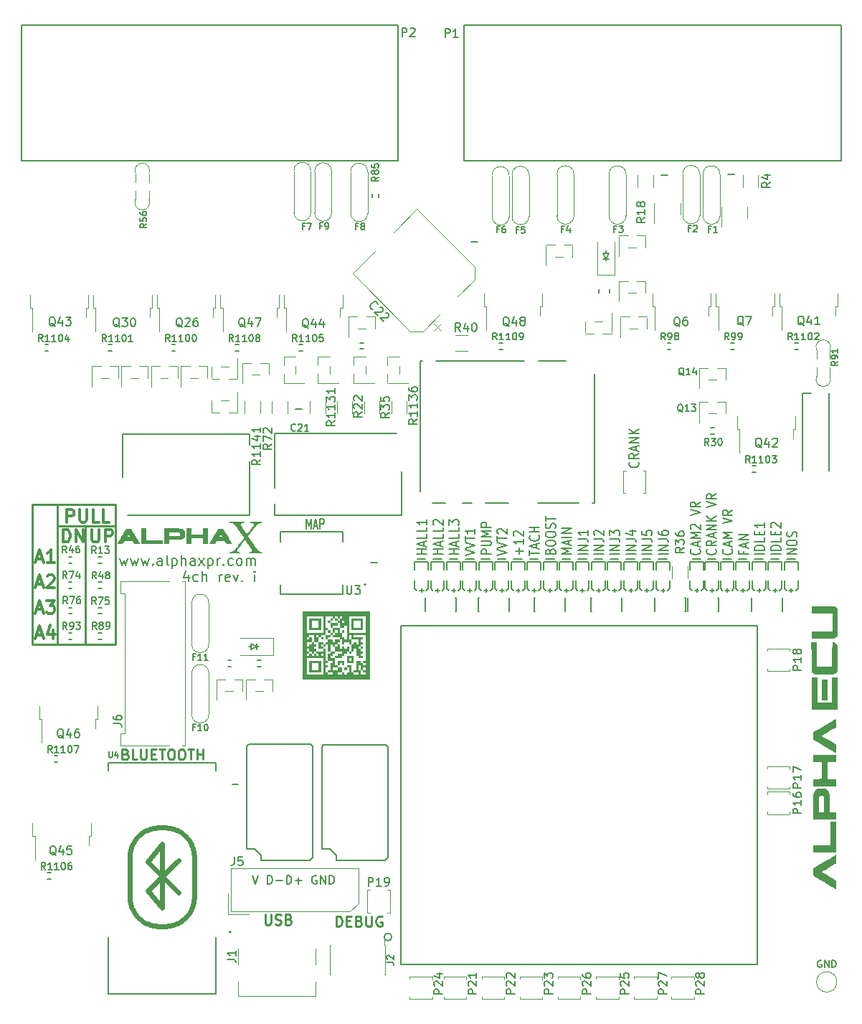
<source format=gto>
G04 #@! TF.GenerationSoftware,KiCad,Pcbnew,8.0.9-8.0.9-0~ubuntu24.04.1*
G04 #@! TF.CreationDate,2025-05-30T20:27:25+00:00*
G04 #@! TF.ProjectId,alphax_4ch,616c7068-6178-45f3-9463-682e6b696361,i*
G04 #@! TF.SameCoordinates,PX141f5e0PYa2cace0*
G04 #@! TF.FileFunction,Legend,Top*
G04 #@! TF.FilePolarity,Positive*
%FSLAX46Y46*%
G04 Gerber Fmt 4.6, Leading zero omitted, Abs format (unit mm)*
G04 Created by KiCad (PCBNEW 8.0.9-8.0.9-0~ubuntu24.04.1) date 2025-05-30 20:27:25*
%MOMM*%
%LPD*%
G01*
G04 APERTURE LIST*
%ADD10C,0.250000*%
%ADD11C,0.200000*%
%ADD12C,0.150000*%
%ADD13C,0.300000*%
%ADD14C,0.170000*%
%ADD15C,0.127000*%
%ADD16C,0.120000*%
%ADD17C,0.203200*%
%ADD18C,0.099060*%
%ADD19C,0.000000*%
%ADD20C,0.631031*%
G04 APERTURE END LIST*
D10*
X4000000Y58000000D02*
X4000000Y41500000D01*
X10800000Y41500000D02*
X10800000Y58000000D01*
X10800000Y55500000D02*
X4000000Y55500000D01*
X10800000Y58000000D02*
X1000000Y58000000D01*
X7300000Y41500000D02*
X7300000Y55500000D01*
X1000000Y58000000D02*
X1000000Y41500000D01*
X1000000Y41500000D02*
X10800000Y41500000D01*
D11*
X47588549Y52169674D02*
X46408549Y52169674D01*
X46970454Y52169674D02*
X46970454Y52741102D01*
X47588549Y52741102D02*
X46408549Y52741102D01*
X47251406Y53169674D02*
X47251406Y53645864D01*
X47588549Y53074436D02*
X46408549Y53407769D01*
X46408549Y53407769D02*
X47588549Y53741102D01*
X47588549Y54550626D02*
X47588549Y54074436D01*
X47588549Y54074436D02*
X46408549Y54074436D01*
X47588549Y55360150D02*
X47588549Y54883960D01*
X47588549Y54883960D02*
X46408549Y54883960D01*
X47588549Y56217293D02*
X47588549Y55645865D01*
X47588549Y55931579D02*
X46408549Y55931579D01*
X46408549Y55931579D02*
X46577120Y55836341D01*
X46577120Y55836341D02*
X46689501Y55741103D01*
X46689501Y55741103D02*
X46745692Y55645865D01*
X49488283Y52169674D02*
X48308283Y52169674D01*
X48870188Y52169674D02*
X48870188Y52741102D01*
X49488283Y52741102D02*
X48308283Y52741102D01*
X49151140Y53169674D02*
X49151140Y53645864D01*
X49488283Y53074436D02*
X48308283Y53407769D01*
X48308283Y53407769D02*
X49488283Y53741102D01*
X49488283Y54550626D02*
X49488283Y54074436D01*
X49488283Y54074436D02*
X48308283Y54074436D01*
X49488283Y55360150D02*
X49488283Y54883960D01*
X49488283Y54883960D02*
X48308283Y54883960D01*
X48420664Y55645865D02*
X48364473Y55693484D01*
X48364473Y55693484D02*
X48308283Y55788722D01*
X48308283Y55788722D02*
X48308283Y56026817D01*
X48308283Y56026817D02*
X48364473Y56122055D01*
X48364473Y56122055D02*
X48420664Y56169674D01*
X48420664Y56169674D02*
X48533045Y56217293D01*
X48533045Y56217293D02*
X48645426Y56217293D01*
X48645426Y56217293D02*
X48813997Y56169674D01*
X48813997Y56169674D02*
X49488283Y55598246D01*
X49488283Y55598246D02*
X49488283Y56217293D01*
X51388017Y52169674D02*
X50208017Y52169674D01*
X50769922Y52169674D02*
X50769922Y52741102D01*
X51388017Y52741102D02*
X50208017Y52741102D01*
X51050874Y53169674D02*
X51050874Y53645864D01*
X51388017Y53074436D02*
X50208017Y53407769D01*
X50208017Y53407769D02*
X51388017Y53741102D01*
X51388017Y54550626D02*
X51388017Y54074436D01*
X51388017Y54074436D02*
X50208017Y54074436D01*
X51388017Y55360150D02*
X51388017Y54883960D01*
X51388017Y54883960D02*
X50208017Y54883960D01*
X50208017Y55598246D02*
X50208017Y56217293D01*
X50208017Y56217293D02*
X50657541Y55883960D01*
X50657541Y55883960D02*
X50657541Y56026817D01*
X50657541Y56026817D02*
X50713731Y56122055D01*
X50713731Y56122055D02*
X50769922Y56169674D01*
X50769922Y56169674D02*
X50882303Y56217293D01*
X50882303Y56217293D02*
X51163255Y56217293D01*
X51163255Y56217293D02*
X51275636Y56169674D01*
X51275636Y56169674D02*
X51331827Y56122055D01*
X51331827Y56122055D02*
X51388017Y56026817D01*
X51388017Y56026817D02*
X51388017Y55741103D01*
X51388017Y55741103D02*
X51331827Y55645865D01*
X51331827Y55645865D02*
X51275636Y55598246D01*
X52107751Y52026817D02*
X53287751Y52360150D01*
X53287751Y52360150D02*
X52107751Y52693483D01*
X52107751Y52883960D02*
X53287751Y53217293D01*
X53287751Y53217293D02*
X52107751Y53550626D01*
X52107751Y53741103D02*
X52107751Y54312531D01*
X53287751Y54026817D02*
X52107751Y54026817D01*
X53287751Y55169674D02*
X53287751Y54598246D01*
X53287751Y54883960D02*
X52107751Y54883960D01*
X52107751Y54883960D02*
X52276322Y54788722D01*
X52276322Y54788722D02*
X52388703Y54693484D01*
X52388703Y54693484D02*
X52444894Y54598246D01*
X55187485Y52169674D02*
X54007485Y52169674D01*
X54007485Y52169674D02*
X54007485Y52550626D01*
X54007485Y52550626D02*
X54063675Y52645864D01*
X54063675Y52645864D02*
X54119866Y52693483D01*
X54119866Y52693483D02*
X54232247Y52741102D01*
X54232247Y52741102D02*
X54400818Y52741102D01*
X54400818Y52741102D02*
X54513199Y52693483D01*
X54513199Y52693483D02*
X54569390Y52645864D01*
X54569390Y52645864D02*
X54625580Y52550626D01*
X54625580Y52550626D02*
X54625580Y52169674D01*
X54007485Y53169674D02*
X54962723Y53169674D01*
X54962723Y53169674D02*
X55075104Y53217293D01*
X55075104Y53217293D02*
X55131295Y53264912D01*
X55131295Y53264912D02*
X55187485Y53360150D01*
X55187485Y53360150D02*
X55187485Y53550626D01*
X55187485Y53550626D02*
X55131295Y53645864D01*
X55131295Y53645864D02*
X55075104Y53693483D01*
X55075104Y53693483D02*
X54962723Y53741102D01*
X54962723Y53741102D02*
X54007485Y53741102D01*
X55187485Y54217293D02*
X54007485Y54217293D01*
X54007485Y54217293D02*
X54850342Y54550626D01*
X54850342Y54550626D02*
X54007485Y54883959D01*
X54007485Y54883959D02*
X55187485Y54883959D01*
X55187485Y55360150D02*
X54007485Y55360150D01*
X54007485Y55360150D02*
X54007485Y55741102D01*
X54007485Y55741102D02*
X54063675Y55836340D01*
X54063675Y55836340D02*
X54119866Y55883959D01*
X54119866Y55883959D02*
X54232247Y55931578D01*
X54232247Y55931578D02*
X54400818Y55931578D01*
X54400818Y55931578D02*
X54513199Y55883959D01*
X54513199Y55883959D02*
X54569390Y55836340D01*
X54569390Y55836340D02*
X54625580Y55741102D01*
X54625580Y55741102D02*
X54625580Y55360150D01*
X55907219Y52026817D02*
X57087219Y52360150D01*
X57087219Y52360150D02*
X55907219Y52693483D01*
X55907219Y52883960D02*
X57087219Y53217293D01*
X57087219Y53217293D02*
X55907219Y53550626D01*
X55907219Y53741103D02*
X55907219Y54312531D01*
X57087219Y54026817D02*
X55907219Y54026817D01*
X56019600Y54598246D02*
X55963409Y54645865D01*
X55963409Y54645865D02*
X55907219Y54741103D01*
X55907219Y54741103D02*
X55907219Y54979198D01*
X55907219Y54979198D02*
X55963409Y55074436D01*
X55963409Y55074436D02*
X56019600Y55122055D01*
X56019600Y55122055D02*
X56131981Y55169674D01*
X56131981Y55169674D02*
X56244362Y55169674D01*
X56244362Y55169674D02*
X56412933Y55122055D01*
X56412933Y55122055D02*
X57087219Y54550627D01*
X57087219Y54550627D02*
X57087219Y55169674D01*
X58537429Y52169674D02*
X58537429Y52931578D01*
X58986953Y52550626D02*
X58087905Y52550626D01*
X58986953Y53931578D02*
X58986953Y53360150D01*
X58986953Y53645864D02*
X57806953Y53645864D01*
X57806953Y53645864D02*
X57975524Y53550626D01*
X57975524Y53550626D02*
X58087905Y53455388D01*
X58087905Y53455388D02*
X58144096Y53360150D01*
X57919334Y54312531D02*
X57863143Y54360150D01*
X57863143Y54360150D02*
X57806953Y54455388D01*
X57806953Y54455388D02*
X57806953Y54693483D01*
X57806953Y54693483D02*
X57863143Y54788721D01*
X57863143Y54788721D02*
X57919334Y54836340D01*
X57919334Y54836340D02*
X58031715Y54883959D01*
X58031715Y54883959D02*
X58144096Y54883959D01*
X58144096Y54883959D02*
X58312667Y54836340D01*
X58312667Y54836340D02*
X58986953Y54264912D01*
X58986953Y54264912D02*
X58986953Y54883959D01*
X59706687Y52026817D02*
X59706687Y52598245D01*
X60886687Y52312531D02*
X59706687Y52312531D01*
X60549544Y52883960D02*
X60549544Y53360150D01*
X60886687Y52788722D02*
X59706687Y53122055D01*
X59706687Y53122055D02*
X60886687Y53455388D01*
X60774306Y54360150D02*
X60830497Y54312531D01*
X60830497Y54312531D02*
X60886687Y54169674D01*
X60886687Y54169674D02*
X60886687Y54074436D01*
X60886687Y54074436D02*
X60830497Y53931579D01*
X60830497Y53931579D02*
X60718116Y53836341D01*
X60718116Y53836341D02*
X60605735Y53788722D01*
X60605735Y53788722D02*
X60380973Y53741103D01*
X60380973Y53741103D02*
X60212401Y53741103D01*
X60212401Y53741103D02*
X59987639Y53788722D01*
X59987639Y53788722D02*
X59875258Y53836341D01*
X59875258Y53836341D02*
X59762877Y53931579D01*
X59762877Y53931579D02*
X59706687Y54074436D01*
X59706687Y54074436D02*
X59706687Y54169674D01*
X59706687Y54169674D02*
X59762877Y54312531D01*
X59762877Y54312531D02*
X59819068Y54360150D01*
X60886687Y54788722D02*
X59706687Y54788722D01*
X60268592Y54788722D02*
X60268592Y55360150D01*
X60886687Y55360150D02*
X59706687Y55360150D01*
X62168326Y52503007D02*
X62224516Y52645864D01*
X62224516Y52645864D02*
X62280707Y52693483D01*
X62280707Y52693483D02*
X62393088Y52741102D01*
X62393088Y52741102D02*
X62561659Y52741102D01*
X62561659Y52741102D02*
X62674040Y52693483D01*
X62674040Y52693483D02*
X62730231Y52645864D01*
X62730231Y52645864D02*
X62786421Y52550626D01*
X62786421Y52550626D02*
X62786421Y52169674D01*
X62786421Y52169674D02*
X61606421Y52169674D01*
X61606421Y52169674D02*
X61606421Y52503007D01*
X61606421Y52503007D02*
X61662611Y52598245D01*
X61662611Y52598245D02*
X61718802Y52645864D01*
X61718802Y52645864D02*
X61831183Y52693483D01*
X61831183Y52693483D02*
X61943564Y52693483D01*
X61943564Y52693483D02*
X62055945Y52645864D01*
X62055945Y52645864D02*
X62112135Y52598245D01*
X62112135Y52598245D02*
X62168326Y52503007D01*
X62168326Y52503007D02*
X62168326Y52169674D01*
X61606421Y53360150D02*
X61606421Y53550626D01*
X61606421Y53550626D02*
X61662611Y53645864D01*
X61662611Y53645864D02*
X61774992Y53741102D01*
X61774992Y53741102D02*
X61999754Y53788721D01*
X61999754Y53788721D02*
X62393088Y53788721D01*
X62393088Y53788721D02*
X62617850Y53741102D01*
X62617850Y53741102D02*
X62730231Y53645864D01*
X62730231Y53645864D02*
X62786421Y53550626D01*
X62786421Y53550626D02*
X62786421Y53360150D01*
X62786421Y53360150D02*
X62730231Y53264912D01*
X62730231Y53264912D02*
X62617850Y53169674D01*
X62617850Y53169674D02*
X62393088Y53122055D01*
X62393088Y53122055D02*
X61999754Y53122055D01*
X61999754Y53122055D02*
X61774992Y53169674D01*
X61774992Y53169674D02*
X61662611Y53264912D01*
X61662611Y53264912D02*
X61606421Y53360150D01*
X61606421Y54407769D02*
X61606421Y54598245D01*
X61606421Y54598245D02*
X61662611Y54693483D01*
X61662611Y54693483D02*
X61774992Y54788721D01*
X61774992Y54788721D02*
X61999754Y54836340D01*
X61999754Y54836340D02*
X62393088Y54836340D01*
X62393088Y54836340D02*
X62617850Y54788721D01*
X62617850Y54788721D02*
X62730231Y54693483D01*
X62730231Y54693483D02*
X62786421Y54598245D01*
X62786421Y54598245D02*
X62786421Y54407769D01*
X62786421Y54407769D02*
X62730231Y54312531D01*
X62730231Y54312531D02*
X62617850Y54217293D01*
X62617850Y54217293D02*
X62393088Y54169674D01*
X62393088Y54169674D02*
X61999754Y54169674D01*
X61999754Y54169674D02*
X61774992Y54217293D01*
X61774992Y54217293D02*
X61662611Y54312531D01*
X61662611Y54312531D02*
X61606421Y54407769D01*
X62730231Y55217293D02*
X62786421Y55360150D01*
X62786421Y55360150D02*
X62786421Y55598245D01*
X62786421Y55598245D02*
X62730231Y55693483D01*
X62730231Y55693483D02*
X62674040Y55741102D01*
X62674040Y55741102D02*
X62561659Y55788721D01*
X62561659Y55788721D02*
X62449278Y55788721D01*
X62449278Y55788721D02*
X62336897Y55741102D01*
X62336897Y55741102D02*
X62280707Y55693483D01*
X62280707Y55693483D02*
X62224516Y55598245D01*
X62224516Y55598245D02*
X62168326Y55407769D01*
X62168326Y55407769D02*
X62112135Y55312531D01*
X62112135Y55312531D02*
X62055945Y55264912D01*
X62055945Y55264912D02*
X61943564Y55217293D01*
X61943564Y55217293D02*
X61831183Y55217293D01*
X61831183Y55217293D02*
X61718802Y55264912D01*
X61718802Y55264912D02*
X61662611Y55312531D01*
X61662611Y55312531D02*
X61606421Y55407769D01*
X61606421Y55407769D02*
X61606421Y55645864D01*
X61606421Y55645864D02*
X61662611Y55788721D01*
X61606421Y56074436D02*
X61606421Y56645864D01*
X62786421Y56360150D02*
X61606421Y56360150D01*
X64686155Y52169674D02*
X63506155Y52169674D01*
X63506155Y52169674D02*
X64349012Y52503007D01*
X64349012Y52503007D02*
X63506155Y52836340D01*
X63506155Y52836340D02*
X64686155Y52836340D01*
X64349012Y53264912D02*
X64349012Y53741102D01*
X64686155Y53169674D02*
X63506155Y53503007D01*
X63506155Y53503007D02*
X64686155Y53836340D01*
X64686155Y54169674D02*
X63506155Y54169674D01*
X64686155Y54645864D02*
X63506155Y54645864D01*
X63506155Y54645864D02*
X64686155Y55217292D01*
X64686155Y55217292D02*
X63506155Y55217292D01*
X66585889Y52169674D02*
X65405889Y52169674D01*
X66585889Y52645864D02*
X65405889Y52645864D01*
X65405889Y52645864D02*
X66585889Y53217292D01*
X66585889Y53217292D02*
X65405889Y53217292D01*
X65405889Y53979197D02*
X66248746Y53979197D01*
X66248746Y53979197D02*
X66417318Y53931578D01*
X66417318Y53931578D02*
X66529699Y53836340D01*
X66529699Y53836340D02*
X66585889Y53693483D01*
X66585889Y53693483D02*
X66585889Y53598245D01*
X66585889Y54979197D02*
X66585889Y54407769D01*
X66585889Y54693483D02*
X65405889Y54693483D01*
X65405889Y54693483D02*
X65574460Y54598245D01*
X65574460Y54598245D02*
X65686841Y54503007D01*
X65686841Y54503007D02*
X65743032Y54407769D01*
X68485623Y52169674D02*
X67305623Y52169674D01*
X68485623Y52645864D02*
X67305623Y52645864D01*
X67305623Y52645864D02*
X68485623Y53217292D01*
X68485623Y53217292D02*
X67305623Y53217292D01*
X67305623Y53979197D02*
X68148480Y53979197D01*
X68148480Y53979197D02*
X68317052Y53931578D01*
X68317052Y53931578D02*
X68429433Y53836340D01*
X68429433Y53836340D02*
X68485623Y53693483D01*
X68485623Y53693483D02*
X68485623Y53598245D01*
X67418004Y54407769D02*
X67361813Y54455388D01*
X67361813Y54455388D02*
X67305623Y54550626D01*
X67305623Y54550626D02*
X67305623Y54788721D01*
X67305623Y54788721D02*
X67361813Y54883959D01*
X67361813Y54883959D02*
X67418004Y54931578D01*
X67418004Y54931578D02*
X67530385Y54979197D01*
X67530385Y54979197D02*
X67642766Y54979197D01*
X67642766Y54979197D02*
X67811337Y54931578D01*
X67811337Y54931578D02*
X68485623Y54360150D01*
X68485623Y54360150D02*
X68485623Y54979197D01*
X70385357Y52169674D02*
X69205357Y52169674D01*
X70385357Y52645864D02*
X69205357Y52645864D01*
X69205357Y52645864D02*
X70385357Y53217292D01*
X70385357Y53217292D02*
X69205357Y53217292D01*
X69205357Y53979197D02*
X70048214Y53979197D01*
X70048214Y53979197D02*
X70216786Y53931578D01*
X70216786Y53931578D02*
X70329167Y53836340D01*
X70329167Y53836340D02*
X70385357Y53693483D01*
X70385357Y53693483D02*
X70385357Y53598245D01*
X69205357Y54360150D02*
X69205357Y54979197D01*
X69205357Y54979197D02*
X69654881Y54645864D01*
X69654881Y54645864D02*
X69654881Y54788721D01*
X69654881Y54788721D02*
X69711071Y54883959D01*
X69711071Y54883959D02*
X69767262Y54931578D01*
X69767262Y54931578D02*
X69879643Y54979197D01*
X69879643Y54979197D02*
X70160595Y54979197D01*
X70160595Y54979197D02*
X70272976Y54931578D01*
X70272976Y54931578D02*
X70329167Y54883959D01*
X70329167Y54883959D02*
X70385357Y54788721D01*
X70385357Y54788721D02*
X70385357Y54503007D01*
X70385357Y54503007D02*
X70329167Y54407769D01*
X70329167Y54407769D02*
X70272976Y54360150D01*
X72285091Y52169674D02*
X71105091Y52169674D01*
X72285091Y52645864D02*
X71105091Y52645864D01*
X71105091Y52645864D02*
X72285091Y53217292D01*
X72285091Y53217292D02*
X71105091Y53217292D01*
X71105091Y53979197D02*
X71947948Y53979197D01*
X71947948Y53979197D02*
X72116520Y53931578D01*
X72116520Y53931578D02*
X72228901Y53836340D01*
X72228901Y53836340D02*
X72285091Y53693483D01*
X72285091Y53693483D02*
X72285091Y53598245D01*
X71498424Y54883959D02*
X72285091Y54883959D01*
X71048901Y54645864D02*
X71891758Y54407769D01*
X71891758Y54407769D02*
X71891758Y55026816D01*
X74184825Y52169674D02*
X73004825Y52169674D01*
X74184825Y52645864D02*
X73004825Y52645864D01*
X73004825Y52645864D02*
X74184825Y53217292D01*
X74184825Y53217292D02*
X73004825Y53217292D01*
X73004825Y53979197D02*
X73847682Y53979197D01*
X73847682Y53979197D02*
X74016254Y53931578D01*
X74016254Y53931578D02*
X74128635Y53836340D01*
X74128635Y53836340D02*
X74184825Y53693483D01*
X74184825Y53693483D02*
X74184825Y53598245D01*
X73004825Y54931578D02*
X73004825Y54455388D01*
X73004825Y54455388D02*
X73566730Y54407769D01*
X73566730Y54407769D02*
X73510539Y54455388D01*
X73510539Y54455388D02*
X73454349Y54550626D01*
X73454349Y54550626D02*
X73454349Y54788721D01*
X73454349Y54788721D02*
X73510539Y54883959D01*
X73510539Y54883959D02*
X73566730Y54931578D01*
X73566730Y54931578D02*
X73679111Y54979197D01*
X73679111Y54979197D02*
X73960063Y54979197D01*
X73960063Y54979197D02*
X74072444Y54931578D01*
X74072444Y54931578D02*
X74128635Y54883959D01*
X74128635Y54883959D02*
X74184825Y54788721D01*
X74184825Y54788721D02*
X74184825Y54550626D01*
X74184825Y54550626D02*
X74128635Y54455388D01*
X74128635Y54455388D02*
X74072444Y54407769D01*
X76084559Y52169674D02*
X74904559Y52169674D01*
X76084559Y52645864D02*
X74904559Y52645864D01*
X74904559Y52645864D02*
X76084559Y53217292D01*
X76084559Y53217292D02*
X74904559Y53217292D01*
X74904559Y53979197D02*
X75747416Y53979197D01*
X75747416Y53979197D02*
X75915988Y53931578D01*
X75915988Y53931578D02*
X76028369Y53836340D01*
X76028369Y53836340D02*
X76084559Y53693483D01*
X76084559Y53693483D02*
X76084559Y53598245D01*
X74904559Y54883959D02*
X74904559Y54693483D01*
X74904559Y54693483D02*
X74960749Y54598245D01*
X74960749Y54598245D02*
X75016940Y54550626D01*
X75016940Y54550626D02*
X75185511Y54455388D01*
X75185511Y54455388D02*
X75410273Y54407769D01*
X75410273Y54407769D02*
X75859797Y54407769D01*
X75859797Y54407769D02*
X75972178Y54455388D01*
X75972178Y54455388D02*
X76028369Y54503007D01*
X76028369Y54503007D02*
X76084559Y54598245D01*
X76084559Y54598245D02*
X76084559Y54788721D01*
X76084559Y54788721D02*
X76028369Y54883959D01*
X76028369Y54883959D02*
X75972178Y54931578D01*
X75972178Y54931578D02*
X75859797Y54979197D01*
X75859797Y54979197D02*
X75578845Y54979197D01*
X75578845Y54979197D02*
X75466464Y54931578D01*
X75466464Y54931578D02*
X75410273Y54883959D01*
X75410273Y54883959D02*
X75354083Y54788721D01*
X75354083Y54788721D02*
X75354083Y54598245D01*
X75354083Y54598245D02*
X75410273Y54503007D01*
X75410273Y54503007D02*
X75466464Y54455388D01*
X75466464Y54455388D02*
X75578845Y54407769D01*
X79771646Y52741102D02*
X79827837Y52693483D01*
X79827837Y52693483D02*
X79884027Y52550626D01*
X79884027Y52550626D02*
X79884027Y52455388D01*
X79884027Y52455388D02*
X79827837Y52312531D01*
X79827837Y52312531D02*
X79715456Y52217293D01*
X79715456Y52217293D02*
X79603075Y52169674D01*
X79603075Y52169674D02*
X79378313Y52122055D01*
X79378313Y52122055D02*
X79209741Y52122055D01*
X79209741Y52122055D02*
X78984979Y52169674D01*
X78984979Y52169674D02*
X78872598Y52217293D01*
X78872598Y52217293D02*
X78760217Y52312531D01*
X78760217Y52312531D02*
X78704027Y52455388D01*
X78704027Y52455388D02*
X78704027Y52550626D01*
X78704027Y52550626D02*
X78760217Y52693483D01*
X78760217Y52693483D02*
X78816408Y52741102D01*
X79546884Y53122055D02*
X79546884Y53598245D01*
X79884027Y53026817D02*
X78704027Y53360150D01*
X78704027Y53360150D02*
X79884027Y53693483D01*
X79884027Y54026817D02*
X78704027Y54026817D01*
X78704027Y54026817D02*
X79546884Y54360150D01*
X79546884Y54360150D02*
X78704027Y54693483D01*
X78704027Y54693483D02*
X79884027Y54693483D01*
X78816408Y55122055D02*
X78760217Y55169674D01*
X78760217Y55169674D02*
X78704027Y55264912D01*
X78704027Y55264912D02*
X78704027Y55503007D01*
X78704027Y55503007D02*
X78760217Y55598245D01*
X78760217Y55598245D02*
X78816408Y55645864D01*
X78816408Y55645864D02*
X78928789Y55693483D01*
X78928789Y55693483D02*
X79041170Y55693483D01*
X79041170Y55693483D02*
X79209741Y55645864D01*
X79209741Y55645864D02*
X79884027Y55074436D01*
X79884027Y55074436D02*
X79884027Y55693483D01*
X78704027Y56741103D02*
X79884027Y57074436D01*
X79884027Y57074436D02*
X78704027Y57407769D01*
X79884027Y58312531D02*
X79322122Y57979198D01*
X79884027Y57741103D02*
X78704027Y57741103D01*
X78704027Y57741103D02*
X78704027Y58122055D01*
X78704027Y58122055D02*
X78760217Y58217293D01*
X78760217Y58217293D02*
X78816408Y58264912D01*
X78816408Y58264912D02*
X78928789Y58312531D01*
X78928789Y58312531D02*
X79097360Y58312531D01*
X79097360Y58312531D02*
X79209741Y58264912D01*
X79209741Y58264912D02*
X79265932Y58217293D01*
X79265932Y58217293D02*
X79322122Y58122055D01*
X79322122Y58122055D02*
X79322122Y57741103D01*
X81671380Y52741102D02*
X81727571Y52693483D01*
X81727571Y52693483D02*
X81783761Y52550626D01*
X81783761Y52550626D02*
X81783761Y52455388D01*
X81783761Y52455388D02*
X81727571Y52312531D01*
X81727571Y52312531D02*
X81615190Y52217293D01*
X81615190Y52217293D02*
X81502809Y52169674D01*
X81502809Y52169674D02*
X81278047Y52122055D01*
X81278047Y52122055D02*
X81109475Y52122055D01*
X81109475Y52122055D02*
X80884713Y52169674D01*
X80884713Y52169674D02*
X80772332Y52217293D01*
X80772332Y52217293D02*
X80659951Y52312531D01*
X80659951Y52312531D02*
X80603761Y52455388D01*
X80603761Y52455388D02*
X80603761Y52550626D01*
X80603761Y52550626D02*
X80659951Y52693483D01*
X80659951Y52693483D02*
X80716142Y52741102D01*
X81783761Y53741102D02*
X81221856Y53407769D01*
X81783761Y53169674D02*
X80603761Y53169674D01*
X80603761Y53169674D02*
X80603761Y53550626D01*
X80603761Y53550626D02*
X80659951Y53645864D01*
X80659951Y53645864D02*
X80716142Y53693483D01*
X80716142Y53693483D02*
X80828523Y53741102D01*
X80828523Y53741102D02*
X80997094Y53741102D01*
X80997094Y53741102D02*
X81109475Y53693483D01*
X81109475Y53693483D02*
X81165666Y53645864D01*
X81165666Y53645864D02*
X81221856Y53550626D01*
X81221856Y53550626D02*
X81221856Y53169674D01*
X81446618Y54122055D02*
X81446618Y54598245D01*
X81783761Y54026817D02*
X80603761Y54360150D01*
X80603761Y54360150D02*
X81783761Y54693483D01*
X81783761Y55026817D02*
X80603761Y55026817D01*
X80603761Y55026817D02*
X81783761Y55598245D01*
X81783761Y55598245D02*
X80603761Y55598245D01*
X81783761Y56074436D02*
X80603761Y56074436D01*
X81783761Y56645864D02*
X81109475Y56217293D01*
X80603761Y56645864D02*
X81278047Y56074436D01*
X80603761Y57693484D02*
X81783761Y58026817D01*
X81783761Y58026817D02*
X80603761Y58360150D01*
X81783761Y59264912D02*
X81221856Y58931579D01*
X81783761Y58693484D02*
X80603761Y58693484D01*
X80603761Y58693484D02*
X80603761Y59074436D01*
X80603761Y59074436D02*
X80659951Y59169674D01*
X80659951Y59169674D02*
X80716142Y59217293D01*
X80716142Y59217293D02*
X80828523Y59264912D01*
X80828523Y59264912D02*
X80997094Y59264912D01*
X80997094Y59264912D02*
X81109475Y59217293D01*
X81109475Y59217293D02*
X81165666Y59169674D01*
X81165666Y59169674D02*
X81221856Y59074436D01*
X81221856Y59074436D02*
X81221856Y58693484D01*
X83571114Y52741102D02*
X83627305Y52693483D01*
X83627305Y52693483D02*
X83683495Y52550626D01*
X83683495Y52550626D02*
X83683495Y52455388D01*
X83683495Y52455388D02*
X83627305Y52312531D01*
X83627305Y52312531D02*
X83514924Y52217293D01*
X83514924Y52217293D02*
X83402543Y52169674D01*
X83402543Y52169674D02*
X83177781Y52122055D01*
X83177781Y52122055D02*
X83009209Y52122055D01*
X83009209Y52122055D02*
X82784447Y52169674D01*
X82784447Y52169674D02*
X82672066Y52217293D01*
X82672066Y52217293D02*
X82559685Y52312531D01*
X82559685Y52312531D02*
X82503495Y52455388D01*
X82503495Y52455388D02*
X82503495Y52550626D01*
X82503495Y52550626D02*
X82559685Y52693483D01*
X82559685Y52693483D02*
X82615876Y52741102D01*
X83346352Y53122055D02*
X83346352Y53598245D01*
X83683495Y53026817D02*
X82503495Y53360150D01*
X82503495Y53360150D02*
X83683495Y53693483D01*
X83683495Y54026817D02*
X82503495Y54026817D01*
X82503495Y54026817D02*
X83346352Y54360150D01*
X83346352Y54360150D02*
X82503495Y54693483D01*
X82503495Y54693483D02*
X83683495Y54693483D01*
X82503495Y55788722D02*
X83683495Y56122055D01*
X83683495Y56122055D02*
X82503495Y56455388D01*
X83683495Y57360150D02*
X83121590Y57026817D01*
X83683495Y56788722D02*
X82503495Y56788722D01*
X82503495Y56788722D02*
X82503495Y57169674D01*
X82503495Y57169674D02*
X82559685Y57264912D01*
X82559685Y57264912D02*
X82615876Y57312531D01*
X82615876Y57312531D02*
X82728257Y57360150D01*
X82728257Y57360150D02*
X82896828Y57360150D01*
X82896828Y57360150D02*
X83009209Y57312531D01*
X83009209Y57312531D02*
X83065400Y57264912D01*
X83065400Y57264912D02*
X83121590Y57169674D01*
X83121590Y57169674D02*
X83121590Y56788722D01*
X84965134Y52503007D02*
X84965134Y52169674D01*
X85583229Y52169674D02*
X84403229Y52169674D01*
X84403229Y52169674D02*
X84403229Y52645864D01*
X85246086Y52979198D02*
X85246086Y53455388D01*
X85583229Y52883960D02*
X84403229Y53217293D01*
X84403229Y53217293D02*
X85583229Y53550626D01*
X85583229Y53883960D02*
X84403229Y53883960D01*
X84403229Y53883960D02*
X85583229Y54455388D01*
X85583229Y54455388D02*
X84403229Y54455388D01*
X87482963Y52169674D02*
X86302963Y52169674D01*
X87482963Y52645864D02*
X86302963Y52645864D01*
X86302963Y52645864D02*
X86302963Y52883959D01*
X86302963Y52883959D02*
X86359153Y53026816D01*
X86359153Y53026816D02*
X86471534Y53122054D01*
X86471534Y53122054D02*
X86583915Y53169673D01*
X86583915Y53169673D02*
X86808677Y53217292D01*
X86808677Y53217292D02*
X86977249Y53217292D01*
X86977249Y53217292D02*
X87202011Y53169673D01*
X87202011Y53169673D02*
X87314392Y53122054D01*
X87314392Y53122054D02*
X87426773Y53026816D01*
X87426773Y53026816D02*
X87482963Y52883959D01*
X87482963Y52883959D02*
X87482963Y52645864D01*
X87482963Y54122054D02*
X87482963Y53645864D01*
X87482963Y53645864D02*
X86302963Y53645864D01*
X86864868Y54455388D02*
X86864868Y54788721D01*
X87482963Y54931578D02*
X87482963Y54455388D01*
X87482963Y54455388D02*
X86302963Y54455388D01*
X86302963Y54455388D02*
X86302963Y54931578D01*
X87482963Y55883959D02*
X87482963Y55312531D01*
X87482963Y55598245D02*
X86302963Y55598245D01*
X86302963Y55598245D02*
X86471534Y55503007D01*
X86471534Y55503007D02*
X86583915Y55407769D01*
X86583915Y55407769D02*
X86640106Y55312531D01*
X89382697Y52169674D02*
X88202697Y52169674D01*
X89382697Y52645864D02*
X88202697Y52645864D01*
X88202697Y52645864D02*
X88202697Y52883959D01*
X88202697Y52883959D02*
X88258887Y53026816D01*
X88258887Y53026816D02*
X88371268Y53122054D01*
X88371268Y53122054D02*
X88483649Y53169673D01*
X88483649Y53169673D02*
X88708411Y53217292D01*
X88708411Y53217292D02*
X88876983Y53217292D01*
X88876983Y53217292D02*
X89101745Y53169673D01*
X89101745Y53169673D02*
X89214126Y53122054D01*
X89214126Y53122054D02*
X89326507Y53026816D01*
X89326507Y53026816D02*
X89382697Y52883959D01*
X89382697Y52883959D02*
X89382697Y52645864D01*
X89382697Y54122054D02*
X89382697Y53645864D01*
X89382697Y53645864D02*
X88202697Y53645864D01*
X88764602Y54455388D02*
X88764602Y54788721D01*
X89382697Y54931578D02*
X89382697Y54455388D01*
X89382697Y54455388D02*
X88202697Y54455388D01*
X88202697Y54455388D02*
X88202697Y54931578D01*
X88315078Y55312531D02*
X88258887Y55360150D01*
X88258887Y55360150D02*
X88202697Y55455388D01*
X88202697Y55455388D02*
X88202697Y55693483D01*
X88202697Y55693483D02*
X88258887Y55788721D01*
X88258887Y55788721D02*
X88315078Y55836340D01*
X88315078Y55836340D02*
X88427459Y55883959D01*
X88427459Y55883959D02*
X88539840Y55883959D01*
X88539840Y55883959D02*
X88708411Y55836340D01*
X88708411Y55836340D02*
X89382697Y55264912D01*
X89382697Y55264912D02*
X89382697Y55883959D01*
X91282431Y52169674D02*
X90102431Y52169674D01*
X90102431Y52169674D02*
X91282431Y52741102D01*
X91282431Y52741102D02*
X90102431Y52741102D01*
X90102431Y53407769D02*
X90102431Y53598245D01*
X90102431Y53598245D02*
X90158621Y53693483D01*
X90158621Y53693483D02*
X90271002Y53788721D01*
X90271002Y53788721D02*
X90495764Y53836340D01*
X90495764Y53836340D02*
X90889098Y53836340D01*
X90889098Y53836340D02*
X91113860Y53788721D01*
X91113860Y53788721D02*
X91226241Y53693483D01*
X91226241Y53693483D02*
X91282431Y53598245D01*
X91282431Y53598245D02*
X91282431Y53407769D01*
X91282431Y53407769D02*
X91226241Y53312531D01*
X91226241Y53312531D02*
X91113860Y53217293D01*
X91113860Y53217293D02*
X90889098Y53169674D01*
X90889098Y53169674D02*
X90495764Y53169674D01*
X90495764Y53169674D02*
X90271002Y53217293D01*
X90271002Y53217293D02*
X90158621Y53312531D01*
X90158621Y53312531D02*
X90102431Y53407769D01*
X91226241Y54217293D02*
X91282431Y54360150D01*
X91282431Y54360150D02*
X91282431Y54598245D01*
X91282431Y54598245D02*
X91226241Y54693483D01*
X91226241Y54693483D02*
X91170050Y54741102D01*
X91170050Y54741102D02*
X91057669Y54788721D01*
X91057669Y54788721D02*
X90945288Y54788721D01*
X90945288Y54788721D02*
X90832907Y54741102D01*
X90832907Y54741102D02*
X90776717Y54693483D01*
X90776717Y54693483D02*
X90720526Y54598245D01*
X90720526Y54598245D02*
X90664336Y54407769D01*
X90664336Y54407769D02*
X90608145Y54312531D01*
X90608145Y54312531D02*
X90551955Y54264912D01*
X90551955Y54264912D02*
X90439574Y54217293D01*
X90439574Y54217293D02*
X90327193Y54217293D01*
X90327193Y54217293D02*
X90214812Y54264912D01*
X90214812Y54264912D02*
X90158621Y54312531D01*
X90158621Y54312531D02*
X90102431Y54407769D01*
X90102431Y54407769D02*
X90102431Y54645864D01*
X90102431Y54645864D02*
X90158621Y54788721D01*
X19442857Y49755258D02*
X19442857Y48955258D01*
X19157142Y50212400D02*
X18871428Y49355258D01*
X18871428Y49355258D02*
X19614285Y49355258D01*
X20585714Y49012400D02*
X20471428Y48955258D01*
X20471428Y48955258D02*
X20242856Y48955258D01*
X20242856Y48955258D02*
X20128571Y49012400D01*
X20128571Y49012400D02*
X20071428Y49069543D01*
X20071428Y49069543D02*
X20014285Y49183829D01*
X20014285Y49183829D02*
X20014285Y49526686D01*
X20014285Y49526686D02*
X20071428Y49640972D01*
X20071428Y49640972D02*
X20128571Y49698115D01*
X20128571Y49698115D02*
X20242856Y49755258D01*
X20242856Y49755258D02*
X20471428Y49755258D01*
X20471428Y49755258D02*
X20585714Y49698115D01*
X21099999Y48955258D02*
X21099999Y50155258D01*
X21614285Y48955258D02*
X21614285Y49583829D01*
X21614285Y49583829D02*
X21557142Y49698115D01*
X21557142Y49698115D02*
X21442856Y49755258D01*
X21442856Y49755258D02*
X21271427Y49755258D01*
X21271427Y49755258D02*
X21157142Y49698115D01*
X21157142Y49698115D02*
X21099999Y49640972D01*
X23099999Y48955258D02*
X23099999Y49755258D01*
X23099999Y49526686D02*
X23157142Y49640972D01*
X23157142Y49640972D02*
X23214285Y49698115D01*
X23214285Y49698115D02*
X23328570Y49755258D01*
X23328570Y49755258D02*
X23442856Y49755258D01*
X24299999Y49012400D02*
X24185713Y48955258D01*
X24185713Y48955258D02*
X23957142Y48955258D01*
X23957142Y48955258D02*
X23842856Y49012400D01*
X23842856Y49012400D02*
X23785713Y49126686D01*
X23785713Y49126686D02*
X23785713Y49583829D01*
X23785713Y49583829D02*
X23842856Y49698115D01*
X23842856Y49698115D02*
X23957142Y49755258D01*
X23957142Y49755258D02*
X24185713Y49755258D01*
X24185713Y49755258D02*
X24299999Y49698115D01*
X24299999Y49698115D02*
X24357142Y49583829D01*
X24357142Y49583829D02*
X24357142Y49469543D01*
X24357142Y49469543D02*
X23785713Y49355258D01*
X24757141Y49755258D02*
X25042855Y48955258D01*
X25042855Y48955258D02*
X25328570Y49755258D01*
X25785713Y49069543D02*
X25842856Y49012400D01*
X25842856Y49012400D02*
X25785713Y48955258D01*
X25785713Y48955258D02*
X25728570Y49012400D01*
X25728570Y49012400D02*
X25785713Y49069543D01*
X25785713Y49069543D02*
X25785713Y48955258D01*
X27271428Y48955258D02*
X27271428Y49755258D01*
X27271428Y50155258D02*
X27214285Y50098115D01*
X27214285Y50098115D02*
X27271428Y50040972D01*
X27271428Y50040972D02*
X27328571Y50098115D01*
X27328571Y50098115D02*
X27271428Y50155258D01*
X27271428Y50155258D02*
X27271428Y50040972D01*
D12*
X27042857Y14245181D02*
X27376190Y13245181D01*
X27376190Y13245181D02*
X27709523Y14245181D01*
X28804762Y13245181D02*
X28804762Y14245181D01*
X28804762Y14245181D02*
X29042857Y14245181D01*
X29042857Y14245181D02*
X29185714Y14197562D01*
X29185714Y14197562D02*
X29280952Y14102324D01*
X29280952Y14102324D02*
X29328571Y14007086D01*
X29328571Y14007086D02*
X29376190Y13816610D01*
X29376190Y13816610D02*
X29376190Y13673753D01*
X29376190Y13673753D02*
X29328571Y13483277D01*
X29328571Y13483277D02*
X29280952Y13388039D01*
X29280952Y13388039D02*
X29185714Y13292800D01*
X29185714Y13292800D02*
X29042857Y13245181D01*
X29042857Y13245181D02*
X28804762Y13245181D01*
X29804762Y13626134D02*
X30566667Y13626134D01*
X31042857Y13245181D02*
X31042857Y14245181D01*
X31042857Y14245181D02*
X31280952Y14245181D01*
X31280952Y14245181D02*
X31423809Y14197562D01*
X31423809Y14197562D02*
X31519047Y14102324D01*
X31519047Y14102324D02*
X31566666Y14007086D01*
X31566666Y14007086D02*
X31614285Y13816610D01*
X31614285Y13816610D02*
X31614285Y13673753D01*
X31614285Y13673753D02*
X31566666Y13483277D01*
X31566666Y13483277D02*
X31519047Y13388039D01*
X31519047Y13388039D02*
X31423809Y13292800D01*
X31423809Y13292800D02*
X31280952Y13245181D01*
X31280952Y13245181D02*
X31042857Y13245181D01*
X32042857Y13626134D02*
X32804762Y13626134D01*
X32423809Y13245181D02*
X32423809Y14007086D01*
X34566666Y14197562D02*
X34471428Y14245181D01*
X34471428Y14245181D02*
X34328571Y14245181D01*
X34328571Y14245181D02*
X34185714Y14197562D01*
X34185714Y14197562D02*
X34090476Y14102324D01*
X34090476Y14102324D02*
X34042857Y14007086D01*
X34042857Y14007086D02*
X33995238Y13816610D01*
X33995238Y13816610D02*
X33995238Y13673753D01*
X33995238Y13673753D02*
X34042857Y13483277D01*
X34042857Y13483277D02*
X34090476Y13388039D01*
X34090476Y13388039D02*
X34185714Y13292800D01*
X34185714Y13292800D02*
X34328571Y13245181D01*
X34328571Y13245181D02*
X34423809Y13245181D01*
X34423809Y13245181D02*
X34566666Y13292800D01*
X34566666Y13292800D02*
X34614285Y13340420D01*
X34614285Y13340420D02*
X34614285Y13673753D01*
X34614285Y13673753D02*
X34423809Y13673753D01*
X35042857Y13245181D02*
X35042857Y14245181D01*
X35042857Y14245181D02*
X35614285Y13245181D01*
X35614285Y13245181D02*
X35614285Y14245181D01*
X36090476Y13245181D02*
X36090476Y14245181D01*
X36090476Y14245181D02*
X36328571Y14245181D01*
X36328571Y14245181D02*
X36471428Y14197562D01*
X36471428Y14197562D02*
X36566666Y14102324D01*
X36566666Y14102324D02*
X36614285Y14007086D01*
X36614285Y14007086D02*
X36661904Y13816610D01*
X36661904Y13816610D02*
X36661904Y13673753D01*
X36661904Y13673753D02*
X36614285Y13483277D01*
X36614285Y13483277D02*
X36566666Y13388039D01*
X36566666Y13388039D02*
X36471428Y13292800D01*
X36471428Y13292800D02*
X36328571Y13245181D01*
X36328571Y13245181D02*
X36090476Y13245181D01*
D13*
X5102453Y55934729D02*
X5102453Y57434729D01*
X5102453Y57434729D02*
X5673882Y57434729D01*
X5673882Y57434729D02*
X5816739Y57363300D01*
X5816739Y57363300D02*
X5888168Y57291872D01*
X5888168Y57291872D02*
X5959596Y57149015D01*
X5959596Y57149015D02*
X5959596Y56934729D01*
X5959596Y56934729D02*
X5888168Y56791872D01*
X5888168Y56791872D02*
X5816739Y56720443D01*
X5816739Y56720443D02*
X5673882Y56649015D01*
X5673882Y56649015D02*
X5102453Y56649015D01*
X6602453Y57434729D02*
X6602453Y56220443D01*
X6602453Y56220443D02*
X6673882Y56077586D01*
X6673882Y56077586D02*
X6745311Y56006157D01*
X6745311Y56006157D02*
X6888168Y55934729D01*
X6888168Y55934729D02*
X7173882Y55934729D01*
X7173882Y55934729D02*
X7316739Y56006157D01*
X7316739Y56006157D02*
X7388168Y56077586D01*
X7388168Y56077586D02*
X7459596Y56220443D01*
X7459596Y56220443D02*
X7459596Y57434729D01*
X8888168Y55934729D02*
X8173882Y55934729D01*
X8173882Y55934729D02*
X8173882Y57434729D01*
X10102454Y55934729D02*
X9388168Y55934729D01*
X9388168Y55934729D02*
X9388168Y57434729D01*
X1483082Y51627743D02*
X2197368Y51627743D01*
X1340225Y51199172D02*
X1840225Y52699172D01*
X1840225Y52699172D02*
X2340225Y51199172D01*
X3625939Y51199172D02*
X2768796Y51199172D01*
X3197367Y51199172D02*
X3197367Y52699172D01*
X3197367Y52699172D02*
X3054510Y52484886D01*
X3054510Y52484886D02*
X2911653Y52342029D01*
X2911653Y52342029D02*
X2768796Y52270600D01*
D14*
X94175237Y4210444D02*
X94097142Y4249492D01*
X94097142Y4249492D02*
X93979999Y4249492D01*
X93979999Y4249492D02*
X93862856Y4210444D01*
X93862856Y4210444D02*
X93784761Y4132349D01*
X93784761Y4132349D02*
X93745714Y4054254D01*
X93745714Y4054254D02*
X93706666Y3898063D01*
X93706666Y3898063D02*
X93706666Y3780920D01*
X93706666Y3780920D02*
X93745714Y3624730D01*
X93745714Y3624730D02*
X93784761Y3546635D01*
X93784761Y3546635D02*
X93862856Y3468539D01*
X93862856Y3468539D02*
X93979999Y3429492D01*
X93979999Y3429492D02*
X94058095Y3429492D01*
X94058095Y3429492D02*
X94175237Y3468539D01*
X94175237Y3468539D02*
X94214285Y3507587D01*
X94214285Y3507587D02*
X94214285Y3780920D01*
X94214285Y3780920D02*
X94058095Y3780920D01*
X94565714Y3429492D02*
X94565714Y4249492D01*
X94565714Y4249492D02*
X95034285Y3429492D01*
X95034285Y3429492D02*
X95034285Y4249492D01*
X95424762Y3429492D02*
X95424762Y4249492D01*
X95424762Y4249492D02*
X95620000Y4249492D01*
X95620000Y4249492D02*
X95737143Y4210444D01*
X95737143Y4210444D02*
X95815238Y4132349D01*
X95815238Y4132349D02*
X95854285Y4054254D01*
X95854285Y4054254D02*
X95893333Y3898063D01*
X95893333Y3898063D02*
X95893333Y3780920D01*
X95893333Y3780920D02*
X95854285Y3624730D01*
X95854285Y3624730D02*
X95815238Y3546635D01*
X95815238Y3546635D02*
X95737143Y3468539D01*
X95737143Y3468539D02*
X95620000Y3429492D01*
X95620000Y3429492D02*
X95424762Y3429492D01*
D13*
X1483082Y42627743D02*
X2197368Y42627743D01*
X1340225Y42199172D02*
X1840225Y43699172D01*
X1840225Y43699172D02*
X2340225Y42199172D01*
X3483082Y43199172D02*
X3483082Y42199172D01*
X3125939Y43770600D02*
X2768796Y42699172D01*
X2768796Y42699172D02*
X3697367Y42699172D01*
D10*
X28485714Y9657858D02*
X28485714Y8686429D01*
X28485714Y8686429D02*
X28542857Y8572143D01*
X28542857Y8572143D02*
X28600000Y8515000D01*
X28600000Y8515000D02*
X28714285Y8457858D01*
X28714285Y8457858D02*
X28942857Y8457858D01*
X28942857Y8457858D02*
X29057142Y8515000D01*
X29057142Y8515000D02*
X29114285Y8572143D01*
X29114285Y8572143D02*
X29171428Y8686429D01*
X29171428Y8686429D02*
X29171428Y9657858D01*
X29685714Y8515000D02*
X29857143Y8457858D01*
X29857143Y8457858D02*
X30142857Y8457858D01*
X30142857Y8457858D02*
X30257143Y8515000D01*
X30257143Y8515000D02*
X30314285Y8572143D01*
X30314285Y8572143D02*
X30371428Y8686429D01*
X30371428Y8686429D02*
X30371428Y8800715D01*
X30371428Y8800715D02*
X30314285Y8915000D01*
X30314285Y8915000D02*
X30257143Y8972143D01*
X30257143Y8972143D02*
X30142857Y9029286D01*
X30142857Y9029286D02*
X29914285Y9086429D01*
X29914285Y9086429D02*
X29800000Y9143572D01*
X29800000Y9143572D02*
X29742857Y9200715D01*
X29742857Y9200715D02*
X29685714Y9315000D01*
X29685714Y9315000D02*
X29685714Y9429286D01*
X29685714Y9429286D02*
X29742857Y9543572D01*
X29742857Y9543572D02*
X29800000Y9600715D01*
X29800000Y9600715D02*
X29914285Y9657858D01*
X29914285Y9657858D02*
X30200000Y9657858D01*
X30200000Y9657858D02*
X30371428Y9600715D01*
X31285714Y9086429D02*
X31457142Y9029286D01*
X31457142Y9029286D02*
X31514285Y8972143D01*
X31514285Y8972143D02*
X31571428Y8857858D01*
X31571428Y8857858D02*
X31571428Y8686429D01*
X31571428Y8686429D02*
X31514285Y8572143D01*
X31514285Y8572143D02*
X31457142Y8515000D01*
X31457142Y8515000D02*
X31342857Y8457858D01*
X31342857Y8457858D02*
X30885714Y8457858D01*
X30885714Y8457858D02*
X30885714Y9657858D01*
X30885714Y9657858D02*
X31285714Y9657858D01*
X31285714Y9657858D02*
X31400000Y9600715D01*
X31400000Y9600715D02*
X31457142Y9543572D01*
X31457142Y9543572D02*
X31514285Y9429286D01*
X31514285Y9429286D02*
X31514285Y9315000D01*
X31514285Y9315000D02*
X31457142Y9200715D01*
X31457142Y9200715D02*
X31400000Y9143572D01*
X31400000Y9143572D02*
X31285714Y9086429D01*
X31285714Y9086429D02*
X30885714Y9086429D01*
X36914286Y8257858D02*
X36914286Y9457858D01*
X36914286Y9457858D02*
X37200000Y9457858D01*
X37200000Y9457858D02*
X37371429Y9400715D01*
X37371429Y9400715D02*
X37485714Y9286429D01*
X37485714Y9286429D02*
X37542857Y9172143D01*
X37542857Y9172143D02*
X37600000Y8943572D01*
X37600000Y8943572D02*
X37600000Y8772143D01*
X37600000Y8772143D02*
X37542857Y8543572D01*
X37542857Y8543572D02*
X37485714Y8429286D01*
X37485714Y8429286D02*
X37371429Y8315000D01*
X37371429Y8315000D02*
X37200000Y8257858D01*
X37200000Y8257858D02*
X36914286Y8257858D01*
X38114286Y8886429D02*
X38514286Y8886429D01*
X38685714Y8257858D02*
X38114286Y8257858D01*
X38114286Y8257858D02*
X38114286Y9457858D01*
X38114286Y9457858D02*
X38685714Y9457858D01*
X39600000Y8886429D02*
X39771428Y8829286D01*
X39771428Y8829286D02*
X39828571Y8772143D01*
X39828571Y8772143D02*
X39885714Y8657858D01*
X39885714Y8657858D02*
X39885714Y8486429D01*
X39885714Y8486429D02*
X39828571Y8372143D01*
X39828571Y8372143D02*
X39771428Y8315000D01*
X39771428Y8315000D02*
X39657143Y8257858D01*
X39657143Y8257858D02*
X39200000Y8257858D01*
X39200000Y8257858D02*
X39200000Y9457858D01*
X39200000Y9457858D02*
X39600000Y9457858D01*
X39600000Y9457858D02*
X39714286Y9400715D01*
X39714286Y9400715D02*
X39771428Y9343572D01*
X39771428Y9343572D02*
X39828571Y9229286D01*
X39828571Y9229286D02*
X39828571Y9115000D01*
X39828571Y9115000D02*
X39771428Y9000715D01*
X39771428Y9000715D02*
X39714286Y8943572D01*
X39714286Y8943572D02*
X39600000Y8886429D01*
X39600000Y8886429D02*
X39200000Y8886429D01*
X40400000Y9457858D02*
X40400000Y8486429D01*
X40400000Y8486429D02*
X40457143Y8372143D01*
X40457143Y8372143D02*
X40514286Y8315000D01*
X40514286Y8315000D02*
X40628571Y8257858D01*
X40628571Y8257858D02*
X40857143Y8257858D01*
X40857143Y8257858D02*
X40971428Y8315000D01*
X40971428Y8315000D02*
X41028571Y8372143D01*
X41028571Y8372143D02*
X41085714Y8486429D01*
X41085714Y8486429D02*
X41085714Y9457858D01*
X42285714Y9400715D02*
X42171429Y9457858D01*
X42171429Y9457858D02*
X42000000Y9457858D01*
X42000000Y9457858D02*
X41828571Y9400715D01*
X41828571Y9400715D02*
X41714286Y9286429D01*
X41714286Y9286429D02*
X41657143Y9172143D01*
X41657143Y9172143D02*
X41600000Y8943572D01*
X41600000Y8943572D02*
X41600000Y8772143D01*
X41600000Y8772143D02*
X41657143Y8543572D01*
X41657143Y8543572D02*
X41714286Y8429286D01*
X41714286Y8429286D02*
X41828571Y8315000D01*
X41828571Y8315000D02*
X42000000Y8257858D01*
X42000000Y8257858D02*
X42114286Y8257858D01*
X42114286Y8257858D02*
X42285714Y8315000D01*
X42285714Y8315000D02*
X42342857Y8372143D01*
X42342857Y8372143D02*
X42342857Y8772143D01*
X42342857Y8772143D02*
X42114286Y8772143D01*
D13*
X8054510Y55099172D02*
X8054510Y53884886D01*
X8054510Y53884886D02*
X8125939Y53742029D01*
X8125939Y53742029D02*
X8197368Y53670600D01*
X8197368Y53670600D02*
X8340225Y53599172D01*
X8340225Y53599172D02*
X8625939Y53599172D01*
X8625939Y53599172D02*
X8768796Y53670600D01*
X8768796Y53670600D02*
X8840225Y53742029D01*
X8840225Y53742029D02*
X8911653Y53884886D01*
X8911653Y53884886D02*
X8911653Y55099172D01*
X9625939Y53599172D02*
X9625939Y55099172D01*
X9625939Y55099172D02*
X10197368Y55099172D01*
X10197368Y55099172D02*
X10340225Y55027743D01*
X10340225Y55027743D02*
X10411654Y54956315D01*
X10411654Y54956315D02*
X10483082Y54813458D01*
X10483082Y54813458D02*
X10483082Y54599172D01*
X10483082Y54599172D02*
X10411654Y54456315D01*
X10411654Y54456315D02*
X10340225Y54384886D01*
X10340225Y54384886D02*
X10197368Y54313458D01*
X10197368Y54313458D02*
X9625939Y54313458D01*
X1483082Y45627743D02*
X2197368Y45627743D01*
X1340225Y45199172D02*
X1840225Y46699172D01*
X1840225Y46699172D02*
X2340225Y45199172D01*
X2697367Y46699172D02*
X3625939Y46699172D01*
X3625939Y46699172D02*
X3125939Y46127743D01*
X3125939Y46127743D02*
X3340224Y46127743D01*
X3340224Y46127743D02*
X3483082Y46056315D01*
X3483082Y46056315D02*
X3554510Y45984886D01*
X3554510Y45984886D02*
X3625939Y45842029D01*
X3625939Y45842029D02*
X3625939Y45484886D01*
X3625939Y45484886D02*
X3554510Y45342029D01*
X3554510Y45342029D02*
X3483082Y45270600D01*
X3483082Y45270600D02*
X3340224Y45199172D01*
X3340224Y45199172D02*
X2911653Y45199172D01*
X2911653Y45199172D02*
X2768796Y45270600D01*
X2768796Y45270600D02*
X2697367Y45342029D01*
D11*
X11371429Y51655258D02*
X11600001Y50855258D01*
X11600001Y50855258D02*
X11828572Y51426686D01*
X11828572Y51426686D02*
X12057143Y50855258D01*
X12057143Y50855258D02*
X12285715Y51655258D01*
X12628572Y51655258D02*
X12857144Y50855258D01*
X12857144Y50855258D02*
X13085715Y51426686D01*
X13085715Y51426686D02*
X13314286Y50855258D01*
X13314286Y50855258D02*
X13542858Y51655258D01*
X13885715Y51655258D02*
X14114287Y50855258D01*
X14114287Y50855258D02*
X14342858Y51426686D01*
X14342858Y51426686D02*
X14571429Y50855258D01*
X14571429Y50855258D02*
X14800001Y51655258D01*
X15257144Y50969543D02*
X15314287Y50912400D01*
X15314287Y50912400D02*
X15257144Y50855258D01*
X15257144Y50855258D02*
X15200001Y50912400D01*
X15200001Y50912400D02*
X15257144Y50969543D01*
X15257144Y50969543D02*
X15257144Y50855258D01*
X16342859Y50855258D02*
X16342859Y51483829D01*
X16342859Y51483829D02*
X16285716Y51598115D01*
X16285716Y51598115D02*
X16171430Y51655258D01*
X16171430Y51655258D02*
X15942859Y51655258D01*
X15942859Y51655258D02*
X15828573Y51598115D01*
X16342859Y50912400D02*
X16228573Y50855258D01*
X16228573Y50855258D02*
X15942859Y50855258D01*
X15942859Y50855258D02*
X15828573Y50912400D01*
X15828573Y50912400D02*
X15771430Y51026686D01*
X15771430Y51026686D02*
X15771430Y51140972D01*
X15771430Y51140972D02*
X15828573Y51255258D01*
X15828573Y51255258D02*
X15942859Y51312400D01*
X15942859Y51312400D02*
X16228573Y51312400D01*
X16228573Y51312400D02*
X16342859Y51369543D01*
X17085715Y50855258D02*
X16971430Y50912400D01*
X16971430Y50912400D02*
X16914287Y51026686D01*
X16914287Y51026686D02*
X16914287Y52055258D01*
X17542858Y51655258D02*
X17542858Y50455258D01*
X17542858Y51598115D02*
X17657144Y51655258D01*
X17657144Y51655258D02*
X17885715Y51655258D01*
X17885715Y51655258D02*
X18000001Y51598115D01*
X18000001Y51598115D02*
X18057144Y51540972D01*
X18057144Y51540972D02*
X18114286Y51426686D01*
X18114286Y51426686D02*
X18114286Y51083829D01*
X18114286Y51083829D02*
X18057144Y50969543D01*
X18057144Y50969543D02*
X18000001Y50912400D01*
X18000001Y50912400D02*
X17885715Y50855258D01*
X17885715Y50855258D02*
X17657144Y50855258D01*
X17657144Y50855258D02*
X17542858Y50912400D01*
X18628572Y50855258D02*
X18628572Y52055258D01*
X19142858Y50855258D02*
X19142858Y51483829D01*
X19142858Y51483829D02*
X19085715Y51598115D01*
X19085715Y51598115D02*
X18971429Y51655258D01*
X18971429Y51655258D02*
X18800000Y51655258D01*
X18800000Y51655258D02*
X18685715Y51598115D01*
X18685715Y51598115D02*
X18628572Y51540972D01*
X20228572Y50855258D02*
X20228572Y51483829D01*
X20228572Y51483829D02*
X20171429Y51598115D01*
X20171429Y51598115D02*
X20057143Y51655258D01*
X20057143Y51655258D02*
X19828572Y51655258D01*
X19828572Y51655258D02*
X19714286Y51598115D01*
X20228572Y50912400D02*
X20114286Y50855258D01*
X20114286Y50855258D02*
X19828572Y50855258D01*
X19828572Y50855258D02*
X19714286Y50912400D01*
X19714286Y50912400D02*
X19657143Y51026686D01*
X19657143Y51026686D02*
X19657143Y51140972D01*
X19657143Y51140972D02*
X19714286Y51255258D01*
X19714286Y51255258D02*
X19828572Y51312400D01*
X19828572Y51312400D02*
X20114286Y51312400D01*
X20114286Y51312400D02*
X20228572Y51369543D01*
X20685714Y50855258D02*
X21314286Y51655258D01*
X20685714Y51655258D02*
X21314286Y50855258D01*
X21771429Y51655258D02*
X21771429Y50455258D01*
X21771429Y51598115D02*
X21885715Y51655258D01*
X21885715Y51655258D02*
X22114286Y51655258D01*
X22114286Y51655258D02*
X22228572Y51598115D01*
X22228572Y51598115D02*
X22285715Y51540972D01*
X22285715Y51540972D02*
X22342857Y51426686D01*
X22342857Y51426686D02*
X22342857Y51083829D01*
X22342857Y51083829D02*
X22285715Y50969543D01*
X22285715Y50969543D02*
X22228572Y50912400D01*
X22228572Y50912400D02*
X22114286Y50855258D01*
X22114286Y50855258D02*
X21885715Y50855258D01*
X21885715Y50855258D02*
X21771429Y50912400D01*
X22857143Y50855258D02*
X22857143Y51655258D01*
X22857143Y51426686D02*
X22914286Y51540972D01*
X22914286Y51540972D02*
X22971429Y51598115D01*
X22971429Y51598115D02*
X23085714Y51655258D01*
X23085714Y51655258D02*
X23200000Y51655258D01*
X23600000Y50969543D02*
X23657143Y50912400D01*
X23657143Y50912400D02*
X23600000Y50855258D01*
X23600000Y50855258D02*
X23542857Y50912400D01*
X23542857Y50912400D02*
X23600000Y50969543D01*
X23600000Y50969543D02*
X23600000Y50855258D01*
X24685715Y50912400D02*
X24571429Y50855258D01*
X24571429Y50855258D02*
X24342857Y50855258D01*
X24342857Y50855258D02*
X24228572Y50912400D01*
X24228572Y50912400D02*
X24171429Y50969543D01*
X24171429Y50969543D02*
X24114286Y51083829D01*
X24114286Y51083829D02*
X24114286Y51426686D01*
X24114286Y51426686D02*
X24171429Y51540972D01*
X24171429Y51540972D02*
X24228572Y51598115D01*
X24228572Y51598115D02*
X24342857Y51655258D01*
X24342857Y51655258D02*
X24571429Y51655258D01*
X24571429Y51655258D02*
X24685715Y51598115D01*
X25371428Y50855258D02*
X25257143Y50912400D01*
X25257143Y50912400D02*
X25200000Y50969543D01*
X25200000Y50969543D02*
X25142857Y51083829D01*
X25142857Y51083829D02*
X25142857Y51426686D01*
X25142857Y51426686D02*
X25200000Y51540972D01*
X25200000Y51540972D02*
X25257143Y51598115D01*
X25257143Y51598115D02*
X25371428Y51655258D01*
X25371428Y51655258D02*
X25542857Y51655258D01*
X25542857Y51655258D02*
X25657143Y51598115D01*
X25657143Y51598115D02*
X25714286Y51540972D01*
X25714286Y51540972D02*
X25771428Y51426686D01*
X25771428Y51426686D02*
X25771428Y51083829D01*
X25771428Y51083829D02*
X25714286Y50969543D01*
X25714286Y50969543D02*
X25657143Y50912400D01*
X25657143Y50912400D02*
X25542857Y50855258D01*
X25542857Y50855258D02*
X25371428Y50855258D01*
X26285714Y50855258D02*
X26285714Y51655258D01*
X26285714Y51540972D02*
X26342857Y51598115D01*
X26342857Y51598115D02*
X26457142Y51655258D01*
X26457142Y51655258D02*
X26628571Y51655258D01*
X26628571Y51655258D02*
X26742857Y51598115D01*
X26742857Y51598115D02*
X26800000Y51483829D01*
X26800000Y51483829D02*
X26800000Y50855258D01*
X26800000Y51483829D02*
X26857142Y51598115D01*
X26857142Y51598115D02*
X26971428Y51655258D01*
X26971428Y51655258D02*
X27142857Y51655258D01*
X27142857Y51655258D02*
X27257142Y51598115D01*
X27257142Y51598115D02*
X27314285Y51483829D01*
X27314285Y51483829D02*
X27314285Y50855258D01*
X72523109Y63041102D02*
X72579300Y62993483D01*
X72579300Y62993483D02*
X72635490Y62850626D01*
X72635490Y62850626D02*
X72635490Y62755388D01*
X72635490Y62755388D02*
X72579300Y62612531D01*
X72579300Y62612531D02*
X72466919Y62517293D01*
X72466919Y62517293D02*
X72354538Y62469674D01*
X72354538Y62469674D02*
X72129776Y62422055D01*
X72129776Y62422055D02*
X71961204Y62422055D01*
X71961204Y62422055D02*
X71736442Y62469674D01*
X71736442Y62469674D02*
X71624061Y62517293D01*
X71624061Y62517293D02*
X71511680Y62612531D01*
X71511680Y62612531D02*
X71455490Y62755388D01*
X71455490Y62755388D02*
X71455490Y62850626D01*
X71455490Y62850626D02*
X71511680Y62993483D01*
X71511680Y62993483D02*
X71567871Y63041102D01*
X72635490Y64041102D02*
X72073585Y63707769D01*
X72635490Y63469674D02*
X71455490Y63469674D01*
X71455490Y63469674D02*
X71455490Y63850626D01*
X71455490Y63850626D02*
X71511680Y63945864D01*
X71511680Y63945864D02*
X71567871Y63993483D01*
X71567871Y63993483D02*
X71680252Y64041102D01*
X71680252Y64041102D02*
X71848823Y64041102D01*
X71848823Y64041102D02*
X71961204Y63993483D01*
X71961204Y63993483D02*
X72017395Y63945864D01*
X72017395Y63945864D02*
X72073585Y63850626D01*
X72073585Y63850626D02*
X72073585Y63469674D01*
X72298347Y64422055D02*
X72298347Y64898245D01*
X72635490Y64326817D02*
X71455490Y64660150D01*
X71455490Y64660150D02*
X72635490Y64993483D01*
X72635490Y65326817D02*
X71455490Y65326817D01*
X71455490Y65326817D02*
X72635490Y65898245D01*
X72635490Y65898245D02*
X71455490Y65898245D01*
X72635490Y66374436D02*
X71455490Y66374436D01*
X72635490Y66945864D02*
X71961204Y66517293D01*
X71455490Y66945864D02*
X72129776Y66374436D01*
X33390476Y55155258D02*
X33390476Y56355258D01*
X33390476Y56355258D02*
X33657142Y55498115D01*
X33657142Y55498115D02*
X33923809Y56355258D01*
X33923809Y56355258D02*
X33923809Y55155258D01*
X34266666Y55498115D02*
X34647619Y55498115D01*
X34190476Y55155258D02*
X34457143Y56355258D01*
X34457143Y56355258D02*
X34723809Y55155258D01*
X34990476Y55155258D02*
X34990476Y56355258D01*
X34990476Y56355258D02*
X35295238Y56355258D01*
X35295238Y56355258D02*
X35371428Y56298115D01*
X35371428Y56298115D02*
X35409523Y56240972D01*
X35409523Y56240972D02*
X35447619Y56126686D01*
X35447619Y56126686D02*
X35447619Y55955258D01*
X35447619Y55955258D02*
X35409523Y55840972D01*
X35409523Y55840972D02*
X35371428Y55783829D01*
X35371428Y55783829D02*
X35295238Y55726686D01*
X35295238Y55726686D02*
X34990476Y55726686D01*
D13*
X1483082Y48627743D02*
X2197368Y48627743D01*
X1340225Y48199172D02*
X1840225Y49699172D01*
X1840225Y49699172D02*
X2340225Y48199172D01*
X2768796Y49556315D02*
X2840224Y49627743D01*
X2840224Y49627743D02*
X2983082Y49699172D01*
X2983082Y49699172D02*
X3340224Y49699172D01*
X3340224Y49699172D02*
X3483082Y49627743D01*
X3483082Y49627743D02*
X3554510Y49556315D01*
X3554510Y49556315D02*
X3625939Y49413458D01*
X3625939Y49413458D02*
X3625939Y49270600D01*
X3625939Y49270600D02*
X3554510Y49056315D01*
X3554510Y49056315D02*
X2697367Y48199172D01*
X2697367Y48199172D02*
X3625939Y48199172D01*
D10*
X12028571Y28586429D02*
X12199999Y28529286D01*
X12199999Y28529286D02*
X12257142Y28472143D01*
X12257142Y28472143D02*
X12314285Y28357858D01*
X12314285Y28357858D02*
X12314285Y28186429D01*
X12314285Y28186429D02*
X12257142Y28072143D01*
X12257142Y28072143D02*
X12199999Y28015000D01*
X12199999Y28015000D02*
X12085714Y27957858D01*
X12085714Y27957858D02*
X11628571Y27957858D01*
X11628571Y27957858D02*
X11628571Y29157858D01*
X11628571Y29157858D02*
X12028571Y29157858D01*
X12028571Y29157858D02*
X12142857Y29100715D01*
X12142857Y29100715D02*
X12199999Y29043572D01*
X12199999Y29043572D02*
X12257142Y28929286D01*
X12257142Y28929286D02*
X12257142Y28815000D01*
X12257142Y28815000D02*
X12199999Y28700715D01*
X12199999Y28700715D02*
X12142857Y28643572D01*
X12142857Y28643572D02*
X12028571Y28586429D01*
X12028571Y28586429D02*
X11628571Y28586429D01*
X13399999Y27957858D02*
X12828571Y27957858D01*
X12828571Y27957858D02*
X12828571Y29157858D01*
X13800000Y29157858D02*
X13800000Y28186429D01*
X13800000Y28186429D02*
X13857143Y28072143D01*
X13857143Y28072143D02*
X13914286Y28015000D01*
X13914286Y28015000D02*
X14028571Y27957858D01*
X14028571Y27957858D02*
X14257143Y27957858D01*
X14257143Y27957858D02*
X14371428Y28015000D01*
X14371428Y28015000D02*
X14428571Y28072143D01*
X14428571Y28072143D02*
X14485714Y28186429D01*
X14485714Y28186429D02*
X14485714Y29157858D01*
X15057143Y28586429D02*
X15457143Y28586429D01*
X15628571Y27957858D02*
X15057143Y27957858D01*
X15057143Y27957858D02*
X15057143Y29157858D01*
X15057143Y29157858D02*
X15628571Y29157858D01*
X15971428Y29157858D02*
X16657143Y29157858D01*
X16314285Y27957858D02*
X16314285Y29157858D01*
X17285714Y29157858D02*
X17514286Y29157858D01*
X17514286Y29157858D02*
X17628571Y29100715D01*
X17628571Y29100715D02*
X17742857Y28986429D01*
X17742857Y28986429D02*
X17800000Y28757858D01*
X17800000Y28757858D02*
X17800000Y28357858D01*
X17800000Y28357858D02*
X17742857Y28129286D01*
X17742857Y28129286D02*
X17628571Y28015000D01*
X17628571Y28015000D02*
X17514286Y27957858D01*
X17514286Y27957858D02*
X17285714Y27957858D01*
X17285714Y27957858D02*
X17171429Y28015000D01*
X17171429Y28015000D02*
X17057143Y28129286D01*
X17057143Y28129286D02*
X17000000Y28357858D01*
X17000000Y28357858D02*
X17000000Y28757858D01*
X17000000Y28757858D02*
X17057143Y28986429D01*
X17057143Y28986429D02*
X17171429Y29100715D01*
X17171429Y29100715D02*
X17285714Y29157858D01*
X18542857Y29157858D02*
X18771429Y29157858D01*
X18771429Y29157858D02*
X18885714Y29100715D01*
X18885714Y29100715D02*
X19000000Y28986429D01*
X19000000Y28986429D02*
X19057143Y28757858D01*
X19057143Y28757858D02*
X19057143Y28357858D01*
X19057143Y28357858D02*
X19000000Y28129286D01*
X19000000Y28129286D02*
X18885714Y28015000D01*
X18885714Y28015000D02*
X18771429Y27957858D01*
X18771429Y27957858D02*
X18542857Y27957858D01*
X18542857Y27957858D02*
X18428572Y28015000D01*
X18428572Y28015000D02*
X18314286Y28129286D01*
X18314286Y28129286D02*
X18257143Y28357858D01*
X18257143Y28357858D02*
X18257143Y28757858D01*
X18257143Y28757858D02*
X18314286Y28986429D01*
X18314286Y28986429D02*
X18428572Y29100715D01*
X18428572Y29100715D02*
X18542857Y29157858D01*
X19400000Y29157858D02*
X20085715Y29157858D01*
X19742857Y27957858D02*
X19742857Y29157858D01*
X20485715Y27957858D02*
X20485715Y29157858D01*
X20485715Y28586429D02*
X21171429Y28586429D01*
X21171429Y27957858D02*
X21171429Y29157858D01*
D13*
X4654510Y53599172D02*
X4654510Y55099172D01*
X4654510Y55099172D02*
X5011653Y55099172D01*
X5011653Y55099172D02*
X5225939Y55027743D01*
X5225939Y55027743D02*
X5368796Y54884886D01*
X5368796Y54884886D02*
X5440225Y54742029D01*
X5440225Y54742029D02*
X5511653Y54456315D01*
X5511653Y54456315D02*
X5511653Y54242029D01*
X5511653Y54242029D02*
X5440225Y53956315D01*
X5440225Y53956315D02*
X5368796Y53813458D01*
X5368796Y53813458D02*
X5225939Y53670600D01*
X5225939Y53670600D02*
X5011653Y53599172D01*
X5011653Y53599172D02*
X4654510Y53599172D01*
X6154510Y53599172D02*
X6154510Y55099172D01*
X6154510Y55099172D02*
X7011653Y53599172D01*
X7011653Y53599172D02*
X7011653Y55099172D01*
D12*
X91804819Y38485715D02*
X90804819Y38485715D01*
X90804819Y38485715D02*
X90804819Y38866667D01*
X90804819Y38866667D02*
X90852438Y38961905D01*
X90852438Y38961905D02*
X90900057Y39009524D01*
X90900057Y39009524D02*
X90995295Y39057143D01*
X90995295Y39057143D02*
X91138152Y39057143D01*
X91138152Y39057143D02*
X91233390Y39009524D01*
X91233390Y39009524D02*
X91281009Y38961905D01*
X91281009Y38961905D02*
X91328628Y38866667D01*
X91328628Y38866667D02*
X91328628Y38485715D01*
X91804819Y40009524D02*
X91804819Y39438096D01*
X91804819Y39723810D02*
X90804819Y39723810D01*
X90804819Y39723810D02*
X90947676Y39628572D01*
X90947676Y39628572D02*
X91042914Y39533334D01*
X91042914Y39533334D02*
X91090533Y39438096D01*
X91233390Y40580953D02*
X91185771Y40485715D01*
X91185771Y40485715D02*
X91138152Y40438096D01*
X91138152Y40438096D02*
X91042914Y40390477D01*
X91042914Y40390477D02*
X90995295Y40390477D01*
X90995295Y40390477D02*
X90900057Y40438096D01*
X90900057Y40438096D02*
X90852438Y40485715D01*
X90852438Y40485715D02*
X90804819Y40580953D01*
X90804819Y40580953D02*
X90804819Y40771429D01*
X90804819Y40771429D02*
X90852438Y40866667D01*
X90852438Y40866667D02*
X90900057Y40914286D01*
X90900057Y40914286D02*
X90995295Y40961905D01*
X90995295Y40961905D02*
X91042914Y40961905D01*
X91042914Y40961905D02*
X91138152Y40914286D01*
X91138152Y40914286D02*
X91185771Y40866667D01*
X91185771Y40866667D02*
X91233390Y40771429D01*
X91233390Y40771429D02*
X91233390Y40580953D01*
X91233390Y40580953D02*
X91281009Y40485715D01*
X91281009Y40485715D02*
X91328628Y40438096D01*
X91328628Y40438096D02*
X91423866Y40390477D01*
X91423866Y40390477D02*
X91614342Y40390477D01*
X91614342Y40390477D02*
X91709580Y40438096D01*
X91709580Y40438096D02*
X91757200Y40485715D01*
X91757200Y40485715D02*
X91804819Y40580953D01*
X91804819Y40580953D02*
X91804819Y40771429D01*
X91804819Y40771429D02*
X91757200Y40866667D01*
X91757200Y40866667D02*
X91709580Y40914286D01*
X91709580Y40914286D02*
X91614342Y40961905D01*
X91614342Y40961905D02*
X91423866Y40961905D01*
X91423866Y40961905D02*
X91328628Y40914286D01*
X91328628Y40914286D02*
X91281009Y40866667D01*
X91281009Y40866667D02*
X91233390Y40771429D01*
D15*
X20223143Y31753232D02*
X19969143Y31753232D01*
X19969143Y31354089D02*
X19969143Y32116089D01*
X19969143Y32116089D02*
X20332000Y32116089D01*
X21021429Y31354089D02*
X20586000Y31354089D01*
X20803715Y31354089D02*
X20803715Y32116089D01*
X20803715Y32116089D02*
X20731143Y32007232D01*
X20731143Y32007232D02*
X20658572Y31934660D01*
X20658572Y31934660D02*
X20586000Y31898374D01*
X21493143Y32116089D02*
X21565714Y32116089D01*
X21565714Y32116089D02*
X21638286Y32079803D01*
X21638286Y32079803D02*
X21674572Y32043517D01*
X21674572Y32043517D02*
X21710857Y31970946D01*
X21710857Y31970946D02*
X21747143Y31825803D01*
X21747143Y31825803D02*
X21747143Y31644374D01*
X21747143Y31644374D02*
X21710857Y31499232D01*
X21710857Y31499232D02*
X21674572Y31426660D01*
X21674572Y31426660D02*
X21638286Y31390374D01*
X21638286Y31390374D02*
X21565714Y31354089D01*
X21565714Y31354089D02*
X21493143Y31354089D01*
X21493143Y31354089D02*
X21420572Y31390374D01*
X21420572Y31390374D02*
X21384286Y31426660D01*
X21384286Y31426660D02*
X21348000Y31499232D01*
X21348000Y31499232D02*
X21311714Y31644374D01*
X21311714Y31644374D02*
X21311714Y31825803D01*
X21311714Y31825803D02*
X21348000Y31970946D01*
X21348000Y31970946D02*
X21384286Y32043517D01*
X21384286Y32043517D02*
X21420572Y32079803D01*
X21420572Y32079803D02*
X21493143Y32116089D01*
D12*
X62454819Y285715D02*
X61454819Y285715D01*
X61454819Y285715D02*
X61454819Y666667D01*
X61454819Y666667D02*
X61502438Y761905D01*
X61502438Y761905D02*
X61550057Y809524D01*
X61550057Y809524D02*
X61645295Y857143D01*
X61645295Y857143D02*
X61788152Y857143D01*
X61788152Y857143D02*
X61883390Y809524D01*
X61883390Y809524D02*
X61931009Y761905D01*
X61931009Y761905D02*
X61978628Y666667D01*
X61978628Y666667D02*
X61978628Y285715D01*
X61550057Y1238096D02*
X61502438Y1285715D01*
X61502438Y1285715D02*
X61454819Y1380953D01*
X61454819Y1380953D02*
X61454819Y1619048D01*
X61454819Y1619048D02*
X61502438Y1714286D01*
X61502438Y1714286D02*
X61550057Y1761905D01*
X61550057Y1761905D02*
X61645295Y1809524D01*
X61645295Y1809524D02*
X61740533Y1809524D01*
X61740533Y1809524D02*
X61883390Y1761905D01*
X61883390Y1761905D02*
X62454819Y1190477D01*
X62454819Y1190477D02*
X62454819Y1809524D01*
X61454819Y2142858D02*
X61454819Y2761905D01*
X61454819Y2761905D02*
X61835771Y2428572D01*
X61835771Y2428572D02*
X61835771Y2571429D01*
X61835771Y2571429D02*
X61883390Y2666667D01*
X61883390Y2666667D02*
X61931009Y2714286D01*
X61931009Y2714286D02*
X62026247Y2761905D01*
X62026247Y2761905D02*
X62264342Y2761905D01*
X62264342Y2761905D02*
X62359580Y2714286D01*
X62359580Y2714286D02*
X62407200Y2666667D01*
X62407200Y2666667D02*
X62454819Y2571429D01*
X62454819Y2571429D02*
X62454819Y2285715D01*
X62454819Y2285715D02*
X62407200Y2190477D01*
X62407200Y2190477D02*
X62359580Y2142858D01*
X41236396Y81045534D02*
X41169052Y81045534D01*
X41169052Y81045534D02*
X41034365Y81112878D01*
X41034365Y81112878D02*
X40967022Y81180221D01*
X40967022Y81180221D02*
X40899678Y81314908D01*
X40899678Y81314908D02*
X40899678Y81449595D01*
X40899678Y81449595D02*
X40933350Y81550610D01*
X40933350Y81550610D02*
X41034365Y81718969D01*
X41034365Y81718969D02*
X41135380Y81819984D01*
X41135380Y81819984D02*
X41303739Y81921000D01*
X41303739Y81921000D02*
X41404754Y81954671D01*
X41404754Y81954671D02*
X41539441Y81954671D01*
X41539441Y81954671D02*
X41674128Y81887328D01*
X41674128Y81887328D02*
X41741472Y81819984D01*
X41741472Y81819984D02*
X41808815Y81685297D01*
X41808815Y81685297D02*
X41808815Y81617954D01*
X42078189Y81348580D02*
X42145533Y81348580D01*
X42145533Y81348580D02*
X42246548Y81314908D01*
X42246548Y81314908D02*
X42414907Y81146549D01*
X42414907Y81146549D02*
X42448579Y81045534D01*
X42448579Y81045534D02*
X42448579Y80978191D01*
X42448579Y80978191D02*
X42414907Y80877175D01*
X42414907Y80877175D02*
X42347563Y80809832D01*
X42347563Y80809832D02*
X42212876Y80742488D01*
X42212876Y80742488D02*
X41404754Y80742488D01*
X41404754Y80742488D02*
X41842487Y80304756D01*
X42751625Y80675145D02*
X42818968Y80675145D01*
X42818968Y80675145D02*
X42919983Y80641473D01*
X42919983Y80641473D02*
X43088342Y80473114D01*
X43088342Y80473114D02*
X43122014Y80372099D01*
X43122014Y80372099D02*
X43122014Y80304755D01*
X43122014Y80304755D02*
X43088342Y80203740D01*
X43088342Y80203740D02*
X43020999Y80136397D01*
X43020999Y80136397D02*
X42886312Y80069053D01*
X42886312Y80069053D02*
X42078190Y80069053D01*
X42078190Y80069053D02*
X42515922Y79631320D01*
X46454819Y68104762D02*
X45978628Y67771429D01*
X46454819Y67533334D02*
X45454819Y67533334D01*
X45454819Y67533334D02*
X45454819Y67914286D01*
X45454819Y67914286D02*
X45502438Y68009524D01*
X45502438Y68009524D02*
X45550057Y68057143D01*
X45550057Y68057143D02*
X45645295Y68104762D01*
X45645295Y68104762D02*
X45788152Y68104762D01*
X45788152Y68104762D02*
X45883390Y68057143D01*
X45883390Y68057143D02*
X45931009Y68009524D01*
X45931009Y68009524D02*
X45978628Y67914286D01*
X45978628Y67914286D02*
X45978628Y67533334D01*
X46454819Y69057143D02*
X46454819Y68485715D01*
X46454819Y68771429D02*
X45454819Y68771429D01*
X45454819Y68771429D02*
X45597676Y68676191D01*
X45597676Y68676191D02*
X45692914Y68580953D01*
X45692914Y68580953D02*
X45740533Y68485715D01*
X46454819Y70009524D02*
X46454819Y69438096D01*
X46454819Y69723810D02*
X45454819Y69723810D01*
X45454819Y69723810D02*
X45597676Y69628572D01*
X45597676Y69628572D02*
X45692914Y69533334D01*
X45692914Y69533334D02*
X45740533Y69438096D01*
X45454819Y70342858D02*
X45454819Y70961905D01*
X45454819Y70961905D02*
X45835771Y70628572D01*
X45835771Y70628572D02*
X45835771Y70771429D01*
X45835771Y70771429D02*
X45883390Y70866667D01*
X45883390Y70866667D02*
X45931009Y70914286D01*
X45931009Y70914286D02*
X46026247Y70961905D01*
X46026247Y70961905D02*
X46264342Y70961905D01*
X46264342Y70961905D02*
X46359580Y70914286D01*
X46359580Y70914286D02*
X46407200Y70866667D01*
X46407200Y70866667D02*
X46454819Y70771429D01*
X46454819Y70771429D02*
X46454819Y70485715D01*
X46454819Y70485715D02*
X46407200Y70390477D01*
X46407200Y70390477D02*
X46359580Y70342858D01*
X45454819Y71819048D02*
X45454819Y71628572D01*
X45454819Y71628572D02*
X45502438Y71533334D01*
X45502438Y71533334D02*
X45550057Y71485715D01*
X45550057Y71485715D02*
X45692914Y71390477D01*
X45692914Y71390477D02*
X45883390Y71342858D01*
X45883390Y71342858D02*
X46264342Y71342858D01*
X46264342Y71342858D02*
X46359580Y71390477D01*
X46359580Y71390477D02*
X46407200Y71438096D01*
X46407200Y71438096D02*
X46454819Y71533334D01*
X46454819Y71533334D02*
X46454819Y71723810D01*
X46454819Y71723810D02*
X46407200Y71819048D01*
X46407200Y71819048D02*
X46359580Y71866667D01*
X46359580Y71866667D02*
X46264342Y71914286D01*
X46264342Y71914286D02*
X46026247Y71914286D01*
X46026247Y71914286D02*
X45931009Y71866667D01*
X45931009Y71866667D02*
X45883390Y71819048D01*
X45883390Y71819048D02*
X45835771Y71723810D01*
X45835771Y71723810D02*
X45835771Y71533334D01*
X45835771Y71533334D02*
X45883390Y71438096D01*
X45883390Y71438096D02*
X45931009Y71390477D01*
X45931009Y71390477D02*
X46026247Y71342858D01*
D14*
X32240092Y77263015D02*
X31966759Y77653491D01*
X31771521Y77263015D02*
X31771521Y78083015D01*
X31771521Y78083015D02*
X32083902Y78083015D01*
X32083902Y78083015D02*
X32161997Y78043967D01*
X32161997Y78043967D02*
X32201044Y78004920D01*
X32201044Y78004920D02*
X32240092Y77926824D01*
X32240092Y77926824D02*
X32240092Y77809682D01*
X32240092Y77809682D02*
X32201044Y77731586D01*
X32201044Y77731586D02*
X32161997Y77692539D01*
X32161997Y77692539D02*
X32083902Y77653491D01*
X32083902Y77653491D02*
X31771521Y77653491D01*
X33021044Y77263015D02*
X32552473Y77263015D01*
X32786759Y77263015D02*
X32786759Y78083015D01*
X32786759Y78083015D02*
X32708663Y77965872D01*
X32708663Y77965872D02*
X32630568Y77887777D01*
X32630568Y77887777D02*
X32552473Y77848729D01*
X33801996Y77263015D02*
X33333425Y77263015D01*
X33567711Y77263015D02*
X33567711Y78083015D01*
X33567711Y78083015D02*
X33489615Y77965872D01*
X33489615Y77965872D02*
X33411520Y77887777D01*
X33411520Y77887777D02*
X33333425Y77848729D01*
X34309615Y78083015D02*
X34387710Y78083015D01*
X34387710Y78083015D02*
X34465806Y78043967D01*
X34465806Y78043967D02*
X34504853Y78004920D01*
X34504853Y78004920D02*
X34543901Y77926824D01*
X34543901Y77926824D02*
X34582948Y77770634D01*
X34582948Y77770634D02*
X34582948Y77575396D01*
X34582948Y77575396D02*
X34543901Y77419205D01*
X34543901Y77419205D02*
X34504853Y77341110D01*
X34504853Y77341110D02*
X34465806Y77302062D01*
X34465806Y77302062D02*
X34387710Y77263015D01*
X34387710Y77263015D02*
X34309615Y77263015D01*
X34309615Y77263015D02*
X34231520Y77302062D01*
X34231520Y77302062D02*
X34192472Y77341110D01*
X34192472Y77341110D02*
X34153425Y77419205D01*
X34153425Y77419205D02*
X34114377Y77575396D01*
X34114377Y77575396D02*
X34114377Y77770634D01*
X34114377Y77770634D02*
X34153425Y77926824D01*
X34153425Y77926824D02*
X34192472Y78004920D01*
X34192472Y78004920D02*
X34231520Y78043967D01*
X34231520Y78043967D02*
X34309615Y78083015D01*
X35324853Y78083015D02*
X34934377Y78083015D01*
X34934377Y78083015D02*
X34895329Y77692539D01*
X34895329Y77692539D02*
X34934377Y77731586D01*
X34934377Y77731586D02*
X35012472Y77770634D01*
X35012472Y77770634D02*
X35207710Y77770634D01*
X35207710Y77770634D02*
X35285805Y77731586D01*
X35285805Y77731586D02*
X35324853Y77692539D01*
X35324853Y77692539D02*
X35363900Y77614443D01*
X35363900Y77614443D02*
X35363900Y77419205D01*
X35363900Y77419205D02*
X35324853Y77341110D01*
X35324853Y77341110D02*
X35285805Y77302062D01*
X35285805Y77302062D02*
X35207710Y77263015D01*
X35207710Y77263015D02*
X35012472Y77263015D01*
X35012472Y77263015D02*
X34934377Y77302062D01*
X34934377Y77302062D02*
X34895329Y77341110D01*
D12*
X73354819Y91857143D02*
X72878628Y91523810D01*
X73354819Y91285715D02*
X72354819Y91285715D01*
X72354819Y91285715D02*
X72354819Y91666667D01*
X72354819Y91666667D02*
X72402438Y91761905D01*
X72402438Y91761905D02*
X72450057Y91809524D01*
X72450057Y91809524D02*
X72545295Y91857143D01*
X72545295Y91857143D02*
X72688152Y91857143D01*
X72688152Y91857143D02*
X72783390Y91809524D01*
X72783390Y91809524D02*
X72831009Y91761905D01*
X72831009Y91761905D02*
X72878628Y91666667D01*
X72878628Y91666667D02*
X72878628Y91285715D01*
X73354819Y92809524D02*
X73354819Y92238096D01*
X73354819Y92523810D02*
X72354819Y92523810D01*
X72354819Y92523810D02*
X72497676Y92428572D01*
X72497676Y92428572D02*
X72592914Y92333334D01*
X72592914Y92333334D02*
X72640533Y92238096D01*
X72783390Y93380953D02*
X72735771Y93285715D01*
X72735771Y93285715D02*
X72688152Y93238096D01*
X72688152Y93238096D02*
X72592914Y93190477D01*
X72592914Y93190477D02*
X72545295Y93190477D01*
X72545295Y93190477D02*
X72450057Y93238096D01*
X72450057Y93238096D02*
X72402438Y93285715D01*
X72402438Y93285715D02*
X72354819Y93380953D01*
X72354819Y93380953D02*
X72354819Y93571429D01*
X72354819Y93571429D02*
X72402438Y93666667D01*
X72402438Y93666667D02*
X72450057Y93714286D01*
X72450057Y93714286D02*
X72545295Y93761905D01*
X72545295Y93761905D02*
X72592914Y93761905D01*
X72592914Y93761905D02*
X72688152Y93714286D01*
X72688152Y93714286D02*
X72735771Y93666667D01*
X72735771Y93666667D02*
X72783390Y93571429D01*
X72783390Y93571429D02*
X72783390Y93380953D01*
X72783390Y93380953D02*
X72831009Y93285715D01*
X72831009Y93285715D02*
X72878628Y93238096D01*
X72878628Y93238096D02*
X72973866Y93190477D01*
X72973866Y93190477D02*
X73164342Y93190477D01*
X73164342Y93190477D02*
X73259580Y93238096D01*
X73259580Y93238096D02*
X73307200Y93285715D01*
X73307200Y93285715D02*
X73354819Y93380953D01*
X73354819Y93380953D02*
X73354819Y93571429D01*
X73354819Y93571429D02*
X73307200Y93666667D01*
X73307200Y93666667D02*
X73259580Y93714286D01*
X73259580Y93714286D02*
X73164342Y93761905D01*
X73164342Y93761905D02*
X72973866Y93761905D01*
X72973866Y93761905D02*
X72878628Y93714286D01*
X72878628Y93714286D02*
X72831009Y93666667D01*
X72831009Y93666667D02*
X72783390Y93571429D01*
D14*
X5108005Y43312821D02*
X4834672Y43703297D01*
X4639434Y43312821D02*
X4639434Y44132821D01*
X4639434Y44132821D02*
X4951815Y44132821D01*
X4951815Y44132821D02*
X5029910Y44093773D01*
X5029910Y44093773D02*
X5068957Y44054726D01*
X5068957Y44054726D02*
X5108005Y43976630D01*
X5108005Y43976630D02*
X5108005Y43859488D01*
X5108005Y43859488D02*
X5068957Y43781392D01*
X5068957Y43781392D02*
X5029910Y43742345D01*
X5029910Y43742345D02*
X4951815Y43703297D01*
X4951815Y43703297D02*
X4639434Y43703297D01*
X5498481Y43312821D02*
X5654672Y43312821D01*
X5654672Y43312821D02*
X5732767Y43351868D01*
X5732767Y43351868D02*
X5771815Y43390916D01*
X5771815Y43390916D02*
X5849910Y43508059D01*
X5849910Y43508059D02*
X5888957Y43664249D01*
X5888957Y43664249D02*
X5888957Y43976630D01*
X5888957Y43976630D02*
X5849910Y44054726D01*
X5849910Y44054726D02*
X5810862Y44093773D01*
X5810862Y44093773D02*
X5732767Y44132821D01*
X5732767Y44132821D02*
X5576576Y44132821D01*
X5576576Y44132821D02*
X5498481Y44093773D01*
X5498481Y44093773D02*
X5459434Y44054726D01*
X5459434Y44054726D02*
X5420386Y43976630D01*
X5420386Y43976630D02*
X5420386Y43781392D01*
X5420386Y43781392D02*
X5459434Y43703297D01*
X5459434Y43703297D02*
X5498481Y43664249D01*
X5498481Y43664249D02*
X5576576Y43625202D01*
X5576576Y43625202D02*
X5732767Y43625202D01*
X5732767Y43625202D02*
X5810862Y43664249D01*
X5810862Y43664249D02*
X5849910Y43703297D01*
X5849910Y43703297D02*
X5888957Y43781392D01*
X6162290Y44132821D02*
X6669909Y44132821D01*
X6669909Y44132821D02*
X6396576Y43820440D01*
X6396576Y43820440D02*
X6513719Y43820440D01*
X6513719Y43820440D02*
X6591814Y43781392D01*
X6591814Y43781392D02*
X6630862Y43742345D01*
X6630862Y43742345D02*
X6669909Y43664249D01*
X6669909Y43664249D02*
X6669909Y43469011D01*
X6669909Y43469011D02*
X6630862Y43390916D01*
X6630862Y43390916D02*
X6591814Y43351868D01*
X6591814Y43351868D02*
X6513719Y43312821D01*
X6513719Y43312821D02*
X6279433Y43312821D01*
X6279433Y43312821D02*
X6201338Y43351868D01*
X6201338Y43351868D02*
X6162290Y43390916D01*
D12*
X26128571Y78949943D02*
X26033333Y78997562D01*
X26033333Y78997562D02*
X25938095Y79092800D01*
X25938095Y79092800D02*
X25795238Y79235658D01*
X25795238Y79235658D02*
X25700000Y79283277D01*
X25700000Y79283277D02*
X25604762Y79283277D01*
X25652381Y79045181D02*
X25557143Y79092800D01*
X25557143Y79092800D02*
X25461905Y79188039D01*
X25461905Y79188039D02*
X25414286Y79378515D01*
X25414286Y79378515D02*
X25414286Y79711848D01*
X25414286Y79711848D02*
X25461905Y79902324D01*
X25461905Y79902324D02*
X25557143Y79997562D01*
X25557143Y79997562D02*
X25652381Y80045181D01*
X25652381Y80045181D02*
X25842857Y80045181D01*
X25842857Y80045181D02*
X25938095Y79997562D01*
X25938095Y79997562D02*
X26033333Y79902324D01*
X26033333Y79902324D02*
X26080952Y79711848D01*
X26080952Y79711848D02*
X26080952Y79378515D01*
X26080952Y79378515D02*
X26033333Y79188039D01*
X26033333Y79188039D02*
X25938095Y79092800D01*
X25938095Y79092800D02*
X25842857Y79045181D01*
X25842857Y79045181D02*
X25652381Y79045181D01*
X26938095Y79711848D02*
X26938095Y79045181D01*
X26700000Y80092800D02*
X26461905Y79378515D01*
X26461905Y79378515D02*
X27080952Y79378515D01*
X27366667Y80045181D02*
X28033333Y80045181D01*
X28033333Y80045181D02*
X27604762Y79045181D01*
X24866666Y16445181D02*
X24866666Y15730896D01*
X24866666Y15730896D02*
X24819047Y15588039D01*
X24819047Y15588039D02*
X24723809Y15492800D01*
X24723809Y15492800D02*
X24580952Y15445181D01*
X24580952Y15445181D02*
X24485714Y15445181D01*
X25819047Y16445181D02*
X25342857Y16445181D01*
X25342857Y16445181D02*
X25295238Y15968991D01*
X25295238Y15968991D02*
X25342857Y16016610D01*
X25342857Y16016610D02*
X25438095Y16064229D01*
X25438095Y16064229D02*
X25676190Y16064229D01*
X25676190Y16064229D02*
X25771428Y16016610D01*
X25771428Y16016610D02*
X25819047Y15968991D01*
X25819047Y15968991D02*
X25866666Y15873753D01*
X25866666Y15873753D02*
X25866666Y15635658D01*
X25866666Y15635658D02*
X25819047Y15540420D01*
X25819047Y15540420D02*
X25771428Y15492800D01*
X25771428Y15492800D02*
X25676190Y15445181D01*
X25676190Y15445181D02*
X25438095Y15445181D01*
X25438095Y15445181D02*
X25342857Y15492800D01*
X25342857Y15492800D02*
X25295238Y15540420D01*
D15*
X63746000Y90553232D02*
X63492000Y90553232D01*
X63492000Y90154089D02*
X63492000Y90916089D01*
X63492000Y90916089D02*
X63854857Y90916089D01*
X64471715Y90662089D02*
X64471715Y90154089D01*
X64290286Y90952374D02*
X64108857Y90408089D01*
X64108857Y90408089D02*
X64580572Y90408089D01*
D14*
X77831428Y68951397D02*
X77753333Y68990444D01*
X77753333Y68990444D02*
X77675238Y69068539D01*
X77675238Y69068539D02*
X77558095Y69185682D01*
X77558095Y69185682D02*
X77480000Y69224730D01*
X77480000Y69224730D02*
X77401904Y69224730D01*
X77440952Y69029492D02*
X77362857Y69068539D01*
X77362857Y69068539D02*
X77284762Y69146635D01*
X77284762Y69146635D02*
X77245714Y69302825D01*
X77245714Y69302825D02*
X77245714Y69576159D01*
X77245714Y69576159D02*
X77284762Y69732349D01*
X77284762Y69732349D02*
X77362857Y69810444D01*
X77362857Y69810444D02*
X77440952Y69849492D01*
X77440952Y69849492D02*
X77597143Y69849492D01*
X77597143Y69849492D02*
X77675238Y69810444D01*
X77675238Y69810444D02*
X77753333Y69732349D01*
X77753333Y69732349D02*
X77792381Y69576159D01*
X77792381Y69576159D02*
X77792381Y69302825D01*
X77792381Y69302825D02*
X77753333Y69146635D01*
X77753333Y69146635D02*
X77675238Y69068539D01*
X77675238Y69068539D02*
X77597143Y69029492D01*
X77597143Y69029492D02*
X77440952Y69029492D01*
X78573333Y69029492D02*
X78104762Y69029492D01*
X78339048Y69029492D02*
X78339048Y69849492D01*
X78339048Y69849492D02*
X78260952Y69732349D01*
X78260952Y69732349D02*
X78182857Y69654254D01*
X78182857Y69654254D02*
X78104762Y69615206D01*
X78846666Y69849492D02*
X79354285Y69849492D01*
X79354285Y69849492D02*
X79080952Y69537111D01*
X79080952Y69537111D02*
X79198095Y69537111D01*
X79198095Y69537111D02*
X79276190Y69498063D01*
X79276190Y69498063D02*
X79315238Y69459016D01*
X79315238Y69459016D02*
X79354285Y69380920D01*
X79354285Y69380920D02*
X79354285Y69185682D01*
X79354285Y69185682D02*
X79315238Y69107587D01*
X79315238Y69107587D02*
X79276190Y69068539D01*
X79276190Y69068539D02*
X79198095Y69029492D01*
X79198095Y69029492D02*
X78963809Y69029492D01*
X78963809Y69029492D02*
X78885714Y69068539D01*
X78885714Y69068539D02*
X78846666Y69107587D01*
D15*
X96115911Y74920144D02*
X95753054Y74666144D01*
X96115911Y74484715D02*
X95353911Y74484715D01*
X95353911Y74484715D02*
X95353911Y74775001D01*
X95353911Y74775001D02*
X95390197Y74847572D01*
X95390197Y74847572D02*
X95426483Y74883858D01*
X95426483Y74883858D02*
X95499054Y74920144D01*
X95499054Y74920144D02*
X95607911Y74920144D01*
X95607911Y74920144D02*
X95680483Y74883858D01*
X95680483Y74883858D02*
X95716768Y74847572D01*
X95716768Y74847572D02*
X95753054Y74775001D01*
X95753054Y74775001D02*
X95753054Y74484715D01*
X96115911Y75283001D02*
X96115911Y75428144D01*
X96115911Y75428144D02*
X96079626Y75500715D01*
X96079626Y75500715D02*
X96043340Y75537001D01*
X96043340Y75537001D02*
X95934483Y75609572D01*
X95934483Y75609572D02*
X95789340Y75645858D01*
X95789340Y75645858D02*
X95499054Y75645858D01*
X95499054Y75645858D02*
X95426483Y75609572D01*
X95426483Y75609572D02*
X95390197Y75573286D01*
X95390197Y75573286D02*
X95353911Y75500715D01*
X95353911Y75500715D02*
X95353911Y75355572D01*
X95353911Y75355572D02*
X95390197Y75283001D01*
X95390197Y75283001D02*
X95426483Y75246715D01*
X95426483Y75246715D02*
X95499054Y75210429D01*
X95499054Y75210429D02*
X95680483Y75210429D01*
X95680483Y75210429D02*
X95753054Y75246715D01*
X95753054Y75246715D02*
X95789340Y75283001D01*
X95789340Y75283001D02*
X95825626Y75355572D01*
X95825626Y75355572D02*
X95825626Y75500715D01*
X95825626Y75500715D02*
X95789340Y75573286D01*
X95789340Y75573286D02*
X95753054Y75609572D01*
X95753054Y75609572D02*
X95680483Y75645858D01*
X96115911Y76371572D02*
X96115911Y75936143D01*
X96115911Y76153858D02*
X95353911Y76153858D01*
X95353911Y76153858D02*
X95462768Y76081286D01*
X95462768Y76081286D02*
X95535340Y76008715D01*
X95535340Y76008715D02*
X95571626Y75936143D01*
D14*
X75740092Y77463015D02*
X75466759Y77853491D01*
X75271521Y77463015D02*
X75271521Y78283015D01*
X75271521Y78283015D02*
X75583902Y78283015D01*
X75583902Y78283015D02*
X75661997Y78243967D01*
X75661997Y78243967D02*
X75701044Y78204920D01*
X75701044Y78204920D02*
X75740092Y78126824D01*
X75740092Y78126824D02*
X75740092Y78009682D01*
X75740092Y78009682D02*
X75701044Y77931586D01*
X75701044Y77931586D02*
X75661997Y77892539D01*
X75661997Y77892539D02*
X75583902Y77853491D01*
X75583902Y77853491D02*
X75271521Y77853491D01*
X76130568Y77463015D02*
X76286759Y77463015D01*
X76286759Y77463015D02*
X76364854Y77502062D01*
X76364854Y77502062D02*
X76403902Y77541110D01*
X76403902Y77541110D02*
X76481997Y77658253D01*
X76481997Y77658253D02*
X76521044Y77814443D01*
X76521044Y77814443D02*
X76521044Y78126824D01*
X76521044Y78126824D02*
X76481997Y78204920D01*
X76481997Y78204920D02*
X76442949Y78243967D01*
X76442949Y78243967D02*
X76364854Y78283015D01*
X76364854Y78283015D02*
X76208663Y78283015D01*
X76208663Y78283015D02*
X76130568Y78243967D01*
X76130568Y78243967D02*
X76091521Y78204920D01*
X76091521Y78204920D02*
X76052473Y78126824D01*
X76052473Y78126824D02*
X76052473Y77931586D01*
X76052473Y77931586D02*
X76091521Y77853491D01*
X76091521Y77853491D02*
X76130568Y77814443D01*
X76130568Y77814443D02*
X76208663Y77775396D01*
X76208663Y77775396D02*
X76364854Y77775396D01*
X76364854Y77775396D02*
X76442949Y77814443D01*
X76442949Y77814443D02*
X76481997Y77853491D01*
X76481997Y77853491D02*
X76521044Y77931586D01*
X76989615Y77931586D02*
X76911520Y77970634D01*
X76911520Y77970634D02*
X76872473Y78009682D01*
X76872473Y78009682D02*
X76833425Y78087777D01*
X76833425Y78087777D02*
X76833425Y78126824D01*
X76833425Y78126824D02*
X76872473Y78204920D01*
X76872473Y78204920D02*
X76911520Y78243967D01*
X76911520Y78243967D02*
X76989615Y78283015D01*
X76989615Y78283015D02*
X77145806Y78283015D01*
X77145806Y78283015D02*
X77223901Y78243967D01*
X77223901Y78243967D02*
X77262949Y78204920D01*
X77262949Y78204920D02*
X77301996Y78126824D01*
X77301996Y78126824D02*
X77301996Y78087777D01*
X77301996Y78087777D02*
X77262949Y78009682D01*
X77262949Y78009682D02*
X77223901Y77970634D01*
X77223901Y77970634D02*
X77145806Y77931586D01*
X77145806Y77931586D02*
X76989615Y77931586D01*
X76989615Y77931586D02*
X76911520Y77892539D01*
X76911520Y77892539D02*
X76872473Y77853491D01*
X76872473Y77853491D02*
X76833425Y77775396D01*
X76833425Y77775396D02*
X76833425Y77619205D01*
X76833425Y77619205D02*
X76872473Y77541110D01*
X76872473Y77541110D02*
X76911520Y77502062D01*
X76911520Y77502062D02*
X76989615Y77463015D01*
X76989615Y77463015D02*
X77145806Y77463015D01*
X77145806Y77463015D02*
X77223901Y77502062D01*
X77223901Y77502062D02*
X77262949Y77541110D01*
X77262949Y77541110D02*
X77301996Y77619205D01*
X77301996Y77619205D02*
X77301996Y77775396D01*
X77301996Y77775396D02*
X77262949Y77853491D01*
X77262949Y77853491D02*
X77223901Y77892539D01*
X77223901Y77892539D02*
X77145806Y77931586D01*
X90740092Y77463015D02*
X90466759Y77853491D01*
X90271521Y77463015D02*
X90271521Y78283015D01*
X90271521Y78283015D02*
X90583902Y78283015D01*
X90583902Y78283015D02*
X90661997Y78243967D01*
X90661997Y78243967D02*
X90701044Y78204920D01*
X90701044Y78204920D02*
X90740092Y78126824D01*
X90740092Y78126824D02*
X90740092Y78009682D01*
X90740092Y78009682D02*
X90701044Y77931586D01*
X90701044Y77931586D02*
X90661997Y77892539D01*
X90661997Y77892539D02*
X90583902Y77853491D01*
X90583902Y77853491D02*
X90271521Y77853491D01*
X91521044Y77463015D02*
X91052473Y77463015D01*
X91286759Y77463015D02*
X91286759Y78283015D01*
X91286759Y78283015D02*
X91208663Y78165872D01*
X91208663Y78165872D02*
X91130568Y78087777D01*
X91130568Y78087777D02*
X91052473Y78048729D01*
X92301996Y77463015D02*
X91833425Y77463015D01*
X92067711Y77463015D02*
X92067711Y78283015D01*
X92067711Y78283015D02*
X91989615Y78165872D01*
X91989615Y78165872D02*
X91911520Y78087777D01*
X91911520Y78087777D02*
X91833425Y78048729D01*
X92809615Y78283015D02*
X92887710Y78283015D01*
X92887710Y78283015D02*
X92965806Y78243967D01*
X92965806Y78243967D02*
X93004853Y78204920D01*
X93004853Y78204920D02*
X93043901Y78126824D01*
X93043901Y78126824D02*
X93082948Y77970634D01*
X93082948Y77970634D02*
X93082948Y77775396D01*
X93082948Y77775396D02*
X93043901Y77619205D01*
X93043901Y77619205D02*
X93004853Y77541110D01*
X93004853Y77541110D02*
X92965806Y77502062D01*
X92965806Y77502062D02*
X92887710Y77463015D01*
X92887710Y77463015D02*
X92809615Y77463015D01*
X92809615Y77463015D02*
X92731520Y77502062D01*
X92731520Y77502062D02*
X92692472Y77541110D01*
X92692472Y77541110D02*
X92653425Y77619205D01*
X92653425Y77619205D02*
X92614377Y77775396D01*
X92614377Y77775396D02*
X92614377Y77970634D01*
X92614377Y77970634D02*
X92653425Y78126824D01*
X92653425Y78126824D02*
X92692472Y78204920D01*
X92692472Y78204920D02*
X92731520Y78243967D01*
X92731520Y78243967D02*
X92809615Y78283015D01*
X93395329Y78204920D02*
X93434377Y78243967D01*
X93434377Y78243967D02*
X93512472Y78283015D01*
X93512472Y78283015D02*
X93707710Y78283015D01*
X93707710Y78283015D02*
X93785805Y78243967D01*
X93785805Y78243967D02*
X93824853Y78204920D01*
X93824853Y78204920D02*
X93863900Y78126824D01*
X93863900Y78126824D02*
X93863900Y78048729D01*
X93863900Y78048729D02*
X93824853Y77931586D01*
X93824853Y77931586D02*
X93356281Y77463015D01*
X93356281Y77463015D02*
X93863900Y77463015D01*
D12*
X57328571Y79049943D02*
X57233333Y79097562D01*
X57233333Y79097562D02*
X57138095Y79192800D01*
X57138095Y79192800D02*
X56995238Y79335658D01*
X56995238Y79335658D02*
X56900000Y79383277D01*
X56900000Y79383277D02*
X56804762Y79383277D01*
X56852381Y79145181D02*
X56757143Y79192800D01*
X56757143Y79192800D02*
X56661905Y79288039D01*
X56661905Y79288039D02*
X56614286Y79478515D01*
X56614286Y79478515D02*
X56614286Y79811848D01*
X56614286Y79811848D02*
X56661905Y80002324D01*
X56661905Y80002324D02*
X56757143Y80097562D01*
X56757143Y80097562D02*
X56852381Y80145181D01*
X56852381Y80145181D02*
X57042857Y80145181D01*
X57042857Y80145181D02*
X57138095Y80097562D01*
X57138095Y80097562D02*
X57233333Y80002324D01*
X57233333Y80002324D02*
X57280952Y79811848D01*
X57280952Y79811848D02*
X57280952Y79478515D01*
X57280952Y79478515D02*
X57233333Y79288039D01*
X57233333Y79288039D02*
X57138095Y79192800D01*
X57138095Y79192800D02*
X57042857Y79145181D01*
X57042857Y79145181D02*
X56852381Y79145181D01*
X58138095Y79811848D02*
X58138095Y79145181D01*
X57900000Y80192800D02*
X57661905Y79478515D01*
X57661905Y79478515D02*
X58280952Y79478515D01*
X58804762Y79716610D02*
X58709524Y79764229D01*
X58709524Y79764229D02*
X58661905Y79811848D01*
X58661905Y79811848D02*
X58614286Y79907086D01*
X58614286Y79907086D02*
X58614286Y79954705D01*
X58614286Y79954705D02*
X58661905Y80049943D01*
X58661905Y80049943D02*
X58709524Y80097562D01*
X58709524Y80097562D02*
X58804762Y80145181D01*
X58804762Y80145181D02*
X58995238Y80145181D01*
X58995238Y80145181D02*
X59090476Y80097562D01*
X59090476Y80097562D02*
X59138095Y80049943D01*
X59138095Y80049943D02*
X59185714Y79954705D01*
X59185714Y79954705D02*
X59185714Y79907086D01*
X59185714Y79907086D02*
X59138095Y79811848D01*
X59138095Y79811848D02*
X59090476Y79764229D01*
X59090476Y79764229D02*
X58995238Y79716610D01*
X58995238Y79716610D02*
X58804762Y79716610D01*
X58804762Y79716610D02*
X58709524Y79668991D01*
X58709524Y79668991D02*
X58661905Y79621372D01*
X58661905Y79621372D02*
X58614286Y79526134D01*
X58614286Y79526134D02*
X58614286Y79335658D01*
X58614286Y79335658D02*
X58661905Y79240420D01*
X58661905Y79240420D02*
X58709524Y79192800D01*
X58709524Y79192800D02*
X58804762Y79145181D01*
X58804762Y79145181D02*
X58995238Y79145181D01*
X58995238Y79145181D02*
X59090476Y79192800D01*
X59090476Y79192800D02*
X59138095Y79240420D01*
X59138095Y79240420D02*
X59185714Y79335658D01*
X59185714Y79335658D02*
X59185714Y79526134D01*
X59185714Y79526134D02*
X59138095Y79621372D01*
X59138095Y79621372D02*
X59090476Y79668991D01*
X59090476Y79668991D02*
X58995238Y79716610D01*
X44661905Y113245181D02*
X44661905Y114245181D01*
X44661905Y114245181D02*
X45042857Y114245181D01*
X45042857Y114245181D02*
X45138095Y114197562D01*
X45138095Y114197562D02*
X45185714Y114149943D01*
X45185714Y114149943D02*
X45233333Y114054705D01*
X45233333Y114054705D02*
X45233333Y113911848D01*
X45233333Y113911848D02*
X45185714Y113816610D01*
X45185714Y113816610D02*
X45138095Y113768991D01*
X45138095Y113768991D02*
X45042857Y113721372D01*
X45042857Y113721372D02*
X44661905Y113721372D01*
X45614286Y114149943D02*
X45661905Y114197562D01*
X45661905Y114197562D02*
X45757143Y114245181D01*
X45757143Y114245181D02*
X45995238Y114245181D01*
X45995238Y114245181D02*
X46090476Y114197562D01*
X46090476Y114197562D02*
X46138095Y114149943D01*
X46138095Y114149943D02*
X46185714Y114054705D01*
X46185714Y114054705D02*
X46185714Y113959467D01*
X46185714Y113959467D02*
X46138095Y113816610D01*
X46138095Y113816610D02*
X45566667Y113245181D01*
X45566667Y113245181D02*
X46185714Y113245181D01*
X40685714Y12995181D02*
X40685714Y13995181D01*
X40685714Y13995181D02*
X41066666Y13995181D01*
X41066666Y13995181D02*
X41161904Y13947562D01*
X41161904Y13947562D02*
X41209523Y13899943D01*
X41209523Y13899943D02*
X41257142Y13804705D01*
X41257142Y13804705D02*
X41257142Y13661848D01*
X41257142Y13661848D02*
X41209523Y13566610D01*
X41209523Y13566610D02*
X41161904Y13518991D01*
X41161904Y13518991D02*
X41066666Y13471372D01*
X41066666Y13471372D02*
X40685714Y13471372D01*
X42209523Y12995181D02*
X41638095Y12995181D01*
X41923809Y12995181D02*
X41923809Y13995181D01*
X41923809Y13995181D02*
X41828571Y13852324D01*
X41828571Y13852324D02*
X41733333Y13757086D01*
X41733333Y13757086D02*
X41638095Y13709467D01*
X42685714Y12995181D02*
X42876190Y12995181D01*
X42876190Y12995181D02*
X42971428Y13042800D01*
X42971428Y13042800D02*
X43019047Y13090420D01*
X43019047Y13090420D02*
X43114285Y13233277D01*
X43114285Y13233277D02*
X43161904Y13423753D01*
X43161904Y13423753D02*
X43161904Y13804705D01*
X43161904Y13804705D02*
X43114285Y13899943D01*
X43114285Y13899943D02*
X43066666Y13947562D01*
X43066666Y13947562D02*
X42971428Y13995181D01*
X42971428Y13995181D02*
X42780952Y13995181D01*
X42780952Y13995181D02*
X42685714Y13947562D01*
X42685714Y13947562D02*
X42638095Y13899943D01*
X42638095Y13899943D02*
X42590476Y13804705D01*
X42590476Y13804705D02*
X42590476Y13566610D01*
X42590476Y13566610D02*
X42638095Y13471372D01*
X42638095Y13471372D02*
X42685714Y13423753D01*
X42685714Y13423753D02*
X42780952Y13376134D01*
X42780952Y13376134D02*
X42971428Y13376134D01*
X42971428Y13376134D02*
X43066666Y13423753D01*
X43066666Y13423753D02*
X43114285Y13471372D01*
X43114285Y13471372D02*
X43161904Y13566610D01*
D14*
X24740092Y77263015D02*
X24466759Y77653491D01*
X24271521Y77263015D02*
X24271521Y78083015D01*
X24271521Y78083015D02*
X24583902Y78083015D01*
X24583902Y78083015D02*
X24661997Y78043967D01*
X24661997Y78043967D02*
X24701044Y78004920D01*
X24701044Y78004920D02*
X24740092Y77926824D01*
X24740092Y77926824D02*
X24740092Y77809682D01*
X24740092Y77809682D02*
X24701044Y77731586D01*
X24701044Y77731586D02*
X24661997Y77692539D01*
X24661997Y77692539D02*
X24583902Y77653491D01*
X24583902Y77653491D02*
X24271521Y77653491D01*
X25521044Y77263015D02*
X25052473Y77263015D01*
X25286759Y77263015D02*
X25286759Y78083015D01*
X25286759Y78083015D02*
X25208663Y77965872D01*
X25208663Y77965872D02*
X25130568Y77887777D01*
X25130568Y77887777D02*
X25052473Y77848729D01*
X26301996Y77263015D02*
X25833425Y77263015D01*
X26067711Y77263015D02*
X26067711Y78083015D01*
X26067711Y78083015D02*
X25989615Y77965872D01*
X25989615Y77965872D02*
X25911520Y77887777D01*
X25911520Y77887777D02*
X25833425Y77848729D01*
X26809615Y78083015D02*
X26887710Y78083015D01*
X26887710Y78083015D02*
X26965806Y78043967D01*
X26965806Y78043967D02*
X27004853Y78004920D01*
X27004853Y78004920D02*
X27043901Y77926824D01*
X27043901Y77926824D02*
X27082948Y77770634D01*
X27082948Y77770634D02*
X27082948Y77575396D01*
X27082948Y77575396D02*
X27043901Y77419205D01*
X27043901Y77419205D02*
X27004853Y77341110D01*
X27004853Y77341110D02*
X26965806Y77302062D01*
X26965806Y77302062D02*
X26887710Y77263015D01*
X26887710Y77263015D02*
X26809615Y77263015D01*
X26809615Y77263015D02*
X26731520Y77302062D01*
X26731520Y77302062D02*
X26692472Y77341110D01*
X26692472Y77341110D02*
X26653425Y77419205D01*
X26653425Y77419205D02*
X26614377Y77575396D01*
X26614377Y77575396D02*
X26614377Y77770634D01*
X26614377Y77770634D02*
X26653425Y77926824D01*
X26653425Y77926824D02*
X26692472Y78004920D01*
X26692472Y78004920D02*
X26731520Y78043967D01*
X26731520Y78043967D02*
X26809615Y78083015D01*
X27551519Y77731586D02*
X27473424Y77770634D01*
X27473424Y77770634D02*
X27434377Y77809682D01*
X27434377Y77809682D02*
X27395329Y77887777D01*
X27395329Y77887777D02*
X27395329Y77926824D01*
X27395329Y77926824D02*
X27434377Y78004920D01*
X27434377Y78004920D02*
X27473424Y78043967D01*
X27473424Y78043967D02*
X27551519Y78083015D01*
X27551519Y78083015D02*
X27707710Y78083015D01*
X27707710Y78083015D02*
X27785805Y78043967D01*
X27785805Y78043967D02*
X27824853Y78004920D01*
X27824853Y78004920D02*
X27863900Y77926824D01*
X27863900Y77926824D02*
X27863900Y77887777D01*
X27863900Y77887777D02*
X27824853Y77809682D01*
X27824853Y77809682D02*
X27785805Y77770634D01*
X27785805Y77770634D02*
X27707710Y77731586D01*
X27707710Y77731586D02*
X27551519Y77731586D01*
X27551519Y77731586D02*
X27473424Y77692539D01*
X27473424Y77692539D02*
X27434377Y77653491D01*
X27434377Y77653491D02*
X27395329Y77575396D01*
X27395329Y77575396D02*
X27395329Y77419205D01*
X27395329Y77419205D02*
X27434377Y77341110D01*
X27434377Y77341110D02*
X27473424Y77302062D01*
X27473424Y77302062D02*
X27551519Y77263015D01*
X27551519Y77263015D02*
X27707710Y77263015D01*
X27707710Y77263015D02*
X27785805Y77302062D01*
X27785805Y77302062D02*
X27824853Y77341110D01*
X27824853Y77341110D02*
X27863900Y77419205D01*
X27863900Y77419205D02*
X27863900Y77575396D01*
X27863900Y77575396D02*
X27824853Y77653491D01*
X27824853Y77653491D02*
X27785805Y77692539D01*
X27785805Y77692539D02*
X27707710Y77731586D01*
D12*
X66954819Y285715D02*
X65954819Y285715D01*
X65954819Y285715D02*
X65954819Y666667D01*
X65954819Y666667D02*
X66002438Y761905D01*
X66002438Y761905D02*
X66050057Y809524D01*
X66050057Y809524D02*
X66145295Y857143D01*
X66145295Y857143D02*
X66288152Y857143D01*
X66288152Y857143D02*
X66383390Y809524D01*
X66383390Y809524D02*
X66431009Y761905D01*
X66431009Y761905D02*
X66478628Y666667D01*
X66478628Y666667D02*
X66478628Y285715D01*
X66050057Y1238096D02*
X66002438Y1285715D01*
X66002438Y1285715D02*
X65954819Y1380953D01*
X65954819Y1380953D02*
X65954819Y1619048D01*
X65954819Y1619048D02*
X66002438Y1714286D01*
X66002438Y1714286D02*
X66050057Y1761905D01*
X66050057Y1761905D02*
X66145295Y1809524D01*
X66145295Y1809524D02*
X66240533Y1809524D01*
X66240533Y1809524D02*
X66383390Y1761905D01*
X66383390Y1761905D02*
X66954819Y1190477D01*
X66954819Y1190477D02*
X66954819Y1809524D01*
X65954819Y2666667D02*
X65954819Y2476191D01*
X65954819Y2476191D02*
X66002438Y2380953D01*
X66002438Y2380953D02*
X66050057Y2333334D01*
X66050057Y2333334D02*
X66192914Y2238096D01*
X66192914Y2238096D02*
X66383390Y2190477D01*
X66383390Y2190477D02*
X66764342Y2190477D01*
X66764342Y2190477D02*
X66859580Y2238096D01*
X66859580Y2238096D02*
X66907200Y2285715D01*
X66907200Y2285715D02*
X66954819Y2380953D01*
X66954819Y2380953D02*
X66954819Y2571429D01*
X66954819Y2571429D02*
X66907200Y2666667D01*
X66907200Y2666667D02*
X66859580Y2714286D01*
X66859580Y2714286D02*
X66764342Y2761905D01*
X66764342Y2761905D02*
X66526247Y2761905D01*
X66526247Y2761905D02*
X66431009Y2714286D01*
X66431009Y2714286D02*
X66383390Y2666667D01*
X66383390Y2666667D02*
X66335771Y2571429D01*
X66335771Y2571429D02*
X66335771Y2380953D01*
X66335771Y2380953D02*
X66383390Y2285715D01*
X66383390Y2285715D02*
X66431009Y2238096D01*
X66431009Y2238096D02*
X66526247Y2190477D01*
X24054819Y4366667D02*
X24769104Y4366667D01*
X24769104Y4366667D02*
X24911961Y4319048D01*
X24911961Y4319048D02*
X25007200Y4223810D01*
X25007200Y4223810D02*
X25054819Y4080953D01*
X25054819Y4080953D02*
X25054819Y3985715D01*
X25054819Y5366667D02*
X25054819Y4795239D01*
X25054819Y5080953D02*
X24054819Y5080953D01*
X24054819Y5080953D02*
X24197676Y4985715D01*
X24197676Y4985715D02*
X24292914Y4890477D01*
X24292914Y4890477D02*
X24340533Y4795239D01*
X91804819Y21585715D02*
X90804819Y21585715D01*
X90804819Y21585715D02*
X90804819Y21966667D01*
X90804819Y21966667D02*
X90852438Y22061905D01*
X90852438Y22061905D02*
X90900057Y22109524D01*
X90900057Y22109524D02*
X90995295Y22157143D01*
X90995295Y22157143D02*
X91138152Y22157143D01*
X91138152Y22157143D02*
X91233390Y22109524D01*
X91233390Y22109524D02*
X91281009Y22061905D01*
X91281009Y22061905D02*
X91328628Y21966667D01*
X91328628Y21966667D02*
X91328628Y21585715D01*
X91804819Y23109524D02*
X91804819Y22538096D01*
X91804819Y22823810D02*
X90804819Y22823810D01*
X90804819Y22823810D02*
X90947676Y22728572D01*
X90947676Y22728572D02*
X91042914Y22633334D01*
X91042914Y22633334D02*
X91090533Y22538096D01*
X90804819Y23966667D02*
X90804819Y23776191D01*
X90804819Y23776191D02*
X90852438Y23680953D01*
X90852438Y23680953D02*
X90900057Y23633334D01*
X90900057Y23633334D02*
X91042914Y23538096D01*
X91042914Y23538096D02*
X91233390Y23490477D01*
X91233390Y23490477D02*
X91614342Y23490477D01*
X91614342Y23490477D02*
X91709580Y23538096D01*
X91709580Y23538096D02*
X91757200Y23585715D01*
X91757200Y23585715D02*
X91804819Y23680953D01*
X91804819Y23680953D02*
X91804819Y23871429D01*
X91804819Y23871429D02*
X91757200Y23966667D01*
X91757200Y23966667D02*
X91709580Y24014286D01*
X91709580Y24014286D02*
X91614342Y24061905D01*
X91614342Y24061905D02*
X91376247Y24061905D01*
X91376247Y24061905D02*
X91281009Y24014286D01*
X91281009Y24014286D02*
X91233390Y23966667D01*
X91233390Y23966667D02*
X91185771Y23871429D01*
X91185771Y23871429D02*
X91185771Y23680953D01*
X91185771Y23680953D02*
X91233390Y23585715D01*
X91233390Y23585715D02*
X91281009Y23538096D01*
X91281009Y23538096D02*
X91376247Y23490477D01*
X3828571Y16649943D02*
X3733333Y16697562D01*
X3733333Y16697562D02*
X3638095Y16792800D01*
X3638095Y16792800D02*
X3495238Y16935658D01*
X3495238Y16935658D02*
X3400000Y16983277D01*
X3400000Y16983277D02*
X3304762Y16983277D01*
X3352381Y16745181D02*
X3257143Y16792800D01*
X3257143Y16792800D02*
X3161905Y16888039D01*
X3161905Y16888039D02*
X3114286Y17078515D01*
X3114286Y17078515D02*
X3114286Y17411848D01*
X3114286Y17411848D02*
X3161905Y17602324D01*
X3161905Y17602324D02*
X3257143Y17697562D01*
X3257143Y17697562D02*
X3352381Y17745181D01*
X3352381Y17745181D02*
X3542857Y17745181D01*
X3542857Y17745181D02*
X3638095Y17697562D01*
X3638095Y17697562D02*
X3733333Y17602324D01*
X3733333Y17602324D02*
X3780952Y17411848D01*
X3780952Y17411848D02*
X3780952Y17078515D01*
X3780952Y17078515D02*
X3733333Y16888039D01*
X3733333Y16888039D02*
X3638095Y16792800D01*
X3638095Y16792800D02*
X3542857Y16745181D01*
X3542857Y16745181D02*
X3352381Y16745181D01*
X4638095Y17411848D02*
X4638095Y16745181D01*
X4400000Y17792800D02*
X4161905Y17078515D01*
X4161905Y17078515D02*
X4780952Y17078515D01*
X5638095Y17745181D02*
X5161905Y17745181D01*
X5161905Y17745181D02*
X5114286Y17268991D01*
X5114286Y17268991D02*
X5161905Y17316610D01*
X5161905Y17316610D02*
X5257143Y17364229D01*
X5257143Y17364229D02*
X5495238Y17364229D01*
X5495238Y17364229D02*
X5590476Y17316610D01*
X5590476Y17316610D02*
X5638095Y17268991D01*
X5638095Y17268991D02*
X5685714Y17173753D01*
X5685714Y17173753D02*
X5685714Y16935658D01*
X5685714Y16935658D02*
X5638095Y16840420D01*
X5638095Y16840420D02*
X5590476Y16792800D01*
X5590476Y16792800D02*
X5495238Y16745181D01*
X5495238Y16745181D02*
X5257143Y16745181D01*
X5257143Y16745181D02*
X5161905Y16792800D01*
X5161905Y16792800D02*
X5114286Y16840420D01*
X53454819Y285715D02*
X52454819Y285715D01*
X52454819Y285715D02*
X52454819Y666667D01*
X52454819Y666667D02*
X52502438Y761905D01*
X52502438Y761905D02*
X52550057Y809524D01*
X52550057Y809524D02*
X52645295Y857143D01*
X52645295Y857143D02*
X52788152Y857143D01*
X52788152Y857143D02*
X52883390Y809524D01*
X52883390Y809524D02*
X52931009Y761905D01*
X52931009Y761905D02*
X52978628Y666667D01*
X52978628Y666667D02*
X52978628Y285715D01*
X52550057Y1238096D02*
X52502438Y1285715D01*
X52502438Y1285715D02*
X52454819Y1380953D01*
X52454819Y1380953D02*
X52454819Y1619048D01*
X52454819Y1619048D02*
X52502438Y1714286D01*
X52502438Y1714286D02*
X52550057Y1761905D01*
X52550057Y1761905D02*
X52645295Y1809524D01*
X52645295Y1809524D02*
X52740533Y1809524D01*
X52740533Y1809524D02*
X52883390Y1761905D01*
X52883390Y1761905D02*
X53454819Y1190477D01*
X53454819Y1190477D02*
X53454819Y1809524D01*
X53454819Y2761905D02*
X53454819Y2190477D01*
X53454819Y2476191D02*
X52454819Y2476191D01*
X52454819Y2476191D02*
X52597676Y2380953D01*
X52597676Y2380953D02*
X52692914Y2285715D01*
X52692914Y2285715D02*
X52740533Y2190477D01*
D14*
X80875651Y65009192D02*
X80602318Y65399668D01*
X80407080Y65009192D02*
X80407080Y65829192D01*
X80407080Y65829192D02*
X80719461Y65829192D01*
X80719461Y65829192D02*
X80797556Y65790144D01*
X80797556Y65790144D02*
X80836603Y65751097D01*
X80836603Y65751097D02*
X80875651Y65673001D01*
X80875651Y65673001D02*
X80875651Y65555859D01*
X80875651Y65555859D02*
X80836603Y65477763D01*
X80836603Y65477763D02*
X80797556Y65438716D01*
X80797556Y65438716D02*
X80719461Y65399668D01*
X80719461Y65399668D02*
X80407080Y65399668D01*
X81148984Y65829192D02*
X81656603Y65829192D01*
X81656603Y65829192D02*
X81383270Y65516811D01*
X81383270Y65516811D02*
X81500413Y65516811D01*
X81500413Y65516811D02*
X81578508Y65477763D01*
X81578508Y65477763D02*
X81617556Y65438716D01*
X81617556Y65438716D02*
X81656603Y65360620D01*
X81656603Y65360620D02*
X81656603Y65165382D01*
X81656603Y65165382D02*
X81617556Y65087287D01*
X81617556Y65087287D02*
X81578508Y65048239D01*
X81578508Y65048239D02*
X81500413Y65009192D01*
X81500413Y65009192D02*
X81266127Y65009192D01*
X81266127Y65009192D02*
X81188032Y65048239D01*
X81188032Y65048239D02*
X81148984Y65087287D01*
X82164222Y65829192D02*
X82242317Y65829192D01*
X82242317Y65829192D02*
X82320413Y65790144D01*
X82320413Y65790144D02*
X82359460Y65751097D01*
X82359460Y65751097D02*
X82398508Y65673001D01*
X82398508Y65673001D02*
X82437555Y65516811D01*
X82437555Y65516811D02*
X82437555Y65321573D01*
X82437555Y65321573D02*
X82398508Y65165382D01*
X82398508Y65165382D02*
X82359460Y65087287D01*
X82359460Y65087287D02*
X82320413Y65048239D01*
X82320413Y65048239D02*
X82242317Y65009192D01*
X82242317Y65009192D02*
X82164222Y65009192D01*
X82164222Y65009192D02*
X82086127Y65048239D01*
X82086127Y65048239D02*
X82047079Y65087287D01*
X82047079Y65087287D02*
X82008032Y65165382D01*
X82008032Y65165382D02*
X81968984Y65321573D01*
X81968984Y65321573D02*
X81968984Y65516811D01*
X81968984Y65516811D02*
X82008032Y65673001D01*
X82008032Y65673001D02*
X82047079Y65751097D01*
X82047079Y65751097D02*
X82086127Y65790144D01*
X82086127Y65790144D02*
X82164222Y65829192D01*
X9740092Y77263015D02*
X9466759Y77653491D01*
X9271521Y77263015D02*
X9271521Y78083015D01*
X9271521Y78083015D02*
X9583902Y78083015D01*
X9583902Y78083015D02*
X9661997Y78043967D01*
X9661997Y78043967D02*
X9701044Y78004920D01*
X9701044Y78004920D02*
X9740092Y77926824D01*
X9740092Y77926824D02*
X9740092Y77809682D01*
X9740092Y77809682D02*
X9701044Y77731586D01*
X9701044Y77731586D02*
X9661997Y77692539D01*
X9661997Y77692539D02*
X9583902Y77653491D01*
X9583902Y77653491D02*
X9271521Y77653491D01*
X10521044Y77263015D02*
X10052473Y77263015D01*
X10286759Y77263015D02*
X10286759Y78083015D01*
X10286759Y78083015D02*
X10208663Y77965872D01*
X10208663Y77965872D02*
X10130568Y77887777D01*
X10130568Y77887777D02*
X10052473Y77848729D01*
X11301996Y77263015D02*
X10833425Y77263015D01*
X11067711Y77263015D02*
X11067711Y78083015D01*
X11067711Y78083015D02*
X10989615Y77965872D01*
X10989615Y77965872D02*
X10911520Y77887777D01*
X10911520Y77887777D02*
X10833425Y77848729D01*
X11809615Y78083015D02*
X11887710Y78083015D01*
X11887710Y78083015D02*
X11965806Y78043967D01*
X11965806Y78043967D02*
X12004853Y78004920D01*
X12004853Y78004920D02*
X12043901Y77926824D01*
X12043901Y77926824D02*
X12082948Y77770634D01*
X12082948Y77770634D02*
X12082948Y77575396D01*
X12082948Y77575396D02*
X12043901Y77419205D01*
X12043901Y77419205D02*
X12004853Y77341110D01*
X12004853Y77341110D02*
X11965806Y77302062D01*
X11965806Y77302062D02*
X11887710Y77263015D01*
X11887710Y77263015D02*
X11809615Y77263015D01*
X11809615Y77263015D02*
X11731520Y77302062D01*
X11731520Y77302062D02*
X11692472Y77341110D01*
X11692472Y77341110D02*
X11653425Y77419205D01*
X11653425Y77419205D02*
X11614377Y77575396D01*
X11614377Y77575396D02*
X11614377Y77770634D01*
X11614377Y77770634D02*
X11653425Y77926824D01*
X11653425Y77926824D02*
X11692472Y78004920D01*
X11692472Y78004920D02*
X11731520Y78043967D01*
X11731520Y78043967D02*
X11809615Y78083015D01*
X12863900Y77263015D02*
X12395329Y77263015D01*
X12629615Y77263015D02*
X12629615Y78083015D01*
X12629615Y78083015D02*
X12551519Y77965872D01*
X12551519Y77965872D02*
X12473424Y77887777D01*
X12473424Y77887777D02*
X12395329Y77848729D01*
X5095031Y49319714D02*
X4821698Y49710190D01*
X4626460Y49319714D02*
X4626460Y50139714D01*
X4626460Y50139714D02*
X4938841Y50139714D01*
X4938841Y50139714D02*
X5016936Y50100666D01*
X5016936Y50100666D02*
X5055983Y50061619D01*
X5055983Y50061619D02*
X5095031Y49983523D01*
X5095031Y49983523D02*
X5095031Y49866381D01*
X5095031Y49866381D02*
X5055983Y49788285D01*
X5055983Y49788285D02*
X5016936Y49749238D01*
X5016936Y49749238D02*
X4938841Y49710190D01*
X4938841Y49710190D02*
X4626460Y49710190D01*
X5368364Y50139714D02*
X5915031Y50139714D01*
X5915031Y50139714D02*
X5563602Y49319714D01*
X6578840Y49866381D02*
X6578840Y49319714D01*
X6383602Y50178761D02*
X6188364Y49593047D01*
X6188364Y49593047D02*
X6695983Y49593047D01*
D12*
X49454819Y285715D02*
X48454819Y285715D01*
X48454819Y285715D02*
X48454819Y666667D01*
X48454819Y666667D02*
X48502438Y761905D01*
X48502438Y761905D02*
X48550057Y809524D01*
X48550057Y809524D02*
X48645295Y857143D01*
X48645295Y857143D02*
X48788152Y857143D01*
X48788152Y857143D02*
X48883390Y809524D01*
X48883390Y809524D02*
X48931009Y761905D01*
X48931009Y761905D02*
X48978628Y666667D01*
X48978628Y666667D02*
X48978628Y285715D01*
X48550057Y1238096D02*
X48502438Y1285715D01*
X48502438Y1285715D02*
X48454819Y1380953D01*
X48454819Y1380953D02*
X48454819Y1619048D01*
X48454819Y1619048D02*
X48502438Y1714286D01*
X48502438Y1714286D02*
X48550057Y1761905D01*
X48550057Y1761905D02*
X48645295Y1809524D01*
X48645295Y1809524D02*
X48740533Y1809524D01*
X48740533Y1809524D02*
X48883390Y1761905D01*
X48883390Y1761905D02*
X49454819Y1190477D01*
X49454819Y1190477D02*
X49454819Y1809524D01*
X48788152Y2666667D02*
X49454819Y2666667D01*
X48407200Y2428572D02*
X49121485Y2190477D01*
X49121485Y2190477D02*
X49121485Y2809524D01*
X80354819Y285715D02*
X79354819Y285715D01*
X79354819Y285715D02*
X79354819Y666667D01*
X79354819Y666667D02*
X79402438Y761905D01*
X79402438Y761905D02*
X79450057Y809524D01*
X79450057Y809524D02*
X79545295Y857143D01*
X79545295Y857143D02*
X79688152Y857143D01*
X79688152Y857143D02*
X79783390Y809524D01*
X79783390Y809524D02*
X79831009Y761905D01*
X79831009Y761905D02*
X79878628Y666667D01*
X79878628Y666667D02*
X79878628Y285715D01*
X79450057Y1238096D02*
X79402438Y1285715D01*
X79402438Y1285715D02*
X79354819Y1380953D01*
X79354819Y1380953D02*
X79354819Y1619048D01*
X79354819Y1619048D02*
X79402438Y1714286D01*
X79402438Y1714286D02*
X79450057Y1761905D01*
X79450057Y1761905D02*
X79545295Y1809524D01*
X79545295Y1809524D02*
X79640533Y1809524D01*
X79640533Y1809524D02*
X79783390Y1761905D01*
X79783390Y1761905D02*
X80354819Y1190477D01*
X80354819Y1190477D02*
X80354819Y1809524D01*
X79783390Y2380953D02*
X79735771Y2285715D01*
X79735771Y2285715D02*
X79688152Y2238096D01*
X79688152Y2238096D02*
X79592914Y2190477D01*
X79592914Y2190477D02*
X79545295Y2190477D01*
X79545295Y2190477D02*
X79450057Y2238096D01*
X79450057Y2238096D02*
X79402438Y2285715D01*
X79402438Y2285715D02*
X79354819Y2380953D01*
X79354819Y2380953D02*
X79354819Y2571429D01*
X79354819Y2571429D02*
X79402438Y2666667D01*
X79402438Y2666667D02*
X79450057Y2714286D01*
X79450057Y2714286D02*
X79545295Y2761905D01*
X79545295Y2761905D02*
X79592914Y2761905D01*
X79592914Y2761905D02*
X79688152Y2714286D01*
X79688152Y2714286D02*
X79735771Y2666667D01*
X79735771Y2666667D02*
X79783390Y2571429D01*
X79783390Y2571429D02*
X79783390Y2380953D01*
X79783390Y2380953D02*
X79831009Y2285715D01*
X79831009Y2285715D02*
X79878628Y2238096D01*
X79878628Y2238096D02*
X79973866Y2190477D01*
X79973866Y2190477D02*
X80164342Y2190477D01*
X80164342Y2190477D02*
X80259580Y2238096D01*
X80259580Y2238096D02*
X80307200Y2285715D01*
X80307200Y2285715D02*
X80354819Y2380953D01*
X80354819Y2380953D02*
X80354819Y2571429D01*
X80354819Y2571429D02*
X80307200Y2666667D01*
X80307200Y2666667D02*
X80259580Y2714286D01*
X80259580Y2714286D02*
X80164342Y2761905D01*
X80164342Y2761905D02*
X79973866Y2761905D01*
X79973866Y2761905D02*
X79878628Y2714286D01*
X79878628Y2714286D02*
X79831009Y2666667D01*
X79831009Y2666667D02*
X79783390Y2571429D01*
D14*
X32075652Y66787288D02*
X32036604Y66748240D01*
X32036604Y66748240D02*
X31919461Y66709193D01*
X31919461Y66709193D02*
X31841366Y66709193D01*
X31841366Y66709193D02*
X31724223Y66748240D01*
X31724223Y66748240D02*
X31646128Y66826336D01*
X31646128Y66826336D02*
X31607080Y66904431D01*
X31607080Y66904431D02*
X31568032Y67060622D01*
X31568032Y67060622D02*
X31568032Y67177765D01*
X31568032Y67177765D02*
X31607080Y67333955D01*
X31607080Y67333955D02*
X31646128Y67412051D01*
X31646128Y67412051D02*
X31724223Y67490146D01*
X31724223Y67490146D02*
X31841366Y67529194D01*
X31841366Y67529194D02*
X31919461Y67529194D01*
X31919461Y67529194D02*
X32036604Y67490146D01*
X32036604Y67490146D02*
X32075652Y67451098D01*
X32388033Y67451098D02*
X32427081Y67490146D01*
X32427081Y67490146D02*
X32505176Y67529194D01*
X32505176Y67529194D02*
X32700415Y67529194D01*
X32700415Y67529194D02*
X32778510Y67490146D01*
X32778510Y67490146D02*
X32817558Y67451098D01*
X32817558Y67451098D02*
X32856605Y67373003D01*
X32856605Y67373003D02*
X32856605Y67294908D01*
X32856605Y67294908D02*
X32817558Y67177765D01*
X32817558Y67177765D02*
X32348986Y66709193D01*
X32348986Y66709193D02*
X32856605Y66709193D01*
X33637558Y66709193D02*
X33168986Y66709193D01*
X33403272Y66709193D02*
X33403272Y67529194D01*
X33403272Y67529194D02*
X33325177Y67412051D01*
X33325177Y67412051D02*
X33247082Y67333955D01*
X33247082Y67333955D02*
X33168986Y67294908D01*
X2240092Y77263015D02*
X1966759Y77653491D01*
X1771521Y77263015D02*
X1771521Y78083015D01*
X1771521Y78083015D02*
X2083902Y78083015D01*
X2083902Y78083015D02*
X2161997Y78043967D01*
X2161997Y78043967D02*
X2201044Y78004920D01*
X2201044Y78004920D02*
X2240092Y77926824D01*
X2240092Y77926824D02*
X2240092Y77809682D01*
X2240092Y77809682D02*
X2201044Y77731586D01*
X2201044Y77731586D02*
X2161997Y77692539D01*
X2161997Y77692539D02*
X2083902Y77653491D01*
X2083902Y77653491D02*
X1771521Y77653491D01*
X3021044Y77263015D02*
X2552473Y77263015D01*
X2786759Y77263015D02*
X2786759Y78083015D01*
X2786759Y78083015D02*
X2708663Y77965872D01*
X2708663Y77965872D02*
X2630568Y77887777D01*
X2630568Y77887777D02*
X2552473Y77848729D01*
X3801996Y77263015D02*
X3333425Y77263015D01*
X3567711Y77263015D02*
X3567711Y78083015D01*
X3567711Y78083015D02*
X3489615Y77965872D01*
X3489615Y77965872D02*
X3411520Y77887777D01*
X3411520Y77887777D02*
X3333425Y77848729D01*
X4309615Y78083015D02*
X4387710Y78083015D01*
X4387710Y78083015D02*
X4465806Y78043967D01*
X4465806Y78043967D02*
X4504853Y78004920D01*
X4504853Y78004920D02*
X4543901Y77926824D01*
X4543901Y77926824D02*
X4582948Y77770634D01*
X4582948Y77770634D02*
X4582948Y77575396D01*
X4582948Y77575396D02*
X4543901Y77419205D01*
X4543901Y77419205D02*
X4504853Y77341110D01*
X4504853Y77341110D02*
X4465806Y77302062D01*
X4465806Y77302062D02*
X4387710Y77263015D01*
X4387710Y77263015D02*
X4309615Y77263015D01*
X4309615Y77263015D02*
X4231520Y77302062D01*
X4231520Y77302062D02*
X4192472Y77341110D01*
X4192472Y77341110D02*
X4153425Y77419205D01*
X4153425Y77419205D02*
X4114377Y77575396D01*
X4114377Y77575396D02*
X4114377Y77770634D01*
X4114377Y77770634D02*
X4153425Y77926824D01*
X4153425Y77926824D02*
X4192472Y78004920D01*
X4192472Y78004920D02*
X4231520Y78043967D01*
X4231520Y78043967D02*
X4309615Y78083015D01*
X5285805Y77809682D02*
X5285805Y77263015D01*
X5090567Y78122062D02*
X4895329Y77536348D01*
X4895329Y77536348D02*
X5402948Y77536348D01*
X85740092Y62963015D02*
X85466759Y63353491D01*
X85271521Y62963015D02*
X85271521Y63783015D01*
X85271521Y63783015D02*
X85583902Y63783015D01*
X85583902Y63783015D02*
X85661997Y63743967D01*
X85661997Y63743967D02*
X85701044Y63704920D01*
X85701044Y63704920D02*
X85740092Y63626824D01*
X85740092Y63626824D02*
X85740092Y63509682D01*
X85740092Y63509682D02*
X85701044Y63431586D01*
X85701044Y63431586D02*
X85661997Y63392539D01*
X85661997Y63392539D02*
X85583902Y63353491D01*
X85583902Y63353491D02*
X85271521Y63353491D01*
X86521044Y62963015D02*
X86052473Y62963015D01*
X86286759Y62963015D02*
X86286759Y63783015D01*
X86286759Y63783015D02*
X86208663Y63665872D01*
X86208663Y63665872D02*
X86130568Y63587777D01*
X86130568Y63587777D02*
X86052473Y63548729D01*
X87301996Y62963015D02*
X86833425Y62963015D01*
X87067711Y62963015D02*
X87067711Y63783015D01*
X87067711Y63783015D02*
X86989615Y63665872D01*
X86989615Y63665872D02*
X86911520Y63587777D01*
X86911520Y63587777D02*
X86833425Y63548729D01*
X87809615Y63783015D02*
X87887710Y63783015D01*
X87887710Y63783015D02*
X87965806Y63743967D01*
X87965806Y63743967D02*
X88004853Y63704920D01*
X88004853Y63704920D02*
X88043901Y63626824D01*
X88043901Y63626824D02*
X88082948Y63470634D01*
X88082948Y63470634D02*
X88082948Y63275396D01*
X88082948Y63275396D02*
X88043901Y63119205D01*
X88043901Y63119205D02*
X88004853Y63041110D01*
X88004853Y63041110D02*
X87965806Y63002062D01*
X87965806Y63002062D02*
X87887710Y62963015D01*
X87887710Y62963015D02*
X87809615Y62963015D01*
X87809615Y62963015D02*
X87731520Y63002062D01*
X87731520Y63002062D02*
X87692472Y63041110D01*
X87692472Y63041110D02*
X87653425Y63119205D01*
X87653425Y63119205D02*
X87614377Y63275396D01*
X87614377Y63275396D02*
X87614377Y63470634D01*
X87614377Y63470634D02*
X87653425Y63626824D01*
X87653425Y63626824D02*
X87692472Y63704920D01*
X87692472Y63704920D02*
X87731520Y63743967D01*
X87731520Y63743967D02*
X87809615Y63783015D01*
X88356281Y63783015D02*
X88863900Y63783015D01*
X88863900Y63783015D02*
X88590567Y63470634D01*
X88590567Y63470634D02*
X88707710Y63470634D01*
X88707710Y63470634D02*
X88785805Y63431586D01*
X88785805Y63431586D02*
X88824853Y63392539D01*
X88824853Y63392539D02*
X88863900Y63314443D01*
X88863900Y63314443D02*
X88863900Y63119205D01*
X88863900Y63119205D02*
X88824853Y63041110D01*
X88824853Y63041110D02*
X88785805Y63002062D01*
X88785805Y63002062D02*
X88707710Y62963015D01*
X88707710Y62963015D02*
X88473424Y62963015D01*
X88473424Y62963015D02*
X88395329Y63002062D01*
X88395329Y63002062D02*
X88356281Y63041110D01*
D12*
X11328571Y78949943D02*
X11233333Y78997562D01*
X11233333Y78997562D02*
X11138095Y79092800D01*
X11138095Y79092800D02*
X10995238Y79235658D01*
X10995238Y79235658D02*
X10900000Y79283277D01*
X10900000Y79283277D02*
X10804762Y79283277D01*
X10852381Y79045181D02*
X10757143Y79092800D01*
X10757143Y79092800D02*
X10661905Y79188039D01*
X10661905Y79188039D02*
X10614286Y79378515D01*
X10614286Y79378515D02*
X10614286Y79711848D01*
X10614286Y79711848D02*
X10661905Y79902324D01*
X10661905Y79902324D02*
X10757143Y79997562D01*
X10757143Y79997562D02*
X10852381Y80045181D01*
X10852381Y80045181D02*
X11042857Y80045181D01*
X11042857Y80045181D02*
X11138095Y79997562D01*
X11138095Y79997562D02*
X11233333Y79902324D01*
X11233333Y79902324D02*
X11280952Y79711848D01*
X11280952Y79711848D02*
X11280952Y79378515D01*
X11280952Y79378515D02*
X11233333Y79188039D01*
X11233333Y79188039D02*
X11138095Y79092800D01*
X11138095Y79092800D02*
X11042857Y79045181D01*
X11042857Y79045181D02*
X10852381Y79045181D01*
X11614286Y80045181D02*
X12233333Y80045181D01*
X12233333Y80045181D02*
X11900000Y79664229D01*
X11900000Y79664229D02*
X12042857Y79664229D01*
X12042857Y79664229D02*
X12138095Y79616610D01*
X12138095Y79616610D02*
X12185714Y79568991D01*
X12185714Y79568991D02*
X12233333Y79473753D01*
X12233333Y79473753D02*
X12233333Y79235658D01*
X12233333Y79235658D02*
X12185714Y79140420D01*
X12185714Y79140420D02*
X12138095Y79092800D01*
X12138095Y79092800D02*
X12042857Y79045181D01*
X12042857Y79045181D02*
X11757143Y79045181D01*
X11757143Y79045181D02*
X11661905Y79092800D01*
X11661905Y79092800D02*
X11614286Y79140420D01*
X12852381Y80045181D02*
X12947619Y80045181D01*
X12947619Y80045181D02*
X13042857Y79997562D01*
X13042857Y79997562D02*
X13090476Y79949943D01*
X13090476Y79949943D02*
X13138095Y79854705D01*
X13138095Y79854705D02*
X13185714Y79664229D01*
X13185714Y79664229D02*
X13185714Y79426134D01*
X13185714Y79426134D02*
X13138095Y79235658D01*
X13138095Y79235658D02*
X13090476Y79140420D01*
X13090476Y79140420D02*
X13042857Y79092800D01*
X13042857Y79092800D02*
X12947619Y79045181D01*
X12947619Y79045181D02*
X12852381Y79045181D01*
X12852381Y79045181D02*
X12757143Y79092800D01*
X12757143Y79092800D02*
X12709524Y79140420D01*
X12709524Y79140420D02*
X12661905Y79235658D01*
X12661905Y79235658D02*
X12614286Y79426134D01*
X12614286Y79426134D02*
X12614286Y79664229D01*
X12614286Y79664229D02*
X12661905Y79854705D01*
X12661905Y79854705D02*
X12709524Y79949943D01*
X12709524Y79949943D02*
X12757143Y79997562D01*
X12757143Y79997562D02*
X12852381Y80045181D01*
X10554819Y32166667D02*
X11269104Y32166667D01*
X11269104Y32166667D02*
X11411961Y32119048D01*
X11411961Y32119048D02*
X11507200Y32023810D01*
X11507200Y32023810D02*
X11554819Y31880953D01*
X11554819Y31880953D02*
X11554819Y31785715D01*
X10554819Y33071429D02*
X10554819Y32880953D01*
X10554819Y32880953D02*
X10602438Y32785715D01*
X10602438Y32785715D02*
X10650057Y32738096D01*
X10650057Y32738096D02*
X10792914Y32642858D01*
X10792914Y32642858D02*
X10983390Y32595239D01*
X10983390Y32595239D02*
X11364342Y32595239D01*
X11364342Y32595239D02*
X11459580Y32642858D01*
X11459580Y32642858D02*
X11507200Y32690477D01*
X11507200Y32690477D02*
X11554819Y32785715D01*
X11554819Y32785715D02*
X11554819Y32976191D01*
X11554819Y32976191D02*
X11507200Y33071429D01*
X11507200Y33071429D02*
X11459580Y33119048D01*
X11459580Y33119048D02*
X11364342Y33166667D01*
X11364342Y33166667D02*
X11126247Y33166667D01*
X11126247Y33166667D02*
X11031009Y33119048D01*
X11031009Y33119048D02*
X10983390Y33071429D01*
X10983390Y33071429D02*
X10935771Y32976191D01*
X10935771Y32976191D02*
X10935771Y32785715D01*
X10935771Y32785715D02*
X10983390Y32690477D01*
X10983390Y32690477D02*
X11031009Y32642858D01*
X11031009Y32642858D02*
X11126247Y32595239D01*
X75954819Y285715D02*
X74954819Y285715D01*
X74954819Y285715D02*
X74954819Y666667D01*
X74954819Y666667D02*
X75002438Y761905D01*
X75002438Y761905D02*
X75050057Y809524D01*
X75050057Y809524D02*
X75145295Y857143D01*
X75145295Y857143D02*
X75288152Y857143D01*
X75288152Y857143D02*
X75383390Y809524D01*
X75383390Y809524D02*
X75431009Y761905D01*
X75431009Y761905D02*
X75478628Y666667D01*
X75478628Y666667D02*
X75478628Y285715D01*
X75050057Y1238096D02*
X75002438Y1285715D01*
X75002438Y1285715D02*
X74954819Y1380953D01*
X74954819Y1380953D02*
X74954819Y1619048D01*
X74954819Y1619048D02*
X75002438Y1714286D01*
X75002438Y1714286D02*
X75050057Y1761905D01*
X75050057Y1761905D02*
X75145295Y1809524D01*
X75145295Y1809524D02*
X75240533Y1809524D01*
X75240533Y1809524D02*
X75383390Y1761905D01*
X75383390Y1761905D02*
X75954819Y1190477D01*
X75954819Y1190477D02*
X75954819Y1809524D01*
X74954819Y2142858D02*
X74954819Y2809524D01*
X74954819Y2809524D02*
X75954819Y2380953D01*
X43154819Y68857143D02*
X42678628Y68523810D01*
X43154819Y68285715D02*
X42154819Y68285715D01*
X42154819Y68285715D02*
X42154819Y68666667D01*
X42154819Y68666667D02*
X42202438Y68761905D01*
X42202438Y68761905D02*
X42250057Y68809524D01*
X42250057Y68809524D02*
X42345295Y68857143D01*
X42345295Y68857143D02*
X42488152Y68857143D01*
X42488152Y68857143D02*
X42583390Y68809524D01*
X42583390Y68809524D02*
X42631009Y68761905D01*
X42631009Y68761905D02*
X42678628Y68666667D01*
X42678628Y68666667D02*
X42678628Y68285715D01*
X42154819Y69190477D02*
X42154819Y69809524D01*
X42154819Y69809524D02*
X42535771Y69476191D01*
X42535771Y69476191D02*
X42535771Y69619048D01*
X42535771Y69619048D02*
X42583390Y69714286D01*
X42583390Y69714286D02*
X42631009Y69761905D01*
X42631009Y69761905D02*
X42726247Y69809524D01*
X42726247Y69809524D02*
X42964342Y69809524D01*
X42964342Y69809524D02*
X43059580Y69761905D01*
X43059580Y69761905D02*
X43107200Y69714286D01*
X43107200Y69714286D02*
X43154819Y69619048D01*
X43154819Y69619048D02*
X43154819Y69333334D01*
X43154819Y69333334D02*
X43107200Y69238096D01*
X43107200Y69238096D02*
X43059580Y69190477D01*
X42154819Y70714286D02*
X42154819Y70238096D01*
X42154819Y70238096D02*
X42631009Y70190477D01*
X42631009Y70190477D02*
X42583390Y70238096D01*
X42583390Y70238096D02*
X42535771Y70333334D01*
X42535771Y70333334D02*
X42535771Y70571429D01*
X42535771Y70571429D02*
X42583390Y70666667D01*
X42583390Y70666667D02*
X42631009Y70714286D01*
X42631009Y70714286D02*
X42726247Y70761905D01*
X42726247Y70761905D02*
X42964342Y70761905D01*
X42964342Y70761905D02*
X43059580Y70714286D01*
X43059580Y70714286D02*
X43107200Y70666667D01*
X43107200Y70666667D02*
X43154819Y70571429D01*
X43154819Y70571429D02*
X43154819Y70333334D01*
X43154819Y70333334D02*
X43107200Y70238096D01*
X43107200Y70238096D02*
X43059580Y70190477D01*
D14*
X77931428Y73251397D02*
X77853333Y73290444D01*
X77853333Y73290444D02*
X77775238Y73368539D01*
X77775238Y73368539D02*
X77658095Y73485682D01*
X77658095Y73485682D02*
X77580000Y73524730D01*
X77580000Y73524730D02*
X77501904Y73524730D01*
X77540952Y73329492D02*
X77462857Y73368539D01*
X77462857Y73368539D02*
X77384762Y73446635D01*
X77384762Y73446635D02*
X77345714Y73602825D01*
X77345714Y73602825D02*
X77345714Y73876159D01*
X77345714Y73876159D02*
X77384762Y74032349D01*
X77384762Y74032349D02*
X77462857Y74110444D01*
X77462857Y74110444D02*
X77540952Y74149492D01*
X77540952Y74149492D02*
X77697143Y74149492D01*
X77697143Y74149492D02*
X77775238Y74110444D01*
X77775238Y74110444D02*
X77853333Y74032349D01*
X77853333Y74032349D02*
X77892381Y73876159D01*
X77892381Y73876159D02*
X77892381Y73602825D01*
X77892381Y73602825D02*
X77853333Y73446635D01*
X77853333Y73446635D02*
X77775238Y73368539D01*
X77775238Y73368539D02*
X77697143Y73329492D01*
X77697143Y73329492D02*
X77540952Y73329492D01*
X78673333Y73329492D02*
X78204762Y73329492D01*
X78439048Y73329492D02*
X78439048Y74149492D01*
X78439048Y74149492D02*
X78360952Y74032349D01*
X78360952Y74032349D02*
X78282857Y73954254D01*
X78282857Y73954254D02*
X78204762Y73915206D01*
X79376190Y73876159D02*
X79376190Y73329492D01*
X79180952Y74188539D02*
X78985714Y73602825D01*
X78985714Y73602825D02*
X79493333Y73602825D01*
D12*
X27954819Y63304762D02*
X27478628Y62971429D01*
X27954819Y62733334D02*
X26954819Y62733334D01*
X26954819Y62733334D02*
X26954819Y63114286D01*
X26954819Y63114286D02*
X27002438Y63209524D01*
X27002438Y63209524D02*
X27050057Y63257143D01*
X27050057Y63257143D02*
X27145295Y63304762D01*
X27145295Y63304762D02*
X27288152Y63304762D01*
X27288152Y63304762D02*
X27383390Y63257143D01*
X27383390Y63257143D02*
X27431009Y63209524D01*
X27431009Y63209524D02*
X27478628Y63114286D01*
X27478628Y63114286D02*
X27478628Y62733334D01*
X27954819Y64257143D02*
X27954819Y63685715D01*
X27954819Y63971429D02*
X26954819Y63971429D01*
X26954819Y63971429D02*
X27097676Y63876191D01*
X27097676Y63876191D02*
X27192914Y63780953D01*
X27192914Y63780953D02*
X27240533Y63685715D01*
X27954819Y65209524D02*
X27954819Y64638096D01*
X27954819Y64923810D02*
X26954819Y64923810D01*
X26954819Y64923810D02*
X27097676Y64828572D01*
X27097676Y64828572D02*
X27192914Y64733334D01*
X27192914Y64733334D02*
X27240533Y64638096D01*
X27288152Y66066667D02*
X27954819Y66066667D01*
X26907200Y65828572D02*
X27621485Y65590477D01*
X27621485Y65590477D02*
X27621485Y66209524D01*
X27954819Y67114286D02*
X27954819Y66542858D01*
X27954819Y66828572D02*
X26954819Y66828572D01*
X26954819Y66828572D02*
X27097676Y66733334D01*
X27097676Y66733334D02*
X27192914Y66638096D01*
X27192914Y66638096D02*
X27240533Y66542858D01*
X77954819Y52957143D02*
X77478628Y52623810D01*
X77954819Y52385715D02*
X76954819Y52385715D01*
X76954819Y52385715D02*
X76954819Y52766667D01*
X76954819Y52766667D02*
X77002438Y52861905D01*
X77002438Y52861905D02*
X77050057Y52909524D01*
X77050057Y52909524D02*
X77145295Y52957143D01*
X77145295Y52957143D02*
X77288152Y52957143D01*
X77288152Y52957143D02*
X77383390Y52909524D01*
X77383390Y52909524D02*
X77431009Y52861905D01*
X77431009Y52861905D02*
X77478628Y52766667D01*
X77478628Y52766667D02*
X77478628Y52385715D01*
X76954819Y53290477D02*
X76954819Y53909524D01*
X76954819Y53909524D02*
X77335771Y53576191D01*
X77335771Y53576191D02*
X77335771Y53719048D01*
X77335771Y53719048D02*
X77383390Y53814286D01*
X77383390Y53814286D02*
X77431009Y53861905D01*
X77431009Y53861905D02*
X77526247Y53909524D01*
X77526247Y53909524D02*
X77764342Y53909524D01*
X77764342Y53909524D02*
X77859580Y53861905D01*
X77859580Y53861905D02*
X77907200Y53814286D01*
X77907200Y53814286D02*
X77954819Y53719048D01*
X77954819Y53719048D02*
X77954819Y53433334D01*
X77954819Y53433334D02*
X77907200Y53338096D01*
X77907200Y53338096D02*
X77859580Y53290477D01*
X76954819Y54766667D02*
X76954819Y54576191D01*
X76954819Y54576191D02*
X77002438Y54480953D01*
X77002438Y54480953D02*
X77050057Y54433334D01*
X77050057Y54433334D02*
X77192914Y54338096D01*
X77192914Y54338096D02*
X77383390Y54290477D01*
X77383390Y54290477D02*
X77764342Y54290477D01*
X77764342Y54290477D02*
X77859580Y54338096D01*
X77859580Y54338096D02*
X77907200Y54385715D01*
X77907200Y54385715D02*
X77954819Y54480953D01*
X77954819Y54480953D02*
X77954819Y54671429D01*
X77954819Y54671429D02*
X77907200Y54766667D01*
X77907200Y54766667D02*
X77859580Y54814286D01*
X77859580Y54814286D02*
X77764342Y54861905D01*
X77764342Y54861905D02*
X77526247Y54861905D01*
X77526247Y54861905D02*
X77431009Y54814286D01*
X77431009Y54814286D02*
X77383390Y54766667D01*
X77383390Y54766667D02*
X77335771Y54671429D01*
X77335771Y54671429D02*
X77335771Y54480953D01*
X77335771Y54480953D02*
X77383390Y54385715D01*
X77383390Y54385715D02*
X77431009Y54338096D01*
X77431009Y54338096D02*
X77526247Y54290477D01*
D14*
X5159900Y46335728D02*
X4886567Y46726204D01*
X4691329Y46335728D02*
X4691329Y47155728D01*
X4691329Y47155728D02*
X5003710Y47155728D01*
X5003710Y47155728D02*
X5081805Y47116680D01*
X5081805Y47116680D02*
X5120852Y47077633D01*
X5120852Y47077633D02*
X5159900Y46999537D01*
X5159900Y46999537D02*
X5159900Y46882395D01*
X5159900Y46882395D02*
X5120852Y46804299D01*
X5120852Y46804299D02*
X5081805Y46765252D01*
X5081805Y46765252D02*
X5003710Y46726204D01*
X5003710Y46726204D02*
X4691329Y46726204D01*
X5433233Y47155728D02*
X5979900Y47155728D01*
X5979900Y47155728D02*
X5628471Y46335728D01*
X6643709Y47155728D02*
X6487519Y47155728D01*
X6487519Y47155728D02*
X6409423Y47116680D01*
X6409423Y47116680D02*
X6370376Y47077633D01*
X6370376Y47077633D02*
X6292281Y46960490D01*
X6292281Y46960490D02*
X6253233Y46804299D01*
X6253233Y46804299D02*
X6253233Y46491918D01*
X6253233Y46491918D02*
X6292281Y46413823D01*
X6292281Y46413823D02*
X6331328Y46374775D01*
X6331328Y46374775D02*
X6409423Y46335728D01*
X6409423Y46335728D02*
X6565614Y46335728D01*
X6565614Y46335728D02*
X6643709Y46374775D01*
X6643709Y46374775D02*
X6682757Y46413823D01*
X6682757Y46413823D02*
X6721804Y46491918D01*
X6721804Y46491918D02*
X6721804Y46687156D01*
X6721804Y46687156D02*
X6682757Y46765252D01*
X6682757Y46765252D02*
X6643709Y46804299D01*
X6643709Y46804299D02*
X6565614Y46843347D01*
X6565614Y46843347D02*
X6409423Y46843347D01*
X6409423Y46843347D02*
X6331328Y46804299D01*
X6331328Y46804299D02*
X6292281Y46765252D01*
X6292281Y46765252D02*
X6253233Y46687156D01*
D12*
X87128571Y64749943D02*
X87033333Y64797562D01*
X87033333Y64797562D02*
X86938095Y64892800D01*
X86938095Y64892800D02*
X86795238Y65035658D01*
X86795238Y65035658D02*
X86700000Y65083277D01*
X86700000Y65083277D02*
X86604762Y65083277D01*
X86652381Y64845181D02*
X86557143Y64892800D01*
X86557143Y64892800D02*
X86461905Y64988039D01*
X86461905Y64988039D02*
X86414286Y65178515D01*
X86414286Y65178515D02*
X86414286Y65511848D01*
X86414286Y65511848D02*
X86461905Y65702324D01*
X86461905Y65702324D02*
X86557143Y65797562D01*
X86557143Y65797562D02*
X86652381Y65845181D01*
X86652381Y65845181D02*
X86842857Y65845181D01*
X86842857Y65845181D02*
X86938095Y65797562D01*
X86938095Y65797562D02*
X87033333Y65702324D01*
X87033333Y65702324D02*
X87080952Y65511848D01*
X87080952Y65511848D02*
X87080952Y65178515D01*
X87080952Y65178515D02*
X87033333Y64988039D01*
X87033333Y64988039D02*
X86938095Y64892800D01*
X86938095Y64892800D02*
X86842857Y64845181D01*
X86842857Y64845181D02*
X86652381Y64845181D01*
X87938095Y65511848D02*
X87938095Y64845181D01*
X87700000Y65892800D02*
X87461905Y65178515D01*
X87461905Y65178515D02*
X88080952Y65178515D01*
X88414286Y65749943D02*
X88461905Y65797562D01*
X88461905Y65797562D02*
X88557143Y65845181D01*
X88557143Y65845181D02*
X88795238Y65845181D01*
X88795238Y65845181D02*
X88890476Y65797562D01*
X88890476Y65797562D02*
X88938095Y65749943D01*
X88938095Y65749943D02*
X88985714Y65654705D01*
X88985714Y65654705D02*
X88985714Y65559467D01*
X88985714Y65559467D02*
X88938095Y65416610D01*
X88938095Y65416610D02*
X88366667Y64845181D01*
X88366667Y64845181D02*
X88985714Y64845181D01*
D15*
X33146000Y90853211D02*
X32892000Y90853211D01*
X32892000Y90454068D02*
X32892000Y91216068D01*
X32892000Y91216068D02*
X33254857Y91216068D01*
X33472572Y91216068D02*
X33980572Y91216068D01*
X33980572Y91216068D02*
X33654000Y90454068D01*
D12*
X88154819Y96033334D02*
X87678628Y95700001D01*
X88154819Y95461906D02*
X87154819Y95461906D01*
X87154819Y95461906D02*
X87154819Y95842858D01*
X87154819Y95842858D02*
X87202438Y95938096D01*
X87202438Y95938096D02*
X87250057Y95985715D01*
X87250057Y95985715D02*
X87345295Y96033334D01*
X87345295Y96033334D02*
X87488152Y96033334D01*
X87488152Y96033334D02*
X87583390Y95985715D01*
X87583390Y95985715D02*
X87631009Y95938096D01*
X87631009Y95938096D02*
X87678628Y95842858D01*
X87678628Y95842858D02*
X87678628Y95461906D01*
X87488152Y96890477D02*
X88154819Y96890477D01*
X87107200Y96652382D02*
X87821485Y96414287D01*
X87821485Y96414287D02*
X87821485Y97033334D01*
X29254819Y65157143D02*
X28778628Y64823810D01*
X29254819Y64585715D02*
X28254819Y64585715D01*
X28254819Y64585715D02*
X28254819Y64966667D01*
X28254819Y64966667D02*
X28302438Y65061905D01*
X28302438Y65061905D02*
X28350057Y65109524D01*
X28350057Y65109524D02*
X28445295Y65157143D01*
X28445295Y65157143D02*
X28588152Y65157143D01*
X28588152Y65157143D02*
X28683390Y65109524D01*
X28683390Y65109524D02*
X28731009Y65061905D01*
X28731009Y65061905D02*
X28778628Y64966667D01*
X28778628Y64966667D02*
X28778628Y64585715D01*
X28254819Y65490477D02*
X28254819Y66157143D01*
X28254819Y66157143D02*
X29254819Y65728572D01*
X28350057Y66490477D02*
X28302438Y66538096D01*
X28302438Y66538096D02*
X28254819Y66633334D01*
X28254819Y66633334D02*
X28254819Y66871429D01*
X28254819Y66871429D02*
X28302438Y66966667D01*
X28302438Y66966667D02*
X28350057Y67014286D01*
X28350057Y67014286D02*
X28445295Y67061905D01*
X28445295Y67061905D02*
X28540533Y67061905D01*
X28540533Y67061905D02*
X28683390Y67014286D01*
X28683390Y67014286D02*
X29254819Y66442858D01*
X29254819Y66442858D02*
X29254819Y67061905D01*
D15*
X14495911Y91160144D02*
X14133054Y90906144D01*
X14495911Y90724715D02*
X13733911Y90724715D01*
X13733911Y90724715D02*
X13733911Y91015001D01*
X13733911Y91015001D02*
X13770197Y91087572D01*
X13770197Y91087572D02*
X13806483Y91123858D01*
X13806483Y91123858D02*
X13879054Y91160144D01*
X13879054Y91160144D02*
X13987911Y91160144D01*
X13987911Y91160144D02*
X14060483Y91123858D01*
X14060483Y91123858D02*
X14096768Y91087572D01*
X14096768Y91087572D02*
X14133054Y91015001D01*
X14133054Y91015001D02*
X14133054Y90724715D01*
X13733911Y91849572D02*
X13733911Y91486715D01*
X13733911Y91486715D02*
X14096768Y91450429D01*
X14096768Y91450429D02*
X14060483Y91486715D01*
X14060483Y91486715D02*
X14024197Y91559286D01*
X14024197Y91559286D02*
X14024197Y91740715D01*
X14024197Y91740715D02*
X14060483Y91813286D01*
X14060483Y91813286D02*
X14096768Y91849572D01*
X14096768Y91849572D02*
X14169340Y91885858D01*
X14169340Y91885858D02*
X14350768Y91885858D01*
X14350768Y91885858D02*
X14423340Y91849572D01*
X14423340Y91849572D02*
X14459626Y91813286D01*
X14459626Y91813286D02*
X14495911Y91740715D01*
X14495911Y91740715D02*
X14495911Y91559286D01*
X14495911Y91559286D02*
X14459626Y91486715D01*
X14459626Y91486715D02*
X14423340Y91450429D01*
X13733911Y92539000D02*
X13733911Y92393858D01*
X13733911Y92393858D02*
X13770197Y92321286D01*
X13770197Y92321286D02*
X13806483Y92285000D01*
X13806483Y92285000D02*
X13915340Y92212429D01*
X13915340Y92212429D02*
X14060483Y92176143D01*
X14060483Y92176143D02*
X14350768Y92176143D01*
X14350768Y92176143D02*
X14423340Y92212429D01*
X14423340Y92212429D02*
X14459626Y92248715D01*
X14459626Y92248715D02*
X14495911Y92321286D01*
X14495911Y92321286D02*
X14495911Y92466429D01*
X14495911Y92466429D02*
X14459626Y92539000D01*
X14459626Y92539000D02*
X14423340Y92575286D01*
X14423340Y92575286D02*
X14350768Y92611572D01*
X14350768Y92611572D02*
X14169340Y92611572D01*
X14169340Y92611572D02*
X14096768Y92575286D01*
X14096768Y92575286D02*
X14060483Y92539000D01*
X14060483Y92539000D02*
X14024197Y92466429D01*
X14024197Y92466429D02*
X14024197Y92321286D01*
X14024197Y92321286D02*
X14060483Y92248715D01*
X14060483Y92248715D02*
X14096768Y92212429D01*
X14096768Y92212429D02*
X14169340Y92176143D01*
D12*
X18728571Y78949943D02*
X18633333Y78997562D01*
X18633333Y78997562D02*
X18538095Y79092800D01*
X18538095Y79092800D02*
X18395238Y79235658D01*
X18395238Y79235658D02*
X18300000Y79283277D01*
X18300000Y79283277D02*
X18204762Y79283277D01*
X18252381Y79045181D02*
X18157143Y79092800D01*
X18157143Y79092800D02*
X18061905Y79188039D01*
X18061905Y79188039D02*
X18014286Y79378515D01*
X18014286Y79378515D02*
X18014286Y79711848D01*
X18014286Y79711848D02*
X18061905Y79902324D01*
X18061905Y79902324D02*
X18157143Y79997562D01*
X18157143Y79997562D02*
X18252381Y80045181D01*
X18252381Y80045181D02*
X18442857Y80045181D01*
X18442857Y80045181D02*
X18538095Y79997562D01*
X18538095Y79997562D02*
X18633333Y79902324D01*
X18633333Y79902324D02*
X18680952Y79711848D01*
X18680952Y79711848D02*
X18680952Y79378515D01*
X18680952Y79378515D02*
X18633333Y79188039D01*
X18633333Y79188039D02*
X18538095Y79092800D01*
X18538095Y79092800D02*
X18442857Y79045181D01*
X18442857Y79045181D02*
X18252381Y79045181D01*
X19061905Y79949943D02*
X19109524Y79997562D01*
X19109524Y79997562D02*
X19204762Y80045181D01*
X19204762Y80045181D02*
X19442857Y80045181D01*
X19442857Y80045181D02*
X19538095Y79997562D01*
X19538095Y79997562D02*
X19585714Y79949943D01*
X19585714Y79949943D02*
X19633333Y79854705D01*
X19633333Y79854705D02*
X19633333Y79759467D01*
X19633333Y79759467D02*
X19585714Y79616610D01*
X19585714Y79616610D02*
X19014286Y79045181D01*
X19014286Y79045181D02*
X19633333Y79045181D01*
X20490476Y80045181D02*
X20300000Y80045181D01*
X20300000Y80045181D02*
X20204762Y79997562D01*
X20204762Y79997562D02*
X20157143Y79949943D01*
X20157143Y79949943D02*
X20061905Y79807086D01*
X20061905Y79807086D02*
X20014286Y79616610D01*
X20014286Y79616610D02*
X20014286Y79235658D01*
X20014286Y79235658D02*
X20061905Y79140420D01*
X20061905Y79140420D02*
X20109524Y79092800D01*
X20109524Y79092800D02*
X20204762Y79045181D01*
X20204762Y79045181D02*
X20395238Y79045181D01*
X20395238Y79045181D02*
X20490476Y79092800D01*
X20490476Y79092800D02*
X20538095Y79140420D01*
X20538095Y79140420D02*
X20585714Y79235658D01*
X20585714Y79235658D02*
X20585714Y79473753D01*
X20585714Y79473753D02*
X20538095Y79568991D01*
X20538095Y79568991D02*
X20490476Y79616610D01*
X20490476Y79616610D02*
X20395238Y79664229D01*
X20395238Y79664229D02*
X20204762Y79664229D01*
X20204762Y79664229D02*
X20109524Y79616610D01*
X20109524Y79616610D02*
X20061905Y79568991D01*
X20061905Y79568991D02*
X20014286Y79473753D01*
D14*
X8597700Y43334073D02*
X8324367Y43724549D01*
X8129129Y43334073D02*
X8129129Y44154073D01*
X8129129Y44154073D02*
X8441510Y44154073D01*
X8441510Y44154073D02*
X8519605Y44115025D01*
X8519605Y44115025D02*
X8558652Y44075978D01*
X8558652Y44075978D02*
X8597700Y43997882D01*
X8597700Y43997882D02*
X8597700Y43880740D01*
X8597700Y43880740D02*
X8558652Y43802644D01*
X8558652Y43802644D02*
X8519605Y43763597D01*
X8519605Y43763597D02*
X8441510Y43724549D01*
X8441510Y43724549D02*
X8129129Y43724549D01*
X9066271Y43802644D02*
X8988176Y43841692D01*
X8988176Y43841692D02*
X8949129Y43880740D01*
X8949129Y43880740D02*
X8910081Y43958835D01*
X8910081Y43958835D02*
X8910081Y43997882D01*
X8910081Y43997882D02*
X8949129Y44075978D01*
X8949129Y44075978D02*
X8988176Y44115025D01*
X8988176Y44115025D02*
X9066271Y44154073D01*
X9066271Y44154073D02*
X9222462Y44154073D01*
X9222462Y44154073D02*
X9300557Y44115025D01*
X9300557Y44115025D02*
X9339605Y44075978D01*
X9339605Y44075978D02*
X9378652Y43997882D01*
X9378652Y43997882D02*
X9378652Y43958835D01*
X9378652Y43958835D02*
X9339605Y43880740D01*
X9339605Y43880740D02*
X9300557Y43841692D01*
X9300557Y43841692D02*
X9222462Y43802644D01*
X9222462Y43802644D02*
X9066271Y43802644D01*
X9066271Y43802644D02*
X8988176Y43763597D01*
X8988176Y43763597D02*
X8949129Y43724549D01*
X8949129Y43724549D02*
X8910081Y43646454D01*
X8910081Y43646454D02*
X8910081Y43490263D01*
X8910081Y43490263D02*
X8949129Y43412168D01*
X8949129Y43412168D02*
X8988176Y43373120D01*
X8988176Y43373120D02*
X9066271Y43334073D01*
X9066271Y43334073D02*
X9222462Y43334073D01*
X9222462Y43334073D02*
X9300557Y43373120D01*
X9300557Y43373120D02*
X9339605Y43412168D01*
X9339605Y43412168D02*
X9378652Y43490263D01*
X9378652Y43490263D02*
X9378652Y43646454D01*
X9378652Y43646454D02*
X9339605Y43724549D01*
X9339605Y43724549D02*
X9300557Y43763597D01*
X9300557Y43763597D02*
X9222462Y43802644D01*
X9769128Y43334073D02*
X9925319Y43334073D01*
X9925319Y43334073D02*
X10003414Y43373120D01*
X10003414Y43373120D02*
X10042462Y43412168D01*
X10042462Y43412168D02*
X10120557Y43529311D01*
X10120557Y43529311D02*
X10159604Y43685501D01*
X10159604Y43685501D02*
X10159604Y43997882D01*
X10159604Y43997882D02*
X10120557Y44075978D01*
X10120557Y44075978D02*
X10081509Y44115025D01*
X10081509Y44115025D02*
X10003414Y44154073D01*
X10003414Y44154073D02*
X9847223Y44154073D01*
X9847223Y44154073D02*
X9769128Y44115025D01*
X9769128Y44115025D02*
X9730081Y44075978D01*
X9730081Y44075978D02*
X9691033Y43997882D01*
X9691033Y43997882D02*
X9691033Y43802644D01*
X9691033Y43802644D02*
X9730081Y43724549D01*
X9730081Y43724549D02*
X9769128Y43685501D01*
X9769128Y43685501D02*
X9847223Y43646454D01*
X9847223Y43646454D02*
X10003414Y43646454D01*
X10003414Y43646454D02*
X10081509Y43685501D01*
X10081509Y43685501D02*
X10120557Y43724549D01*
X10120557Y43724549D02*
X10159604Y43802644D01*
D12*
X38138095Y48445181D02*
X38138095Y47635658D01*
X38138095Y47635658D02*
X38185714Y47540420D01*
X38185714Y47540420D02*
X38233333Y47492800D01*
X38233333Y47492800D02*
X38328571Y47445181D01*
X38328571Y47445181D02*
X38519047Y47445181D01*
X38519047Y47445181D02*
X38614285Y47492800D01*
X38614285Y47492800D02*
X38661904Y47540420D01*
X38661904Y47540420D02*
X38709523Y47635658D01*
X38709523Y47635658D02*
X38709523Y48445181D01*
X39090476Y48445181D02*
X39709523Y48445181D01*
X39709523Y48445181D02*
X39376190Y48064229D01*
X39376190Y48064229D02*
X39519047Y48064229D01*
X39519047Y48064229D02*
X39614285Y48016610D01*
X39614285Y48016610D02*
X39661904Y47968991D01*
X39661904Y47968991D02*
X39709523Y47873753D01*
X39709523Y47873753D02*
X39709523Y47635658D01*
X39709523Y47635658D02*
X39661904Y47540420D01*
X39661904Y47540420D02*
X39614285Y47492800D01*
X39614285Y47492800D02*
X39519047Y47445181D01*
X39519047Y47445181D02*
X39233333Y47445181D01*
X39233333Y47445181D02*
X39138095Y47492800D01*
X39138095Y47492800D02*
X39090476Y47540420D01*
D14*
X8564759Y49271501D02*
X8291426Y49661977D01*
X8096188Y49271501D02*
X8096188Y50091501D01*
X8096188Y50091501D02*
X8408569Y50091501D01*
X8408569Y50091501D02*
X8486664Y50052453D01*
X8486664Y50052453D02*
X8525711Y50013406D01*
X8525711Y50013406D02*
X8564759Y49935310D01*
X8564759Y49935310D02*
X8564759Y49818168D01*
X8564759Y49818168D02*
X8525711Y49740072D01*
X8525711Y49740072D02*
X8486664Y49701025D01*
X8486664Y49701025D02*
X8408569Y49661977D01*
X8408569Y49661977D02*
X8096188Y49661977D01*
X9267616Y49818168D02*
X9267616Y49271501D01*
X9072378Y50130548D02*
X8877140Y49544834D01*
X8877140Y49544834D02*
X9384759Y49544834D01*
X9814282Y49740072D02*
X9736187Y49779120D01*
X9736187Y49779120D02*
X9697140Y49818168D01*
X9697140Y49818168D02*
X9658092Y49896263D01*
X9658092Y49896263D02*
X9658092Y49935310D01*
X9658092Y49935310D02*
X9697140Y50013406D01*
X9697140Y50013406D02*
X9736187Y50052453D01*
X9736187Y50052453D02*
X9814282Y50091501D01*
X9814282Y50091501D02*
X9970473Y50091501D01*
X9970473Y50091501D02*
X10048568Y50052453D01*
X10048568Y50052453D02*
X10087616Y50013406D01*
X10087616Y50013406D02*
X10126663Y49935310D01*
X10126663Y49935310D02*
X10126663Y49896263D01*
X10126663Y49896263D02*
X10087616Y49818168D01*
X10087616Y49818168D02*
X10048568Y49779120D01*
X10048568Y49779120D02*
X9970473Y49740072D01*
X9970473Y49740072D02*
X9814282Y49740072D01*
X9814282Y49740072D02*
X9736187Y49701025D01*
X9736187Y49701025D02*
X9697140Y49661977D01*
X9697140Y49661977D02*
X9658092Y49583882D01*
X9658092Y49583882D02*
X9658092Y49427691D01*
X9658092Y49427691D02*
X9697140Y49349596D01*
X9697140Y49349596D02*
X9736187Y49310548D01*
X9736187Y49310548D02*
X9814282Y49271501D01*
X9814282Y49271501D02*
X9970473Y49271501D01*
X9970473Y49271501D02*
X10048568Y49310548D01*
X10048568Y49310548D02*
X10087616Y49349596D01*
X10087616Y49349596D02*
X10126663Y49427691D01*
X10126663Y49427691D02*
X10126663Y49583882D01*
X10126663Y49583882D02*
X10087616Y49661977D01*
X10087616Y49661977D02*
X10048568Y49701025D01*
X10048568Y49701025D02*
X9970473Y49740072D01*
D12*
X4728571Y30449943D02*
X4633333Y30497562D01*
X4633333Y30497562D02*
X4538095Y30592800D01*
X4538095Y30592800D02*
X4395238Y30735658D01*
X4395238Y30735658D02*
X4300000Y30783277D01*
X4300000Y30783277D02*
X4204762Y30783277D01*
X4252381Y30545181D02*
X4157143Y30592800D01*
X4157143Y30592800D02*
X4061905Y30688039D01*
X4061905Y30688039D02*
X4014286Y30878515D01*
X4014286Y30878515D02*
X4014286Y31211848D01*
X4014286Y31211848D02*
X4061905Y31402324D01*
X4061905Y31402324D02*
X4157143Y31497562D01*
X4157143Y31497562D02*
X4252381Y31545181D01*
X4252381Y31545181D02*
X4442857Y31545181D01*
X4442857Y31545181D02*
X4538095Y31497562D01*
X4538095Y31497562D02*
X4633333Y31402324D01*
X4633333Y31402324D02*
X4680952Y31211848D01*
X4680952Y31211848D02*
X4680952Y30878515D01*
X4680952Y30878515D02*
X4633333Y30688039D01*
X4633333Y30688039D02*
X4538095Y30592800D01*
X4538095Y30592800D02*
X4442857Y30545181D01*
X4442857Y30545181D02*
X4252381Y30545181D01*
X5538095Y31211848D02*
X5538095Y30545181D01*
X5300000Y31592800D02*
X5061905Y30878515D01*
X5061905Y30878515D02*
X5680952Y30878515D01*
X6490476Y31545181D02*
X6300000Y31545181D01*
X6300000Y31545181D02*
X6204762Y31497562D01*
X6204762Y31497562D02*
X6157143Y31449943D01*
X6157143Y31449943D02*
X6061905Y31307086D01*
X6061905Y31307086D02*
X6014286Y31116610D01*
X6014286Y31116610D02*
X6014286Y30735658D01*
X6014286Y30735658D02*
X6061905Y30640420D01*
X6061905Y30640420D02*
X6109524Y30592800D01*
X6109524Y30592800D02*
X6204762Y30545181D01*
X6204762Y30545181D02*
X6395238Y30545181D01*
X6395238Y30545181D02*
X6490476Y30592800D01*
X6490476Y30592800D02*
X6538095Y30640420D01*
X6538095Y30640420D02*
X6585714Y30735658D01*
X6585714Y30735658D02*
X6585714Y30973753D01*
X6585714Y30973753D02*
X6538095Y31068991D01*
X6538095Y31068991D02*
X6490476Y31116610D01*
X6490476Y31116610D02*
X6395238Y31164229D01*
X6395238Y31164229D02*
X6204762Y31164229D01*
X6204762Y31164229D02*
X6109524Y31116610D01*
X6109524Y31116610D02*
X6061905Y31068991D01*
X6061905Y31068991D02*
X6014286Y30973753D01*
X10066176Y28884313D02*
X10066176Y28317125D01*
X10066176Y28317125D02*
X10099540Y28250397D01*
X10099540Y28250397D02*
X10132904Y28217033D01*
X10132904Y28217033D02*
X10199632Y28183670D01*
X10199632Y28183670D02*
X10333088Y28183670D01*
X10333088Y28183670D02*
X10399816Y28217033D01*
X10399816Y28217033D02*
X10433180Y28250397D01*
X10433180Y28250397D02*
X10466544Y28317125D01*
X10466544Y28317125D02*
X10466544Y28884313D01*
X11100459Y28650765D02*
X11100459Y28183670D01*
X10933639Y28917676D02*
X10766819Y28417217D01*
X10766819Y28417217D02*
X11200551Y28417217D01*
D14*
X83240092Y77463015D02*
X82966759Y77853491D01*
X82771521Y77463015D02*
X82771521Y78283015D01*
X82771521Y78283015D02*
X83083902Y78283015D01*
X83083902Y78283015D02*
X83161997Y78243967D01*
X83161997Y78243967D02*
X83201044Y78204920D01*
X83201044Y78204920D02*
X83240092Y78126824D01*
X83240092Y78126824D02*
X83240092Y78009682D01*
X83240092Y78009682D02*
X83201044Y77931586D01*
X83201044Y77931586D02*
X83161997Y77892539D01*
X83161997Y77892539D02*
X83083902Y77853491D01*
X83083902Y77853491D02*
X82771521Y77853491D01*
X83630568Y77463015D02*
X83786759Y77463015D01*
X83786759Y77463015D02*
X83864854Y77502062D01*
X83864854Y77502062D02*
X83903902Y77541110D01*
X83903902Y77541110D02*
X83981997Y77658253D01*
X83981997Y77658253D02*
X84021044Y77814443D01*
X84021044Y77814443D02*
X84021044Y78126824D01*
X84021044Y78126824D02*
X83981997Y78204920D01*
X83981997Y78204920D02*
X83942949Y78243967D01*
X83942949Y78243967D02*
X83864854Y78283015D01*
X83864854Y78283015D02*
X83708663Y78283015D01*
X83708663Y78283015D02*
X83630568Y78243967D01*
X83630568Y78243967D02*
X83591521Y78204920D01*
X83591521Y78204920D02*
X83552473Y78126824D01*
X83552473Y78126824D02*
X83552473Y77931586D01*
X83552473Y77931586D02*
X83591521Y77853491D01*
X83591521Y77853491D02*
X83630568Y77814443D01*
X83630568Y77814443D02*
X83708663Y77775396D01*
X83708663Y77775396D02*
X83864854Y77775396D01*
X83864854Y77775396D02*
X83942949Y77814443D01*
X83942949Y77814443D02*
X83981997Y77853491D01*
X83981997Y77853491D02*
X84021044Y77931586D01*
X84411520Y77463015D02*
X84567711Y77463015D01*
X84567711Y77463015D02*
X84645806Y77502062D01*
X84645806Y77502062D02*
X84684854Y77541110D01*
X84684854Y77541110D02*
X84762949Y77658253D01*
X84762949Y77658253D02*
X84801996Y77814443D01*
X84801996Y77814443D02*
X84801996Y78126824D01*
X84801996Y78126824D02*
X84762949Y78204920D01*
X84762949Y78204920D02*
X84723901Y78243967D01*
X84723901Y78243967D02*
X84645806Y78283015D01*
X84645806Y78283015D02*
X84489615Y78283015D01*
X84489615Y78283015D02*
X84411520Y78243967D01*
X84411520Y78243967D02*
X84372473Y78204920D01*
X84372473Y78204920D02*
X84333425Y78126824D01*
X84333425Y78126824D02*
X84333425Y77931586D01*
X84333425Y77931586D02*
X84372473Y77853491D01*
X84372473Y77853491D02*
X84411520Y77814443D01*
X84411520Y77814443D02*
X84489615Y77775396D01*
X84489615Y77775396D02*
X84645806Y77775396D01*
X84645806Y77775396D02*
X84723901Y77814443D01*
X84723901Y77814443D02*
X84762949Y77853491D01*
X84762949Y77853491D02*
X84801996Y77931586D01*
D15*
X81092000Y90548232D02*
X80838000Y90548232D01*
X80838000Y90149089D02*
X80838000Y90911089D01*
X80838000Y90911089D02*
X81200857Y90911089D01*
X81890286Y90149089D02*
X81454857Y90149089D01*
X81672572Y90149089D02*
X81672572Y90911089D01*
X81672572Y90911089D02*
X81600000Y90802232D01*
X81600000Y90802232D02*
X81527429Y90729660D01*
X81527429Y90729660D02*
X81454857Y90693374D01*
D14*
X41890808Y96675652D02*
X41500332Y96402319D01*
X41890808Y96207081D02*
X41070808Y96207081D01*
X41070808Y96207081D02*
X41070808Y96519462D01*
X41070808Y96519462D02*
X41109856Y96597557D01*
X41109856Y96597557D02*
X41148903Y96636604D01*
X41148903Y96636604D02*
X41226999Y96675652D01*
X41226999Y96675652D02*
X41344141Y96675652D01*
X41344141Y96675652D02*
X41422237Y96636604D01*
X41422237Y96636604D02*
X41461284Y96597557D01*
X41461284Y96597557D02*
X41500332Y96519462D01*
X41500332Y96519462D02*
X41500332Y96207081D01*
X41422237Y97144223D02*
X41383189Y97066128D01*
X41383189Y97066128D02*
X41344141Y97027081D01*
X41344141Y97027081D02*
X41266046Y96988033D01*
X41266046Y96988033D02*
X41226999Y96988033D01*
X41226999Y96988033D02*
X41148903Y97027081D01*
X41148903Y97027081D02*
X41109856Y97066128D01*
X41109856Y97066128D02*
X41070808Y97144223D01*
X41070808Y97144223D02*
X41070808Y97300414D01*
X41070808Y97300414D02*
X41109856Y97378509D01*
X41109856Y97378509D02*
X41148903Y97417557D01*
X41148903Y97417557D02*
X41226999Y97456604D01*
X41226999Y97456604D02*
X41266046Y97456604D01*
X41266046Y97456604D02*
X41344141Y97417557D01*
X41344141Y97417557D02*
X41383189Y97378509D01*
X41383189Y97378509D02*
X41422237Y97300414D01*
X41422237Y97300414D02*
X41422237Y97144223D01*
X41422237Y97144223D02*
X41461284Y97066128D01*
X41461284Y97066128D02*
X41500332Y97027081D01*
X41500332Y97027081D02*
X41578427Y96988033D01*
X41578427Y96988033D02*
X41734618Y96988033D01*
X41734618Y96988033D02*
X41812713Y97027081D01*
X41812713Y97027081D02*
X41851761Y97066128D01*
X41851761Y97066128D02*
X41890808Y97144223D01*
X41890808Y97144223D02*
X41890808Y97300414D01*
X41890808Y97300414D02*
X41851761Y97378509D01*
X41851761Y97378509D02*
X41812713Y97417557D01*
X41812713Y97417557D02*
X41734618Y97456604D01*
X41734618Y97456604D02*
X41578427Y97456604D01*
X41578427Y97456604D02*
X41500332Y97417557D01*
X41500332Y97417557D02*
X41461284Y97378509D01*
X41461284Y97378509D02*
X41422237Y97300414D01*
X41070808Y98198509D02*
X41070808Y97808033D01*
X41070808Y97808033D02*
X41461284Y97768985D01*
X41461284Y97768985D02*
X41422237Y97808033D01*
X41422237Y97808033D02*
X41383189Y97886128D01*
X41383189Y97886128D02*
X41383189Y98081366D01*
X41383189Y98081366D02*
X41422237Y98159461D01*
X41422237Y98159461D02*
X41461284Y98198509D01*
X41461284Y98198509D02*
X41539380Y98237556D01*
X41539380Y98237556D02*
X41734618Y98237556D01*
X41734618Y98237556D02*
X41812713Y98198509D01*
X41812713Y98198509D02*
X41851761Y98159461D01*
X41851761Y98159461D02*
X41890808Y98081366D01*
X41890808Y98081366D02*
X41890808Y97886128D01*
X41890808Y97886128D02*
X41851761Y97808033D01*
X41851761Y97808033D02*
X41812713Y97768985D01*
X8540092Y52263015D02*
X8266759Y52653491D01*
X8071521Y52263015D02*
X8071521Y53083015D01*
X8071521Y53083015D02*
X8383902Y53083015D01*
X8383902Y53083015D02*
X8461997Y53043967D01*
X8461997Y53043967D02*
X8501044Y53004920D01*
X8501044Y53004920D02*
X8540092Y52926824D01*
X8540092Y52926824D02*
X8540092Y52809682D01*
X8540092Y52809682D02*
X8501044Y52731586D01*
X8501044Y52731586D02*
X8461997Y52692539D01*
X8461997Y52692539D02*
X8383902Y52653491D01*
X8383902Y52653491D02*
X8071521Y52653491D01*
X9321044Y52263015D02*
X8852473Y52263015D01*
X9086759Y52263015D02*
X9086759Y53083015D01*
X9086759Y53083015D02*
X9008663Y52965872D01*
X9008663Y52965872D02*
X8930568Y52887777D01*
X8930568Y52887777D02*
X8852473Y52848729D01*
X9594377Y53083015D02*
X10101996Y53083015D01*
X10101996Y53083015D02*
X9828663Y52770634D01*
X9828663Y52770634D02*
X9945806Y52770634D01*
X9945806Y52770634D02*
X10023901Y52731586D01*
X10023901Y52731586D02*
X10062949Y52692539D01*
X10062949Y52692539D02*
X10101996Y52614443D01*
X10101996Y52614443D02*
X10101996Y52419205D01*
X10101996Y52419205D02*
X10062949Y52341110D01*
X10062949Y52341110D02*
X10023901Y52302062D01*
X10023901Y52302062D02*
X9945806Y52263015D01*
X9945806Y52263015D02*
X9711520Y52263015D01*
X9711520Y52263015D02*
X9633425Y52302062D01*
X9633425Y52302062D02*
X9594377Y52341110D01*
D15*
X69946000Y90553232D02*
X69692000Y90553232D01*
X69692000Y90154089D02*
X69692000Y90916089D01*
X69692000Y90916089D02*
X70054857Y90916089D01*
X70272572Y90916089D02*
X70744286Y90916089D01*
X70744286Y90916089D02*
X70490286Y90625803D01*
X70490286Y90625803D02*
X70599143Y90625803D01*
X70599143Y90625803D02*
X70671715Y90589517D01*
X70671715Y90589517D02*
X70708000Y90553232D01*
X70708000Y90553232D02*
X70744286Y90480660D01*
X70744286Y90480660D02*
X70744286Y90299232D01*
X70744286Y90299232D02*
X70708000Y90226660D01*
X70708000Y90226660D02*
X70671715Y90190374D01*
X70671715Y90190374D02*
X70599143Y90154089D01*
X70599143Y90154089D02*
X70381429Y90154089D01*
X70381429Y90154089D02*
X70308857Y90190374D01*
X70308857Y90190374D02*
X70272572Y90226660D01*
D12*
X51557142Y78445181D02*
X51223809Y78921372D01*
X50985714Y78445181D02*
X50985714Y79445181D01*
X50985714Y79445181D02*
X51366666Y79445181D01*
X51366666Y79445181D02*
X51461904Y79397562D01*
X51461904Y79397562D02*
X51509523Y79349943D01*
X51509523Y79349943D02*
X51557142Y79254705D01*
X51557142Y79254705D02*
X51557142Y79111848D01*
X51557142Y79111848D02*
X51509523Y79016610D01*
X51509523Y79016610D02*
X51461904Y78968991D01*
X51461904Y78968991D02*
X51366666Y78921372D01*
X51366666Y78921372D02*
X50985714Y78921372D01*
X52414285Y79111848D02*
X52414285Y78445181D01*
X52176190Y79492800D02*
X51938095Y78778515D01*
X51938095Y78778515D02*
X52557142Y78778515D01*
X53128571Y79445181D02*
X53223809Y79445181D01*
X53223809Y79445181D02*
X53319047Y79397562D01*
X53319047Y79397562D02*
X53366666Y79349943D01*
X53366666Y79349943D02*
X53414285Y79254705D01*
X53414285Y79254705D02*
X53461904Y79064229D01*
X53461904Y79064229D02*
X53461904Y78826134D01*
X53461904Y78826134D02*
X53414285Y78635658D01*
X53414285Y78635658D02*
X53366666Y78540420D01*
X53366666Y78540420D02*
X53319047Y78492800D01*
X53319047Y78492800D02*
X53223809Y78445181D01*
X53223809Y78445181D02*
X53128571Y78445181D01*
X53128571Y78445181D02*
X53033333Y78492800D01*
X53033333Y78492800D02*
X52985714Y78540420D01*
X52985714Y78540420D02*
X52938095Y78635658D01*
X52938095Y78635658D02*
X52890476Y78826134D01*
X52890476Y78826134D02*
X52890476Y79064229D01*
X52890476Y79064229D02*
X52938095Y79254705D01*
X52938095Y79254705D02*
X52985714Y79349943D01*
X52985714Y79349943D02*
X53033333Y79397562D01*
X53033333Y79397562D02*
X53128571Y79445181D01*
X85004761Y79149943D02*
X84909523Y79197562D01*
X84909523Y79197562D02*
X84814285Y79292800D01*
X84814285Y79292800D02*
X84671428Y79435658D01*
X84671428Y79435658D02*
X84576190Y79483277D01*
X84576190Y79483277D02*
X84480952Y79483277D01*
X84528571Y79245181D02*
X84433333Y79292800D01*
X84433333Y79292800D02*
X84338095Y79388039D01*
X84338095Y79388039D02*
X84290476Y79578515D01*
X84290476Y79578515D02*
X84290476Y79911848D01*
X84290476Y79911848D02*
X84338095Y80102324D01*
X84338095Y80102324D02*
X84433333Y80197562D01*
X84433333Y80197562D02*
X84528571Y80245181D01*
X84528571Y80245181D02*
X84719047Y80245181D01*
X84719047Y80245181D02*
X84814285Y80197562D01*
X84814285Y80197562D02*
X84909523Y80102324D01*
X84909523Y80102324D02*
X84957142Y79911848D01*
X84957142Y79911848D02*
X84957142Y79578515D01*
X84957142Y79578515D02*
X84909523Y79388039D01*
X84909523Y79388039D02*
X84814285Y79292800D01*
X84814285Y79292800D02*
X84719047Y79245181D01*
X84719047Y79245181D02*
X84528571Y79245181D01*
X85290476Y80245181D02*
X85957142Y80245181D01*
X85957142Y80245181D02*
X85528571Y79245181D01*
X77504761Y79049943D02*
X77409523Y79097562D01*
X77409523Y79097562D02*
X77314285Y79192800D01*
X77314285Y79192800D02*
X77171428Y79335658D01*
X77171428Y79335658D02*
X77076190Y79383277D01*
X77076190Y79383277D02*
X76980952Y79383277D01*
X77028571Y79145181D02*
X76933333Y79192800D01*
X76933333Y79192800D02*
X76838095Y79288039D01*
X76838095Y79288039D02*
X76790476Y79478515D01*
X76790476Y79478515D02*
X76790476Y79811848D01*
X76790476Y79811848D02*
X76838095Y80002324D01*
X76838095Y80002324D02*
X76933333Y80097562D01*
X76933333Y80097562D02*
X77028571Y80145181D01*
X77028571Y80145181D02*
X77219047Y80145181D01*
X77219047Y80145181D02*
X77314285Y80097562D01*
X77314285Y80097562D02*
X77409523Y80002324D01*
X77409523Y80002324D02*
X77457142Y79811848D01*
X77457142Y79811848D02*
X77457142Y79478515D01*
X77457142Y79478515D02*
X77409523Y79288039D01*
X77409523Y79288039D02*
X77314285Y79192800D01*
X77314285Y79192800D02*
X77219047Y79145181D01*
X77219047Y79145181D02*
X77028571Y79145181D01*
X78314285Y80145181D02*
X78123809Y80145181D01*
X78123809Y80145181D02*
X78028571Y80097562D01*
X78028571Y80097562D02*
X77980952Y80049943D01*
X77980952Y80049943D02*
X77885714Y79907086D01*
X77885714Y79907086D02*
X77838095Y79716610D01*
X77838095Y79716610D02*
X77838095Y79335658D01*
X77838095Y79335658D02*
X77885714Y79240420D01*
X77885714Y79240420D02*
X77933333Y79192800D01*
X77933333Y79192800D02*
X78028571Y79145181D01*
X78028571Y79145181D02*
X78219047Y79145181D01*
X78219047Y79145181D02*
X78314285Y79192800D01*
X78314285Y79192800D02*
X78361904Y79240420D01*
X78361904Y79240420D02*
X78409523Y79335658D01*
X78409523Y79335658D02*
X78409523Y79573753D01*
X78409523Y79573753D02*
X78361904Y79668991D01*
X78361904Y79668991D02*
X78314285Y79716610D01*
X78314285Y79716610D02*
X78219047Y79764229D01*
X78219047Y79764229D02*
X78028571Y79764229D01*
X78028571Y79764229D02*
X77933333Y79716610D01*
X77933333Y79716610D02*
X77885714Y79668991D01*
X77885714Y79668991D02*
X77838095Y79573753D01*
X57954819Y285715D02*
X56954819Y285715D01*
X56954819Y285715D02*
X56954819Y666667D01*
X56954819Y666667D02*
X57002438Y761905D01*
X57002438Y761905D02*
X57050057Y809524D01*
X57050057Y809524D02*
X57145295Y857143D01*
X57145295Y857143D02*
X57288152Y857143D01*
X57288152Y857143D02*
X57383390Y809524D01*
X57383390Y809524D02*
X57431009Y761905D01*
X57431009Y761905D02*
X57478628Y666667D01*
X57478628Y666667D02*
X57478628Y285715D01*
X57050057Y1238096D02*
X57002438Y1285715D01*
X57002438Y1285715D02*
X56954819Y1380953D01*
X56954819Y1380953D02*
X56954819Y1619048D01*
X56954819Y1619048D02*
X57002438Y1714286D01*
X57002438Y1714286D02*
X57050057Y1761905D01*
X57050057Y1761905D02*
X57145295Y1809524D01*
X57145295Y1809524D02*
X57240533Y1809524D01*
X57240533Y1809524D02*
X57383390Y1761905D01*
X57383390Y1761905D02*
X57954819Y1190477D01*
X57954819Y1190477D02*
X57954819Y1809524D01*
X57050057Y2190477D02*
X57002438Y2238096D01*
X57002438Y2238096D02*
X56954819Y2333334D01*
X56954819Y2333334D02*
X56954819Y2571429D01*
X56954819Y2571429D02*
X57002438Y2666667D01*
X57002438Y2666667D02*
X57050057Y2714286D01*
X57050057Y2714286D02*
X57145295Y2761905D01*
X57145295Y2761905D02*
X57240533Y2761905D01*
X57240533Y2761905D02*
X57383390Y2714286D01*
X57383390Y2714286D02*
X57954819Y2142858D01*
X57954819Y2142858D02*
X57954819Y2761905D01*
X33628571Y78849943D02*
X33533333Y78897562D01*
X33533333Y78897562D02*
X33438095Y78992800D01*
X33438095Y78992800D02*
X33295238Y79135658D01*
X33295238Y79135658D02*
X33200000Y79183277D01*
X33200000Y79183277D02*
X33104762Y79183277D01*
X33152381Y78945181D02*
X33057143Y78992800D01*
X33057143Y78992800D02*
X32961905Y79088039D01*
X32961905Y79088039D02*
X32914286Y79278515D01*
X32914286Y79278515D02*
X32914286Y79611848D01*
X32914286Y79611848D02*
X32961905Y79802324D01*
X32961905Y79802324D02*
X33057143Y79897562D01*
X33057143Y79897562D02*
X33152381Y79945181D01*
X33152381Y79945181D02*
X33342857Y79945181D01*
X33342857Y79945181D02*
X33438095Y79897562D01*
X33438095Y79897562D02*
X33533333Y79802324D01*
X33533333Y79802324D02*
X33580952Y79611848D01*
X33580952Y79611848D02*
X33580952Y79278515D01*
X33580952Y79278515D02*
X33533333Y79088039D01*
X33533333Y79088039D02*
X33438095Y78992800D01*
X33438095Y78992800D02*
X33342857Y78945181D01*
X33342857Y78945181D02*
X33152381Y78945181D01*
X34438095Y79611848D02*
X34438095Y78945181D01*
X34200000Y79992800D02*
X33961905Y79278515D01*
X33961905Y79278515D02*
X34580952Y79278515D01*
X35390476Y79611848D02*
X35390476Y78945181D01*
X35152381Y79992800D02*
X34914286Y79278515D01*
X34914286Y79278515D02*
X35533333Y79278515D01*
D14*
X2560092Y14963015D02*
X2286759Y15353491D01*
X2091521Y14963015D02*
X2091521Y15783015D01*
X2091521Y15783015D02*
X2403902Y15783015D01*
X2403902Y15783015D02*
X2481997Y15743967D01*
X2481997Y15743967D02*
X2521044Y15704920D01*
X2521044Y15704920D02*
X2560092Y15626824D01*
X2560092Y15626824D02*
X2560092Y15509682D01*
X2560092Y15509682D02*
X2521044Y15431586D01*
X2521044Y15431586D02*
X2481997Y15392539D01*
X2481997Y15392539D02*
X2403902Y15353491D01*
X2403902Y15353491D02*
X2091521Y15353491D01*
X3341044Y14963015D02*
X2872473Y14963015D01*
X3106759Y14963015D02*
X3106759Y15783015D01*
X3106759Y15783015D02*
X3028663Y15665872D01*
X3028663Y15665872D02*
X2950568Y15587777D01*
X2950568Y15587777D02*
X2872473Y15548729D01*
X4121996Y14963015D02*
X3653425Y14963015D01*
X3887711Y14963015D02*
X3887711Y15783015D01*
X3887711Y15783015D02*
X3809615Y15665872D01*
X3809615Y15665872D02*
X3731520Y15587777D01*
X3731520Y15587777D02*
X3653425Y15548729D01*
X4629615Y15783015D02*
X4707710Y15783015D01*
X4707710Y15783015D02*
X4785806Y15743967D01*
X4785806Y15743967D02*
X4824853Y15704920D01*
X4824853Y15704920D02*
X4863901Y15626824D01*
X4863901Y15626824D02*
X4902948Y15470634D01*
X4902948Y15470634D02*
X4902948Y15275396D01*
X4902948Y15275396D02*
X4863901Y15119205D01*
X4863901Y15119205D02*
X4824853Y15041110D01*
X4824853Y15041110D02*
X4785806Y15002062D01*
X4785806Y15002062D02*
X4707710Y14963015D01*
X4707710Y14963015D02*
X4629615Y14963015D01*
X4629615Y14963015D02*
X4551520Y15002062D01*
X4551520Y15002062D02*
X4512472Y15041110D01*
X4512472Y15041110D02*
X4473425Y15119205D01*
X4473425Y15119205D02*
X4434377Y15275396D01*
X4434377Y15275396D02*
X4434377Y15470634D01*
X4434377Y15470634D02*
X4473425Y15626824D01*
X4473425Y15626824D02*
X4512472Y15704920D01*
X4512472Y15704920D02*
X4551520Y15743967D01*
X4551520Y15743967D02*
X4629615Y15783015D01*
X5605805Y15783015D02*
X5449615Y15783015D01*
X5449615Y15783015D02*
X5371519Y15743967D01*
X5371519Y15743967D02*
X5332472Y15704920D01*
X5332472Y15704920D02*
X5254377Y15587777D01*
X5254377Y15587777D02*
X5215329Y15431586D01*
X5215329Y15431586D02*
X5215329Y15119205D01*
X5215329Y15119205D02*
X5254377Y15041110D01*
X5254377Y15041110D02*
X5293424Y15002062D01*
X5293424Y15002062D02*
X5371519Y14963015D01*
X5371519Y14963015D02*
X5527710Y14963015D01*
X5527710Y14963015D02*
X5605805Y15002062D01*
X5605805Y15002062D02*
X5644853Y15041110D01*
X5644853Y15041110D02*
X5683900Y15119205D01*
X5683900Y15119205D02*
X5683900Y15314443D01*
X5683900Y15314443D02*
X5644853Y15392539D01*
X5644853Y15392539D02*
X5605805Y15431586D01*
X5605805Y15431586D02*
X5527710Y15470634D01*
X5527710Y15470634D02*
X5371519Y15470634D01*
X5371519Y15470634D02*
X5293424Y15431586D01*
X5293424Y15431586D02*
X5254377Y15392539D01*
X5254377Y15392539D02*
X5215329Y15314443D01*
D12*
X39954819Y68957143D02*
X39478628Y68623810D01*
X39954819Y68385715D02*
X38954819Y68385715D01*
X38954819Y68385715D02*
X38954819Y68766667D01*
X38954819Y68766667D02*
X39002438Y68861905D01*
X39002438Y68861905D02*
X39050057Y68909524D01*
X39050057Y68909524D02*
X39145295Y68957143D01*
X39145295Y68957143D02*
X39288152Y68957143D01*
X39288152Y68957143D02*
X39383390Y68909524D01*
X39383390Y68909524D02*
X39431009Y68861905D01*
X39431009Y68861905D02*
X39478628Y68766667D01*
X39478628Y68766667D02*
X39478628Y68385715D01*
X39050057Y69338096D02*
X39002438Y69385715D01*
X39002438Y69385715D02*
X38954819Y69480953D01*
X38954819Y69480953D02*
X38954819Y69719048D01*
X38954819Y69719048D02*
X39002438Y69814286D01*
X39002438Y69814286D02*
X39050057Y69861905D01*
X39050057Y69861905D02*
X39145295Y69909524D01*
X39145295Y69909524D02*
X39240533Y69909524D01*
X39240533Y69909524D02*
X39383390Y69861905D01*
X39383390Y69861905D02*
X39954819Y69290477D01*
X39954819Y69290477D02*
X39954819Y69909524D01*
X39050057Y70290477D02*
X39002438Y70338096D01*
X39002438Y70338096D02*
X38954819Y70433334D01*
X38954819Y70433334D02*
X38954819Y70671429D01*
X38954819Y70671429D02*
X39002438Y70766667D01*
X39002438Y70766667D02*
X39050057Y70814286D01*
X39050057Y70814286D02*
X39145295Y70861905D01*
X39145295Y70861905D02*
X39240533Y70861905D01*
X39240533Y70861905D02*
X39383390Y70814286D01*
X39383390Y70814286D02*
X39954819Y70242858D01*
X39954819Y70242858D02*
X39954819Y70861905D01*
D14*
X8540092Y46263015D02*
X8266759Y46653491D01*
X8071521Y46263015D02*
X8071521Y47083015D01*
X8071521Y47083015D02*
X8383902Y47083015D01*
X8383902Y47083015D02*
X8461997Y47043967D01*
X8461997Y47043967D02*
X8501044Y47004920D01*
X8501044Y47004920D02*
X8540092Y46926824D01*
X8540092Y46926824D02*
X8540092Y46809682D01*
X8540092Y46809682D02*
X8501044Y46731586D01*
X8501044Y46731586D02*
X8461997Y46692539D01*
X8461997Y46692539D02*
X8383902Y46653491D01*
X8383902Y46653491D02*
X8071521Y46653491D01*
X8813425Y47083015D02*
X9360092Y47083015D01*
X9360092Y47083015D02*
X9008663Y46263015D01*
X10062949Y47083015D02*
X9672473Y47083015D01*
X9672473Y47083015D02*
X9633425Y46692539D01*
X9633425Y46692539D02*
X9672473Y46731586D01*
X9672473Y46731586D02*
X9750568Y46770634D01*
X9750568Y46770634D02*
X9945806Y46770634D01*
X9945806Y46770634D02*
X10023901Y46731586D01*
X10023901Y46731586D02*
X10062949Y46692539D01*
X10062949Y46692539D02*
X10101996Y46614443D01*
X10101996Y46614443D02*
X10101996Y46419205D01*
X10101996Y46419205D02*
X10062949Y46341110D01*
X10062949Y46341110D02*
X10023901Y46302062D01*
X10023901Y46302062D02*
X9945806Y46263015D01*
X9945806Y46263015D02*
X9750568Y46263015D01*
X9750568Y46263015D02*
X9672473Y46302062D01*
X9672473Y46302062D02*
X9633425Y46341110D01*
X3340092Y28763015D02*
X3066759Y29153491D01*
X2871521Y28763015D02*
X2871521Y29583015D01*
X2871521Y29583015D02*
X3183902Y29583015D01*
X3183902Y29583015D02*
X3261997Y29543967D01*
X3261997Y29543967D02*
X3301044Y29504920D01*
X3301044Y29504920D02*
X3340092Y29426824D01*
X3340092Y29426824D02*
X3340092Y29309682D01*
X3340092Y29309682D02*
X3301044Y29231586D01*
X3301044Y29231586D02*
X3261997Y29192539D01*
X3261997Y29192539D02*
X3183902Y29153491D01*
X3183902Y29153491D02*
X2871521Y29153491D01*
X4121044Y28763015D02*
X3652473Y28763015D01*
X3886759Y28763015D02*
X3886759Y29583015D01*
X3886759Y29583015D02*
X3808663Y29465872D01*
X3808663Y29465872D02*
X3730568Y29387777D01*
X3730568Y29387777D02*
X3652473Y29348729D01*
X4901996Y28763015D02*
X4433425Y28763015D01*
X4667711Y28763015D02*
X4667711Y29583015D01*
X4667711Y29583015D02*
X4589615Y29465872D01*
X4589615Y29465872D02*
X4511520Y29387777D01*
X4511520Y29387777D02*
X4433425Y29348729D01*
X5409615Y29583015D02*
X5487710Y29583015D01*
X5487710Y29583015D02*
X5565806Y29543967D01*
X5565806Y29543967D02*
X5604853Y29504920D01*
X5604853Y29504920D02*
X5643901Y29426824D01*
X5643901Y29426824D02*
X5682948Y29270634D01*
X5682948Y29270634D02*
X5682948Y29075396D01*
X5682948Y29075396D02*
X5643901Y28919205D01*
X5643901Y28919205D02*
X5604853Y28841110D01*
X5604853Y28841110D02*
X5565806Y28802062D01*
X5565806Y28802062D02*
X5487710Y28763015D01*
X5487710Y28763015D02*
X5409615Y28763015D01*
X5409615Y28763015D02*
X5331520Y28802062D01*
X5331520Y28802062D02*
X5292472Y28841110D01*
X5292472Y28841110D02*
X5253425Y28919205D01*
X5253425Y28919205D02*
X5214377Y29075396D01*
X5214377Y29075396D02*
X5214377Y29270634D01*
X5214377Y29270634D02*
X5253425Y29426824D01*
X5253425Y29426824D02*
X5292472Y29504920D01*
X5292472Y29504920D02*
X5331520Y29543967D01*
X5331520Y29543967D02*
X5409615Y29583015D01*
X5956281Y29583015D02*
X6502948Y29583015D01*
X6502948Y29583015D02*
X6151519Y28763015D01*
D15*
X39446000Y90853211D02*
X39192000Y90853211D01*
X39192000Y90454068D02*
X39192000Y91216068D01*
X39192000Y91216068D02*
X39554857Y91216068D01*
X39954000Y90889496D02*
X39881429Y90925782D01*
X39881429Y90925782D02*
X39845143Y90962068D01*
X39845143Y90962068D02*
X39808857Y91034639D01*
X39808857Y91034639D02*
X39808857Y91070925D01*
X39808857Y91070925D02*
X39845143Y91143496D01*
X39845143Y91143496D02*
X39881429Y91179782D01*
X39881429Y91179782D02*
X39954000Y91216068D01*
X39954000Y91216068D02*
X40099143Y91216068D01*
X40099143Y91216068D02*
X40171715Y91179782D01*
X40171715Y91179782D02*
X40208000Y91143496D01*
X40208000Y91143496D02*
X40244286Y91070925D01*
X40244286Y91070925D02*
X40244286Y91034639D01*
X40244286Y91034639D02*
X40208000Y90962068D01*
X40208000Y90962068D02*
X40171715Y90925782D01*
X40171715Y90925782D02*
X40099143Y90889496D01*
X40099143Y90889496D02*
X39954000Y90889496D01*
X39954000Y90889496D02*
X39881429Y90853211D01*
X39881429Y90853211D02*
X39845143Y90816925D01*
X39845143Y90816925D02*
X39808857Y90744353D01*
X39808857Y90744353D02*
X39808857Y90599211D01*
X39808857Y90599211D02*
X39845143Y90526639D01*
X39845143Y90526639D02*
X39881429Y90490353D01*
X39881429Y90490353D02*
X39954000Y90454068D01*
X39954000Y90454068D02*
X40099143Y90454068D01*
X40099143Y90454068D02*
X40171715Y90490353D01*
X40171715Y90490353D02*
X40208000Y90526639D01*
X40208000Y90526639D02*
X40244286Y90599211D01*
X40244286Y90599211D02*
X40244286Y90744353D01*
X40244286Y90744353D02*
X40208000Y90816925D01*
X40208000Y90816925D02*
X40171715Y90853211D01*
X40171715Y90853211D02*
X40099143Y90889496D01*
D12*
X71454819Y285715D02*
X70454819Y285715D01*
X70454819Y285715D02*
X70454819Y666667D01*
X70454819Y666667D02*
X70502438Y761905D01*
X70502438Y761905D02*
X70550057Y809524D01*
X70550057Y809524D02*
X70645295Y857143D01*
X70645295Y857143D02*
X70788152Y857143D01*
X70788152Y857143D02*
X70883390Y809524D01*
X70883390Y809524D02*
X70931009Y761905D01*
X70931009Y761905D02*
X70978628Y666667D01*
X70978628Y666667D02*
X70978628Y285715D01*
X70550057Y1238096D02*
X70502438Y1285715D01*
X70502438Y1285715D02*
X70454819Y1380953D01*
X70454819Y1380953D02*
X70454819Y1619048D01*
X70454819Y1619048D02*
X70502438Y1714286D01*
X70502438Y1714286D02*
X70550057Y1761905D01*
X70550057Y1761905D02*
X70645295Y1809524D01*
X70645295Y1809524D02*
X70740533Y1809524D01*
X70740533Y1809524D02*
X70883390Y1761905D01*
X70883390Y1761905D02*
X71454819Y1190477D01*
X71454819Y1190477D02*
X71454819Y1809524D01*
X70454819Y2714286D02*
X70454819Y2238096D01*
X70454819Y2238096D02*
X70931009Y2190477D01*
X70931009Y2190477D02*
X70883390Y2238096D01*
X70883390Y2238096D02*
X70835771Y2333334D01*
X70835771Y2333334D02*
X70835771Y2571429D01*
X70835771Y2571429D02*
X70883390Y2666667D01*
X70883390Y2666667D02*
X70931009Y2714286D01*
X70931009Y2714286D02*
X71026247Y2761905D01*
X71026247Y2761905D02*
X71264342Y2761905D01*
X71264342Y2761905D02*
X71359580Y2714286D01*
X71359580Y2714286D02*
X71407200Y2666667D01*
X71407200Y2666667D02*
X71454819Y2571429D01*
X71454819Y2571429D02*
X71454819Y2333334D01*
X71454819Y2333334D02*
X71407200Y2238096D01*
X71407200Y2238096D02*
X71359580Y2190477D01*
D14*
X5069083Y52329647D02*
X4795750Y52720123D01*
X4600512Y52329647D02*
X4600512Y53149647D01*
X4600512Y53149647D02*
X4912893Y53149647D01*
X4912893Y53149647D02*
X4990988Y53110599D01*
X4990988Y53110599D02*
X5030035Y53071552D01*
X5030035Y53071552D02*
X5069083Y52993456D01*
X5069083Y52993456D02*
X5069083Y52876314D01*
X5069083Y52876314D02*
X5030035Y52798218D01*
X5030035Y52798218D02*
X4990988Y52759171D01*
X4990988Y52759171D02*
X4912893Y52720123D01*
X4912893Y52720123D02*
X4600512Y52720123D01*
X5771940Y52876314D02*
X5771940Y52329647D01*
X5576702Y53188694D02*
X5381464Y52602980D01*
X5381464Y52602980D02*
X5889083Y52602980D01*
X6552892Y53149647D02*
X6396702Y53149647D01*
X6396702Y53149647D02*
X6318606Y53110599D01*
X6318606Y53110599D02*
X6279559Y53071552D01*
X6279559Y53071552D02*
X6201464Y52954409D01*
X6201464Y52954409D02*
X6162416Y52798218D01*
X6162416Y52798218D02*
X6162416Y52485837D01*
X6162416Y52485837D02*
X6201464Y52407742D01*
X6201464Y52407742D02*
X6240511Y52368694D01*
X6240511Y52368694D02*
X6318606Y52329647D01*
X6318606Y52329647D02*
X6474797Y52329647D01*
X6474797Y52329647D02*
X6552892Y52368694D01*
X6552892Y52368694D02*
X6591940Y52407742D01*
X6591940Y52407742D02*
X6630987Y52485837D01*
X6630987Y52485837D02*
X6630987Y52681075D01*
X6630987Y52681075D02*
X6591940Y52759171D01*
X6591940Y52759171D02*
X6552892Y52798218D01*
X6552892Y52798218D02*
X6474797Y52837266D01*
X6474797Y52837266D02*
X6318606Y52837266D01*
X6318606Y52837266D02*
X6240511Y52798218D01*
X6240511Y52798218D02*
X6201464Y52759171D01*
X6201464Y52759171D02*
X6162416Y52681075D01*
D12*
X92128571Y79149943D02*
X92033333Y79197562D01*
X92033333Y79197562D02*
X91938095Y79292800D01*
X91938095Y79292800D02*
X91795238Y79435658D01*
X91795238Y79435658D02*
X91700000Y79483277D01*
X91700000Y79483277D02*
X91604762Y79483277D01*
X91652381Y79245181D02*
X91557143Y79292800D01*
X91557143Y79292800D02*
X91461905Y79388039D01*
X91461905Y79388039D02*
X91414286Y79578515D01*
X91414286Y79578515D02*
X91414286Y79911848D01*
X91414286Y79911848D02*
X91461905Y80102324D01*
X91461905Y80102324D02*
X91557143Y80197562D01*
X91557143Y80197562D02*
X91652381Y80245181D01*
X91652381Y80245181D02*
X91842857Y80245181D01*
X91842857Y80245181D02*
X91938095Y80197562D01*
X91938095Y80197562D02*
X92033333Y80102324D01*
X92033333Y80102324D02*
X92080952Y79911848D01*
X92080952Y79911848D02*
X92080952Y79578515D01*
X92080952Y79578515D02*
X92033333Y79388039D01*
X92033333Y79388039D02*
X91938095Y79292800D01*
X91938095Y79292800D02*
X91842857Y79245181D01*
X91842857Y79245181D02*
X91652381Y79245181D01*
X92938095Y79911848D02*
X92938095Y79245181D01*
X92700000Y80292800D02*
X92461905Y79578515D01*
X92461905Y79578515D02*
X93080952Y79578515D01*
X93985714Y79245181D02*
X93414286Y79245181D01*
X93700000Y79245181D02*
X93700000Y80245181D01*
X93700000Y80245181D02*
X93604762Y80102324D01*
X93604762Y80102324D02*
X93509524Y80007086D01*
X93509524Y80007086D02*
X93414286Y79959467D01*
D14*
X55860092Y77463015D02*
X55586759Y77853491D01*
X55391521Y77463015D02*
X55391521Y78283015D01*
X55391521Y78283015D02*
X55703902Y78283015D01*
X55703902Y78283015D02*
X55781997Y78243967D01*
X55781997Y78243967D02*
X55821044Y78204920D01*
X55821044Y78204920D02*
X55860092Y78126824D01*
X55860092Y78126824D02*
X55860092Y78009682D01*
X55860092Y78009682D02*
X55821044Y77931586D01*
X55821044Y77931586D02*
X55781997Y77892539D01*
X55781997Y77892539D02*
X55703902Y77853491D01*
X55703902Y77853491D02*
X55391521Y77853491D01*
X56641044Y77463015D02*
X56172473Y77463015D01*
X56406759Y77463015D02*
X56406759Y78283015D01*
X56406759Y78283015D02*
X56328663Y78165872D01*
X56328663Y78165872D02*
X56250568Y78087777D01*
X56250568Y78087777D02*
X56172473Y78048729D01*
X57421996Y77463015D02*
X56953425Y77463015D01*
X57187711Y77463015D02*
X57187711Y78283015D01*
X57187711Y78283015D02*
X57109615Y78165872D01*
X57109615Y78165872D02*
X57031520Y78087777D01*
X57031520Y78087777D02*
X56953425Y78048729D01*
X57929615Y78283015D02*
X58007710Y78283015D01*
X58007710Y78283015D02*
X58085806Y78243967D01*
X58085806Y78243967D02*
X58124853Y78204920D01*
X58124853Y78204920D02*
X58163901Y78126824D01*
X58163901Y78126824D02*
X58202948Y77970634D01*
X58202948Y77970634D02*
X58202948Y77775396D01*
X58202948Y77775396D02*
X58163901Y77619205D01*
X58163901Y77619205D02*
X58124853Y77541110D01*
X58124853Y77541110D02*
X58085806Y77502062D01*
X58085806Y77502062D02*
X58007710Y77463015D01*
X58007710Y77463015D02*
X57929615Y77463015D01*
X57929615Y77463015D02*
X57851520Y77502062D01*
X57851520Y77502062D02*
X57812472Y77541110D01*
X57812472Y77541110D02*
X57773425Y77619205D01*
X57773425Y77619205D02*
X57734377Y77775396D01*
X57734377Y77775396D02*
X57734377Y77970634D01*
X57734377Y77970634D02*
X57773425Y78126824D01*
X57773425Y78126824D02*
X57812472Y78204920D01*
X57812472Y78204920D02*
X57851520Y78243967D01*
X57851520Y78243967D02*
X57929615Y78283015D01*
X58593424Y77463015D02*
X58749615Y77463015D01*
X58749615Y77463015D02*
X58827710Y77502062D01*
X58827710Y77502062D02*
X58866758Y77541110D01*
X58866758Y77541110D02*
X58944853Y77658253D01*
X58944853Y77658253D02*
X58983900Y77814443D01*
X58983900Y77814443D02*
X58983900Y78126824D01*
X58983900Y78126824D02*
X58944853Y78204920D01*
X58944853Y78204920D02*
X58905805Y78243967D01*
X58905805Y78243967D02*
X58827710Y78283015D01*
X58827710Y78283015D02*
X58671519Y78283015D01*
X58671519Y78283015D02*
X58593424Y78243967D01*
X58593424Y78243967D02*
X58554377Y78204920D01*
X58554377Y78204920D02*
X58515329Y78126824D01*
X58515329Y78126824D02*
X58515329Y77931586D01*
X58515329Y77931586D02*
X58554377Y77853491D01*
X58554377Y77853491D02*
X58593424Y77814443D01*
X58593424Y77814443D02*
X58671519Y77775396D01*
X58671519Y77775396D02*
X58827710Y77775396D01*
X58827710Y77775396D02*
X58905805Y77814443D01*
X58905805Y77814443D02*
X58944853Y77853491D01*
X58944853Y77853491D02*
X58983900Y77931586D01*
X17240092Y77263015D02*
X16966759Y77653491D01*
X16771521Y77263015D02*
X16771521Y78083015D01*
X16771521Y78083015D02*
X17083902Y78083015D01*
X17083902Y78083015D02*
X17161997Y78043967D01*
X17161997Y78043967D02*
X17201044Y78004920D01*
X17201044Y78004920D02*
X17240092Y77926824D01*
X17240092Y77926824D02*
X17240092Y77809682D01*
X17240092Y77809682D02*
X17201044Y77731586D01*
X17201044Y77731586D02*
X17161997Y77692539D01*
X17161997Y77692539D02*
X17083902Y77653491D01*
X17083902Y77653491D02*
X16771521Y77653491D01*
X18021044Y77263015D02*
X17552473Y77263015D01*
X17786759Y77263015D02*
X17786759Y78083015D01*
X17786759Y78083015D02*
X17708663Y77965872D01*
X17708663Y77965872D02*
X17630568Y77887777D01*
X17630568Y77887777D02*
X17552473Y77848729D01*
X18801996Y77263015D02*
X18333425Y77263015D01*
X18567711Y77263015D02*
X18567711Y78083015D01*
X18567711Y78083015D02*
X18489615Y77965872D01*
X18489615Y77965872D02*
X18411520Y77887777D01*
X18411520Y77887777D02*
X18333425Y77848729D01*
X19309615Y78083015D02*
X19387710Y78083015D01*
X19387710Y78083015D02*
X19465806Y78043967D01*
X19465806Y78043967D02*
X19504853Y78004920D01*
X19504853Y78004920D02*
X19543901Y77926824D01*
X19543901Y77926824D02*
X19582948Y77770634D01*
X19582948Y77770634D02*
X19582948Y77575396D01*
X19582948Y77575396D02*
X19543901Y77419205D01*
X19543901Y77419205D02*
X19504853Y77341110D01*
X19504853Y77341110D02*
X19465806Y77302062D01*
X19465806Y77302062D02*
X19387710Y77263015D01*
X19387710Y77263015D02*
X19309615Y77263015D01*
X19309615Y77263015D02*
X19231520Y77302062D01*
X19231520Y77302062D02*
X19192472Y77341110D01*
X19192472Y77341110D02*
X19153425Y77419205D01*
X19153425Y77419205D02*
X19114377Y77575396D01*
X19114377Y77575396D02*
X19114377Y77770634D01*
X19114377Y77770634D02*
X19153425Y77926824D01*
X19153425Y77926824D02*
X19192472Y78004920D01*
X19192472Y78004920D02*
X19231520Y78043967D01*
X19231520Y78043967D02*
X19309615Y78083015D01*
X20090567Y78083015D02*
X20168662Y78083015D01*
X20168662Y78083015D02*
X20246758Y78043967D01*
X20246758Y78043967D02*
X20285805Y78004920D01*
X20285805Y78004920D02*
X20324853Y77926824D01*
X20324853Y77926824D02*
X20363900Y77770634D01*
X20363900Y77770634D02*
X20363900Y77575396D01*
X20363900Y77575396D02*
X20324853Y77419205D01*
X20324853Y77419205D02*
X20285805Y77341110D01*
X20285805Y77341110D02*
X20246758Y77302062D01*
X20246758Y77302062D02*
X20168662Y77263015D01*
X20168662Y77263015D02*
X20090567Y77263015D01*
X20090567Y77263015D02*
X20012472Y77302062D01*
X20012472Y77302062D02*
X19973424Y77341110D01*
X19973424Y77341110D02*
X19934377Y77419205D01*
X19934377Y77419205D02*
X19895329Y77575396D01*
X19895329Y77575396D02*
X19895329Y77770634D01*
X19895329Y77770634D02*
X19934377Y77926824D01*
X19934377Y77926824D02*
X19973424Y78004920D01*
X19973424Y78004920D02*
X20012472Y78043967D01*
X20012472Y78043967D02*
X20090567Y78083015D01*
D15*
X35196000Y90903211D02*
X34942000Y90903211D01*
X34942000Y90504068D02*
X34942000Y91266068D01*
X34942000Y91266068D02*
X35304857Y91266068D01*
X35631429Y90504068D02*
X35776572Y90504068D01*
X35776572Y90504068D02*
X35849143Y90540353D01*
X35849143Y90540353D02*
X35885429Y90576639D01*
X35885429Y90576639D02*
X35958000Y90685496D01*
X35958000Y90685496D02*
X35994286Y90830639D01*
X35994286Y90830639D02*
X35994286Y91120925D01*
X35994286Y91120925D02*
X35958000Y91193496D01*
X35958000Y91193496D02*
X35921715Y91229782D01*
X35921715Y91229782D02*
X35849143Y91266068D01*
X35849143Y91266068D02*
X35704000Y91266068D01*
X35704000Y91266068D02*
X35631429Y91229782D01*
X35631429Y91229782D02*
X35595143Y91193496D01*
X35595143Y91193496D02*
X35558857Y91120925D01*
X35558857Y91120925D02*
X35558857Y90939496D01*
X35558857Y90939496D02*
X35595143Y90866925D01*
X35595143Y90866925D02*
X35631429Y90830639D01*
X35631429Y90830639D02*
X35704000Y90794353D01*
X35704000Y90794353D02*
X35849143Y90794353D01*
X35849143Y90794353D02*
X35921715Y90830639D01*
X35921715Y90830639D02*
X35958000Y90866925D01*
X35958000Y90866925D02*
X35994286Y90939496D01*
D12*
X91804819Y24585715D02*
X90804819Y24585715D01*
X90804819Y24585715D02*
X90804819Y24966667D01*
X90804819Y24966667D02*
X90852438Y25061905D01*
X90852438Y25061905D02*
X90900057Y25109524D01*
X90900057Y25109524D02*
X90995295Y25157143D01*
X90995295Y25157143D02*
X91138152Y25157143D01*
X91138152Y25157143D02*
X91233390Y25109524D01*
X91233390Y25109524D02*
X91281009Y25061905D01*
X91281009Y25061905D02*
X91328628Y24966667D01*
X91328628Y24966667D02*
X91328628Y24585715D01*
X91804819Y26109524D02*
X91804819Y25538096D01*
X91804819Y25823810D02*
X90804819Y25823810D01*
X90804819Y25823810D02*
X90947676Y25728572D01*
X90947676Y25728572D02*
X91042914Y25633334D01*
X91042914Y25633334D02*
X91090533Y25538096D01*
X90804819Y26442858D02*
X90804819Y27109524D01*
X90804819Y27109524D02*
X91804819Y26680953D01*
X3728571Y79049943D02*
X3633333Y79097562D01*
X3633333Y79097562D02*
X3538095Y79192800D01*
X3538095Y79192800D02*
X3395238Y79335658D01*
X3395238Y79335658D02*
X3300000Y79383277D01*
X3300000Y79383277D02*
X3204762Y79383277D01*
X3252381Y79145181D02*
X3157143Y79192800D01*
X3157143Y79192800D02*
X3061905Y79288039D01*
X3061905Y79288039D02*
X3014286Y79478515D01*
X3014286Y79478515D02*
X3014286Y79811848D01*
X3014286Y79811848D02*
X3061905Y80002324D01*
X3061905Y80002324D02*
X3157143Y80097562D01*
X3157143Y80097562D02*
X3252381Y80145181D01*
X3252381Y80145181D02*
X3442857Y80145181D01*
X3442857Y80145181D02*
X3538095Y80097562D01*
X3538095Y80097562D02*
X3633333Y80002324D01*
X3633333Y80002324D02*
X3680952Y79811848D01*
X3680952Y79811848D02*
X3680952Y79478515D01*
X3680952Y79478515D02*
X3633333Y79288039D01*
X3633333Y79288039D02*
X3538095Y79192800D01*
X3538095Y79192800D02*
X3442857Y79145181D01*
X3442857Y79145181D02*
X3252381Y79145181D01*
X4538095Y79811848D02*
X4538095Y79145181D01*
X4300000Y80192800D02*
X4061905Y79478515D01*
X4061905Y79478515D02*
X4680952Y79478515D01*
X4966667Y80145181D02*
X5585714Y80145181D01*
X5585714Y80145181D02*
X5252381Y79764229D01*
X5252381Y79764229D02*
X5395238Y79764229D01*
X5395238Y79764229D02*
X5490476Y79716610D01*
X5490476Y79716610D02*
X5538095Y79668991D01*
X5538095Y79668991D02*
X5585714Y79573753D01*
X5585714Y79573753D02*
X5585714Y79335658D01*
X5585714Y79335658D02*
X5538095Y79240420D01*
X5538095Y79240420D02*
X5490476Y79192800D01*
X5490476Y79192800D02*
X5395238Y79145181D01*
X5395238Y79145181D02*
X5109524Y79145181D01*
X5109524Y79145181D02*
X5014286Y79192800D01*
X5014286Y79192800D02*
X4966667Y79240420D01*
X49761905Y113145181D02*
X49761905Y114145181D01*
X49761905Y114145181D02*
X50142857Y114145181D01*
X50142857Y114145181D02*
X50238095Y114097562D01*
X50238095Y114097562D02*
X50285714Y114049943D01*
X50285714Y114049943D02*
X50333333Y113954705D01*
X50333333Y113954705D02*
X50333333Y113811848D01*
X50333333Y113811848D02*
X50285714Y113716610D01*
X50285714Y113716610D02*
X50238095Y113668991D01*
X50238095Y113668991D02*
X50142857Y113621372D01*
X50142857Y113621372D02*
X49761905Y113621372D01*
X51285714Y113145181D02*
X50714286Y113145181D01*
X51000000Y113145181D02*
X51000000Y114145181D01*
X51000000Y114145181D02*
X50904762Y114002324D01*
X50904762Y114002324D02*
X50809524Y113907086D01*
X50809524Y113907086D02*
X50714286Y113859467D01*
D15*
X56096000Y90503232D02*
X55842000Y90503232D01*
X55842000Y90104089D02*
X55842000Y90866089D01*
X55842000Y90866089D02*
X56204857Y90866089D01*
X56821715Y90866089D02*
X56676572Y90866089D01*
X56676572Y90866089D02*
X56604000Y90829803D01*
X56604000Y90829803D02*
X56567715Y90793517D01*
X56567715Y90793517D02*
X56495143Y90684660D01*
X56495143Y90684660D02*
X56458857Y90539517D01*
X56458857Y90539517D02*
X56458857Y90249232D01*
X56458857Y90249232D02*
X56495143Y90176660D01*
X56495143Y90176660D02*
X56531429Y90140374D01*
X56531429Y90140374D02*
X56604000Y90104089D01*
X56604000Y90104089D02*
X56749143Y90104089D01*
X56749143Y90104089D02*
X56821715Y90140374D01*
X56821715Y90140374D02*
X56858000Y90176660D01*
X56858000Y90176660D02*
X56894286Y90249232D01*
X56894286Y90249232D02*
X56894286Y90430660D01*
X56894286Y90430660D02*
X56858000Y90503232D01*
X56858000Y90503232D02*
X56821715Y90539517D01*
X56821715Y90539517D02*
X56749143Y90575803D01*
X56749143Y90575803D02*
X56604000Y90575803D01*
X56604000Y90575803D02*
X56531429Y90539517D01*
X56531429Y90539517D02*
X56495143Y90503232D01*
X56495143Y90503232D02*
X56458857Y90430660D01*
D14*
X42850508Y4026667D02*
X43436222Y4026667D01*
X43436222Y4026667D02*
X43553365Y3987620D01*
X43553365Y3987620D02*
X43631461Y3909524D01*
X43631461Y3909524D02*
X43670508Y3792382D01*
X43670508Y3792382D02*
X43670508Y3714286D01*
X42928603Y4378096D02*
X42889556Y4417144D01*
X42889556Y4417144D02*
X42850508Y4495239D01*
X42850508Y4495239D02*
X42850508Y4690477D01*
X42850508Y4690477D02*
X42889556Y4768572D01*
X42889556Y4768572D02*
X42928603Y4807620D01*
X42928603Y4807620D02*
X43006699Y4846667D01*
X43006699Y4846667D02*
X43084794Y4846667D01*
X43084794Y4846667D02*
X43201937Y4807620D01*
X43201937Y4807620D02*
X43670508Y4339048D01*
X43670508Y4339048D02*
X43670508Y4846667D01*
D15*
X58396000Y90453232D02*
X58142000Y90453232D01*
X58142000Y90054089D02*
X58142000Y90816089D01*
X58142000Y90816089D02*
X58504857Y90816089D01*
X59158000Y90816089D02*
X58795143Y90816089D01*
X58795143Y90816089D02*
X58758857Y90453232D01*
X58758857Y90453232D02*
X58795143Y90489517D01*
X58795143Y90489517D02*
X58867715Y90525803D01*
X58867715Y90525803D02*
X59049143Y90525803D01*
X59049143Y90525803D02*
X59121715Y90489517D01*
X59121715Y90489517D02*
X59158000Y90453232D01*
X59158000Y90453232D02*
X59194286Y90380660D01*
X59194286Y90380660D02*
X59194286Y90199232D01*
X59194286Y90199232D02*
X59158000Y90126660D01*
X59158000Y90126660D02*
X59121715Y90090374D01*
X59121715Y90090374D02*
X59049143Y90054089D01*
X59049143Y90054089D02*
X58867715Y90054089D01*
X58867715Y90054089D02*
X58795143Y90090374D01*
X58795143Y90090374D02*
X58758857Y90126660D01*
D12*
X36754819Y67904762D02*
X36278628Y67571429D01*
X36754819Y67333334D02*
X35754819Y67333334D01*
X35754819Y67333334D02*
X35754819Y67714286D01*
X35754819Y67714286D02*
X35802438Y67809524D01*
X35802438Y67809524D02*
X35850057Y67857143D01*
X35850057Y67857143D02*
X35945295Y67904762D01*
X35945295Y67904762D02*
X36088152Y67904762D01*
X36088152Y67904762D02*
X36183390Y67857143D01*
X36183390Y67857143D02*
X36231009Y67809524D01*
X36231009Y67809524D02*
X36278628Y67714286D01*
X36278628Y67714286D02*
X36278628Y67333334D01*
X36754819Y68857143D02*
X36754819Y68285715D01*
X36754819Y68571429D02*
X35754819Y68571429D01*
X35754819Y68571429D02*
X35897676Y68476191D01*
X35897676Y68476191D02*
X35992914Y68380953D01*
X35992914Y68380953D02*
X36040533Y68285715D01*
X36754819Y69809524D02*
X36754819Y69238096D01*
X36754819Y69523810D02*
X35754819Y69523810D01*
X35754819Y69523810D02*
X35897676Y69428572D01*
X35897676Y69428572D02*
X35992914Y69333334D01*
X35992914Y69333334D02*
X36040533Y69238096D01*
X35754819Y70142858D02*
X35754819Y70761905D01*
X35754819Y70761905D02*
X36135771Y70428572D01*
X36135771Y70428572D02*
X36135771Y70571429D01*
X36135771Y70571429D02*
X36183390Y70666667D01*
X36183390Y70666667D02*
X36231009Y70714286D01*
X36231009Y70714286D02*
X36326247Y70761905D01*
X36326247Y70761905D02*
X36564342Y70761905D01*
X36564342Y70761905D02*
X36659580Y70714286D01*
X36659580Y70714286D02*
X36707200Y70666667D01*
X36707200Y70666667D02*
X36754819Y70571429D01*
X36754819Y70571429D02*
X36754819Y70285715D01*
X36754819Y70285715D02*
X36707200Y70190477D01*
X36707200Y70190477D02*
X36659580Y70142858D01*
X36754819Y71714286D02*
X36754819Y71142858D01*
X36754819Y71428572D02*
X35754819Y71428572D01*
X35754819Y71428572D02*
X35897676Y71333334D01*
X35897676Y71333334D02*
X35992914Y71238096D01*
X35992914Y71238096D02*
X36040533Y71142858D01*
D15*
X20223143Y40053232D02*
X19969143Y40053232D01*
X19969143Y39654089D02*
X19969143Y40416089D01*
X19969143Y40416089D02*
X20332000Y40416089D01*
X21021429Y39654089D02*
X20586000Y39654089D01*
X20803715Y39654089D02*
X20803715Y40416089D01*
X20803715Y40416089D02*
X20731143Y40307232D01*
X20731143Y40307232D02*
X20658572Y40234660D01*
X20658572Y40234660D02*
X20586000Y40198374D01*
X21747143Y39654089D02*
X21311714Y39654089D01*
X21529429Y39654089D02*
X21529429Y40416089D01*
X21529429Y40416089D02*
X21456857Y40307232D01*
X21456857Y40307232D02*
X21384286Y40234660D01*
X21384286Y40234660D02*
X21311714Y40198374D01*
X78696000Y90598232D02*
X78442000Y90598232D01*
X78442000Y90199089D02*
X78442000Y90961089D01*
X78442000Y90961089D02*
X78804857Y90961089D01*
X79058857Y90888517D02*
X79095143Y90924803D01*
X79095143Y90924803D02*
X79167715Y90961089D01*
X79167715Y90961089D02*
X79349143Y90961089D01*
X79349143Y90961089D02*
X79421715Y90924803D01*
X79421715Y90924803D02*
X79458000Y90888517D01*
X79458000Y90888517D02*
X79494286Y90815946D01*
X79494286Y90815946D02*
X79494286Y90743374D01*
X79494286Y90743374D02*
X79458000Y90634517D01*
X79458000Y90634517D02*
X79022572Y90199089D01*
X79022572Y90199089D02*
X79494286Y90199089D01*
D16*
G04 #@! TO.C,P18*
X87770000Y40735538D02*
X87770000Y41030000D01*
X87770000Y38675627D02*
X87770000Y38370000D01*
X87770000Y38370000D02*
X90430000Y38370000D01*
X90430000Y41030000D02*
X87770000Y41030000D01*
X90430000Y40724373D02*
X90430000Y41030000D01*
X90430000Y38664462D02*
X90430000Y38370000D01*
G04 #@! TO.C,F10*
X19840000Y33300000D02*
X19840000Y38150000D01*
X21840000Y33300000D02*
X21840000Y38150000D01*
X19840000Y38150000D02*
G75*
G02*
X21840000Y38150000I1000000J0D01*
G01*
X21840000Y33250000D02*
G75*
G02*
X19840000Y33250000I-1000000J0D01*
G01*
D11*
G04 #@! TO.C,D4*
X78649997Y51300007D02*
X78649997Y50325005D01*
X78649997Y49065005D02*
X78649997Y48150008D01*
X78890002Y47850001D02*
X78649997Y48150008D01*
X79474994Y48100000D02*
X79474994Y47675000D01*
X79700000Y47900006D02*
X79225000Y47900006D01*
X79924993Y51575002D02*
X78949996Y51575002D01*
X80249999Y51300007D02*
X78649997Y51300007D01*
X80249999Y51300007D02*
X80249999Y50325005D01*
X80249999Y49065005D02*
X80249999Y48150008D01*
X80249999Y48150008D02*
X80009994Y47850001D01*
G04 #@! TO.C,R2*
X85920002Y47025001D02*
X85970002Y47025001D01*
X85920002Y45375001D02*
X85920002Y47025001D01*
X85920002Y45375001D02*
X85970002Y45375001D01*
X89529995Y47025001D02*
X89579995Y47025001D01*
X89529995Y45375001D02*
X89579995Y45375001D01*
X89579995Y45375001D02*
X89579995Y47025001D01*
G04 #@! TO.C,D36*
X49949997Y51300007D02*
X49949997Y50325005D01*
X49949997Y49065005D02*
X49949997Y48150008D01*
X50190002Y47850001D02*
X49949997Y48150008D01*
X50774994Y48100000D02*
X50774994Y47675000D01*
X51000000Y47900006D02*
X50525000Y47900006D01*
X51224993Y51575002D02*
X50249996Y51575002D01*
X51549999Y51300007D02*
X49949997Y51300007D01*
X51549999Y51300007D02*
X51549999Y50325005D01*
X51549999Y49065005D02*
X51549999Y48150008D01*
X51549999Y48150008D02*
X51309994Y47850001D01*
D16*
G04 #@! TO.C,P23*
X58570000Y2035538D02*
X58570000Y2330000D01*
X58570000Y-24373D02*
X58570000Y-330000D01*
X58570000Y-330000D02*
X61230000Y-330000D01*
X61230000Y2330000D02*
X58570000Y2330000D01*
X61230000Y2024373D02*
X61230000Y2330000D01*
X61230000Y-35538D02*
X61230000Y-330000D01*
G04 #@! TO.C,C22*
X38819815Y85300000D02*
X41542176Y88022361D01*
X45647329Y78472486D02*
X38819815Y85300000D01*
X46400000Y92880185D02*
X43677639Y90157824D01*
X47152671Y78472486D02*
X45647329Y78472486D01*
X47152671Y78472486D02*
X49122361Y80442176D01*
X48408183Y78504704D02*
X49292067Y79388587D01*
X49292067Y78504704D02*
X48408183Y79388587D01*
X53227514Y86052671D02*
X46400000Y92880185D01*
X53227514Y84547329D02*
X51257824Y82577639D01*
X53227514Y84547329D02*
X53227514Y86052671D01*
G04 #@! TO.C,R1136*
X43390000Y70227064D02*
X43390000Y68772936D01*
X45210000Y70227064D02*
X45210000Y68772936D01*
D17*
G04 #@! TO.C,R1105*
X32498944Y76129160D02*
X32898943Y76129149D01*
X32500000Y76874995D02*
X32900000Y76874985D01*
D16*
G04 #@! TO.C,R18*
X72490000Y95472936D02*
X72490000Y96927064D01*
X74310000Y95472936D02*
X74310000Y96927064D01*
D17*
G04 #@! TO.C,R93*
X5298944Y42129160D02*
X5698943Y42129149D01*
X5300000Y42874995D02*
X5700000Y42874985D01*
D11*
G04 #@! TO.C,D34*
X46149997Y51300007D02*
X46149997Y50325005D01*
X46149997Y49065005D02*
X46149997Y48150008D01*
X46390002Y47850001D02*
X46149997Y48150008D01*
X46974994Y48100000D02*
X46974994Y47675000D01*
X47200000Y47900006D02*
X46725000Y47900006D01*
X47424993Y51575002D02*
X46449996Y51575002D01*
X47749999Y51300007D02*
X46149997Y51300007D01*
X47749999Y51300007D02*
X47749999Y50325005D01*
X47749999Y49065005D02*
X47749999Y48150008D01*
X47749999Y48150008D02*
X47509994Y47850001D01*
D16*
G04 #@! TO.C,Q47*
X23230000Y82730000D02*
X23230000Y81230000D01*
X23230000Y81230000D02*
X23500000Y81230000D01*
X23500000Y81230000D02*
X23500000Y78400000D01*
X29860000Y81230000D02*
X29860000Y80130000D01*
X30130000Y82730000D02*
X30130000Y81230000D01*
X30130000Y81230000D02*
X29860000Y81230000D01*
G04 #@! TO.C,J5*
X24140000Y12100000D02*
X24140000Y9690000D01*
X24140000Y9690000D02*
X26550000Y9690000D01*
X24440000Y15110000D02*
X24440000Y9990000D01*
X24440000Y9990000D02*
X38560000Y9990000D01*
X38560000Y9990000D02*
X39560000Y10990000D01*
X39560000Y15110000D02*
X24440000Y15110000D01*
X39560000Y10990000D02*
X39560000Y15110000D01*
G04 #@! TO.C,F4*
X62950000Y96950000D02*
X62950000Y92100000D01*
X64950000Y96950000D02*
X64950000Y92100000D01*
X62950000Y97000000D02*
G75*
G02*
X64950000Y97000000I1000000J0D01*
G01*
X64950000Y92100000D02*
G75*
G02*
X62950000Y92100000I-1000000J0D01*
G01*
G04 #@! TO.C,Q13*
X79740000Y69400000D02*
X79740000Y70050000D01*
X79740000Y69400000D02*
X79740000Y67725000D01*
X80800000Y70150000D02*
X79740000Y70150000D01*
X81750000Y68750000D02*
X80825000Y68750000D01*
X82850000Y70150000D02*
X81850000Y70150000D01*
X82860000Y69400000D02*
X82860000Y70050000D01*
X82860000Y69400000D02*
X82860000Y68750000D01*
D18*
G04 #@! TO.C,R91*
X93600000Y75208000D02*
X93600000Y76224000D01*
X93600000Y73176000D02*
X93600000Y74192000D01*
X95200000Y76224000D02*
X95200000Y75208000D01*
X95200000Y74192000D02*
X95200000Y73176000D01*
D16*
X93600000Y76275000D02*
G75*
G02*
X95201638Y76279000I800000J330000D01*
G01*
X95203495Y73116398D02*
G75*
G02*
X93600000Y73125000I-803495J-321398D01*
G01*
D17*
G04 #@! TO.C,R98*
X75998944Y76329160D02*
X76398943Y76329149D01*
X76000000Y77074995D02*
X76400000Y77074985D01*
D16*
G04 #@! TO.C,Q49*
X42950000Y75450000D02*
X42950000Y74450000D01*
X42950000Y73400000D02*
X42950000Y72340000D01*
X43700000Y75460000D02*
X43050000Y75460000D01*
X43700000Y75460000D02*
X44350000Y75460000D01*
X43700000Y72340000D02*
X43050000Y72340000D01*
X43700000Y72340000D02*
X45375000Y72340000D01*
X44350000Y74350000D02*
X44350000Y73425000D01*
D11*
G04 #@! TO.C,D15*
X65149997Y51300007D02*
X65149997Y50325005D01*
X65149997Y49065005D02*
X65149997Y48150008D01*
X65390002Y47850001D02*
X65149997Y48150008D01*
X65974994Y48100000D02*
X65974994Y47675000D01*
X66200000Y47900006D02*
X65725000Y47900006D01*
X66424993Y51575002D02*
X65449996Y51575002D01*
X66749999Y51300007D02*
X65149997Y51300007D01*
X66749999Y51300007D02*
X66749999Y50325005D01*
X66749999Y49065005D02*
X66749999Y48150008D01*
X66749999Y48150008D02*
X66509994Y47850001D01*
D16*
G04 #@! TO.C,D55*
X82340000Y92500000D02*
X82340000Y93150000D01*
X82340000Y92500000D02*
X82340000Y90825000D01*
X85460000Y92500000D02*
X85460000Y93150000D01*
X85460000Y92500000D02*
X85460000Y91850000D01*
D17*
G04 #@! TO.C,R1102*
X90998944Y76329160D02*
X91398943Y76329149D01*
X91000000Y77074995D02*
X91400000Y77074985D01*
D16*
G04 #@! TO.C,Q48*
X54350000Y82930000D02*
X54350000Y81430000D01*
X54350000Y81430000D02*
X54620000Y81430000D01*
X54620000Y81430000D02*
X54620000Y78600000D01*
X60980000Y81430000D02*
X60980000Y80330000D01*
X61250000Y82930000D02*
X61250000Y81430000D01*
X61250000Y81430000D02*
X60980000Y81430000D01*
D11*
G04 #@! TO.C,R50*
X60270004Y47025000D02*
X60320004Y47025000D01*
X60270004Y45375000D02*
X60270004Y47025000D01*
X60270004Y45375000D02*
X60320004Y45375000D01*
X63879997Y47025000D02*
X63929997Y47025000D01*
X63879997Y45375000D02*
X63929997Y45375000D01*
X63929997Y45375000D02*
X63929997Y47025000D01*
D16*
G04 #@! TO.C,D28*
X25849999Y74000000D02*
X25849999Y74650000D01*
X25849999Y74000000D02*
X25849999Y72325000D01*
X26909999Y74750000D02*
X25849999Y74750000D01*
X27859999Y73350000D02*
X26934999Y73350000D01*
X28959999Y74750000D02*
X27959999Y74750000D01*
X28969999Y74000000D02*
X28969999Y74650000D01*
X28969999Y74000000D02*
X28969999Y73350000D01*
D12*
G04 #@! TO.C,P2*
X-300000Y114601000D02*
X-300000Y98601000D01*
X-300000Y114601000D02*
X44200000Y114601000D01*
X44200000Y114601000D02*
X44200000Y98601000D01*
X44200000Y98601000D02*
X-300000Y98601000D01*
D16*
G04 #@! TO.C,P19*
X40570000Y12530000D02*
X40570000Y9870000D01*
X40864462Y9870000D02*
X40570000Y9870000D01*
X40875627Y12530000D02*
X40570000Y12530000D01*
X42924373Y9870000D02*
X43230000Y9870000D01*
X42935538Y12530000D02*
X43230000Y12530000D01*
X43230000Y9870000D02*
X43230000Y12530000D01*
D17*
G04 #@! TO.C,R1108*
X24998944Y76129160D02*
X25398943Y76129149D01*
X25000000Y76874995D02*
X25400000Y76874985D01*
D16*
G04 #@! TO.C,Q35*
X34712500Y75450000D02*
X34712500Y74450000D01*
X34712500Y73400000D02*
X34712500Y72340000D01*
X35462500Y75460000D02*
X34812500Y75460000D01*
X35462500Y75460000D02*
X36112500Y75460000D01*
X35462500Y72340000D02*
X34812500Y72340000D01*
X35462500Y72340000D02*
X37137500Y72340000D01*
X36112500Y74350000D02*
X36112500Y73425000D01*
G04 #@! TO.C,P26*
X63070000Y2035538D02*
X63070000Y2330000D01*
X63070000Y-24373D02*
X63070000Y-330000D01*
X63070000Y-330000D02*
X65730000Y-330000D01*
X65730000Y2330000D02*
X63070000Y2330000D01*
X65730000Y2024373D02*
X65730000Y2330000D01*
X65730000Y-35538D02*
X65730000Y-330000D01*
G04 #@! TO.C,J1*
X25320000Y5665000D02*
X25320000Y3745000D01*
X25320000Y30000D02*
X25320000Y1735000D01*
X34480000Y3745000D02*
X34480000Y5665000D01*
X34480000Y1735000D02*
X34480000Y30000D01*
X34480000Y30000D02*
X25320000Y30000D01*
D17*
G04 #@! TO.C,R1113*
X39698944Y76366660D02*
X40098943Y76366649D01*
X39700000Y77112495D02*
X40100000Y77112485D01*
D16*
G04 #@! TO.C,P16*
X87770000Y23835538D02*
X87770000Y24130000D01*
X87770000Y21775627D02*
X87770000Y21470000D01*
X87770000Y21470000D02*
X90430000Y21470000D01*
X90430000Y24130000D02*
X87770000Y24130000D01*
X90430000Y23824373D02*
X90430000Y24130000D01*
X90430000Y21764462D02*
X90430000Y21470000D01*
G04 #@! TO.C,D58*
X74440000Y92900000D02*
X74440000Y93550000D01*
X74440000Y92900000D02*
X74440000Y91225000D01*
X77560000Y92900000D02*
X77560000Y93550000D01*
X77560000Y92900000D02*
X77560000Y92250000D01*
G04 #@! TO.C,Q45*
X1050000Y20430000D02*
X1050000Y18930000D01*
X1050000Y18930000D02*
X1320000Y18930000D01*
X1320000Y18930000D02*
X1320000Y16100000D01*
X7680000Y18930000D02*
X7680000Y17830000D01*
X7950000Y20430000D02*
X7950000Y18930000D01*
X7950000Y18930000D02*
X7680000Y18930000D01*
G04 #@! TO.C,P21*
X49570000Y2035538D02*
X49570000Y2330000D01*
X49570000Y-24373D02*
X49570000Y-330000D01*
X49570000Y-330000D02*
X52230000Y-330000D01*
X52230000Y2330000D02*
X49570000Y2330000D01*
X52230000Y2024373D02*
X52230000Y2330000D01*
X52230000Y-35538D02*
X52230000Y-330000D01*
G04 #@! TO.C,Q8*
X15040000Y73600000D02*
X15040000Y74250000D01*
X15040000Y73600000D02*
X15040000Y71925000D01*
X16100000Y74350000D02*
X15040000Y74350000D01*
X17050000Y72950000D02*
X16125000Y72950000D01*
X18150000Y74350000D02*
X17150000Y74350000D01*
X18160000Y73600000D02*
X18160000Y74250000D01*
X18160000Y73600000D02*
X18160000Y72950000D01*
G04 #@! TO.C,Q4*
X26240000Y36657581D02*
X26240000Y37307581D01*
X26240000Y36657581D02*
X26240000Y34982581D01*
X27300000Y37407581D02*
X26240000Y37407581D01*
X28250000Y36007581D02*
X27325000Y36007581D01*
X29350000Y37407581D02*
X28350000Y37407581D01*
X29360000Y36657581D02*
X29360000Y37307581D01*
X29360000Y36657581D02*
X29360000Y36007581D01*
D17*
G04 #@! TO.C,R30*
X81098944Y66329160D02*
X81498943Y66329149D01*
X81100000Y67074995D02*
X81500000Y67074985D01*
G04 #@! TO.C,R1101*
X9998944Y76129160D02*
X10398943Y76129149D01*
X10000000Y76874995D02*
X10400000Y76874985D01*
D11*
G04 #@! TO.C,C8*
X75250014Y96900000D02*
X75999999Y96900000D01*
G04 #@! TO.C,D47*
X68949997Y51300007D02*
X68949997Y50325005D01*
X68949997Y49065005D02*
X68949997Y48150008D01*
X69190002Y47850001D02*
X68949997Y48150008D01*
X69774994Y48100000D02*
X69774994Y47675000D01*
X70000000Y47900006D02*
X69525000Y47900006D01*
X70224993Y51575002D02*
X69249996Y51575002D01*
X70549999Y51300007D02*
X68949997Y51300007D01*
X70549999Y51300007D02*
X70549999Y50325005D01*
X70549999Y49065005D02*
X70549999Y48150008D01*
X70549999Y48150008D02*
X70309994Y47850001D01*
G04 #@! TO.C,D39*
X51849997Y51300007D02*
X51849997Y50325005D01*
X51849997Y49065005D02*
X51849997Y48150008D01*
X52090002Y47850001D02*
X51849997Y48150008D01*
X52674994Y48100000D02*
X52674994Y47675000D01*
X52900000Y47900006D02*
X52425000Y47900006D01*
X53124993Y51575002D02*
X52149996Y51575002D01*
X53449999Y51300007D02*
X51849997Y51300007D01*
X53449999Y51300007D02*
X53449999Y50325005D01*
X53449999Y49065005D02*
X53449999Y48150008D01*
X53449999Y48150008D02*
X53209994Y47850001D01*
D17*
G04 #@! TO.C,R74*
X5298944Y48129160D02*
X5698943Y48129149D01*
X5300000Y48874995D02*
X5700000Y48874985D01*
D11*
G04 #@! TO.C,D48*
X70849997Y51300007D02*
X70849997Y50325005D01*
X70849997Y49065005D02*
X70849997Y48150008D01*
X71090002Y47850001D02*
X70849997Y48150008D01*
X71674994Y48100000D02*
X71674994Y47675000D01*
X71900000Y47900006D02*
X71425000Y47900006D01*
X72124993Y51575002D02*
X71149996Y51575002D01*
X72449999Y51300007D02*
X70849997Y51300007D01*
X72449999Y51300007D02*
X72449999Y50325005D01*
X72449999Y49065005D02*
X72449999Y48150008D01*
X72449999Y48150008D02*
X72209994Y47850001D01*
D16*
G04 #@! TO.C,P24*
X45570000Y2035538D02*
X45570000Y2330000D01*
X45570000Y-24373D02*
X45570000Y-330000D01*
X45570000Y-330000D02*
X48230000Y-330000D01*
X48230000Y2330000D02*
X45570000Y2330000D01*
X48230000Y2024373D02*
X48230000Y2330000D01*
X48230000Y-35538D02*
X48230000Y-330000D01*
G04 #@! TO.C,P28*
X76470000Y2035538D02*
X76470000Y2330000D01*
X76470000Y-24373D02*
X76470000Y-330000D01*
X76470000Y-330000D02*
X79130000Y-330000D01*
X79130000Y2330000D02*
X76470000Y2330000D01*
X79130000Y2024373D02*
X79130000Y2330000D01*
X79130000Y-35538D02*
X79130000Y-330000D01*
D11*
G04 #@! TO.C,C21*
X32849986Y69300000D02*
X32100001Y69300000D01*
G04 #@! TO.C,D33*
X82249997Y51300007D02*
X82249997Y50325005D01*
X82249997Y49065005D02*
X82249997Y48150008D01*
X82490002Y47850001D02*
X82249997Y48150008D01*
X83074994Y48100000D02*
X83074994Y47675000D01*
X83300000Y47900006D02*
X82825000Y47900006D01*
X83524993Y51575002D02*
X82549996Y51575002D01*
X83849999Y51300007D02*
X82249997Y51300007D01*
X83849999Y51300007D02*
X83849999Y50325005D01*
X83849999Y49065005D02*
X83849999Y48150008D01*
X83849999Y48150008D02*
X83609994Y47850001D01*
G04 #@! TO.C,D9*
X59449997Y51300007D02*
X59449997Y50325005D01*
X59449997Y49065005D02*
X59449997Y48150008D01*
X59690002Y47850001D02*
X59449997Y48150008D01*
X60274994Y48100000D02*
X60274994Y47675000D01*
X60500000Y47900006D02*
X60025000Y47900006D01*
X60724993Y51575002D02*
X59749996Y51575002D01*
X61049999Y51300007D02*
X59449997Y51300007D01*
X61049999Y51300007D02*
X61049999Y50325005D01*
X61049999Y49065005D02*
X61049999Y48150008D01*
X61049999Y48150008D02*
X60809994Y47850001D01*
D17*
G04 #@! TO.C,R1104*
X2498944Y76129160D02*
X2898943Y76129149D01*
X2500000Y76874995D02*
X2900000Y76874985D01*
G04 #@! TO.C,R1103*
X85998944Y61829160D02*
X86398943Y61829149D01*
X86000000Y62574995D02*
X86400000Y62574985D01*
D11*
G04 #@! TO.C,D44*
X63249997Y51300007D02*
X63249997Y50325005D01*
X63249997Y49065005D02*
X63249997Y48150008D01*
X63490002Y47850001D02*
X63249997Y48150008D01*
X64074994Y48100000D02*
X64074994Y47675000D01*
X64300000Y47900006D02*
X63825000Y47900006D01*
X64524993Y51575002D02*
X63549996Y51575002D01*
X64849999Y51300007D02*
X63249997Y51300007D01*
X64849999Y51300007D02*
X64849999Y50325005D01*
X64849999Y49065005D02*
X64849999Y48150008D01*
X64849999Y48150008D02*
X64609994Y47850001D01*
D16*
G04 #@! TO.C,Q30*
X8230000Y82730000D02*
X8230000Y81230000D01*
X8230000Y81230000D02*
X8500000Y81230000D01*
X8500000Y81230000D02*
X8500000Y78400000D01*
X14860000Y81230000D02*
X14860000Y80130000D01*
X15130000Y82730000D02*
X15130000Y81230000D01*
X15130000Y81230000D02*
X14860000Y81230000D01*
G04 #@! TO.C,J6*
X11420000Y48985000D02*
X17170000Y48985000D01*
X11420000Y47565000D02*
X11420000Y48985000D01*
X11420000Y31035000D02*
X11920000Y31035000D01*
X11420000Y29615000D02*
X11420000Y31035000D01*
X11920000Y47565000D02*
X11420000Y47565000D01*
X11920000Y31035000D02*
X11920000Y47565000D01*
X17170000Y29615000D02*
X11420000Y29615000D01*
X18710000Y29615000D02*
X19010000Y29615000D01*
X19010000Y48985000D02*
X18710000Y48985000D01*
X19010000Y29615000D02*
X19010000Y48985000D01*
D11*
G04 #@! TO.C,R49*
X47370004Y47025000D02*
X47420004Y47025000D01*
X47370004Y45375000D02*
X47370004Y47025000D01*
X47370004Y45375000D02*
X47420004Y45375000D01*
X50979997Y47025000D02*
X51029997Y47025000D01*
X50979997Y45375000D02*
X51029997Y45375000D01*
X51029997Y45375000D02*
X51029997Y47025000D01*
D16*
G04 #@! TO.C,P27*
X72070000Y2035538D02*
X72070000Y2330000D01*
X72070000Y-24373D02*
X72070000Y-330000D01*
X72070000Y-330000D02*
X74730000Y-330000D01*
X74730000Y2330000D02*
X72070000Y2330000D01*
X74730000Y2024373D02*
X74730000Y2330000D01*
X74730000Y-35538D02*
X74730000Y-330000D01*
D11*
G04 #@! TO.C,D14*
X85999995Y51300008D02*
X85999995
... [67251 chars truncated]
</source>
